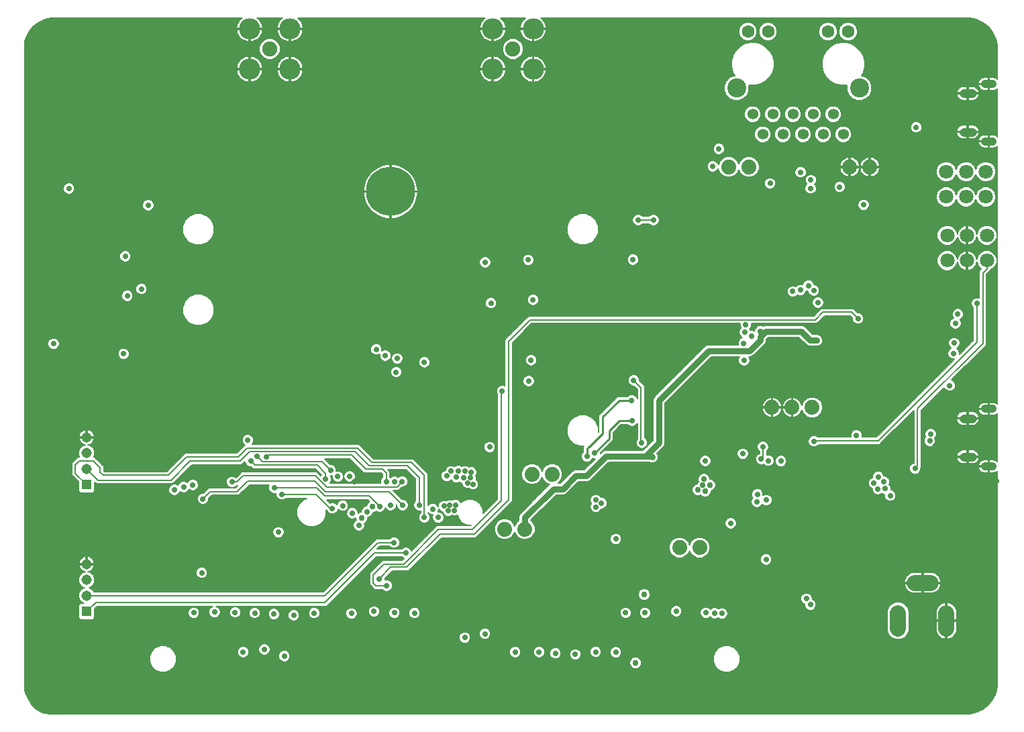
<source format=gbl>
G75*
%MOIN*%
%OFA0B0*%
%FSLAX25Y25*%
%IPPOS*%
%LPD*%
%AMOC8*
5,1,8,0,0,1.08239X$1,22.5*
%
%ADD10C,0.06299*%
%ADD11C,0.09449*%
%ADD12C,0.05346*%
%ADD13C,0.07087*%
%ADD14C,0.03181*%
%ADD15C,0.04362*%
%ADD16C,0.03969*%
%ADD17C,0.07500*%
%ADD18C,0.10500*%
%ADD19C,0.07400*%
%ADD20C,0.07874*%
%ADD21R,0.05150X0.05150*%
%ADD22C,0.05150*%
%ADD23C,0.24409*%
%ADD24C,0.02978*%
%ADD25C,0.02800*%
%ADD26C,0.00800*%
%ADD27C,0.23622*%
%ADD28C,0.00600*%
%ADD29C,0.03000*%
%ADD30C,0.01000*%
D10*
X0364898Y0345676D03*
X0374898Y0345676D03*
X0404702Y0345676D03*
X0414702Y0345676D03*
D11*
X0420312Y0317605D03*
X0359288Y0317605D03*
D12*
X0367300Y0304652D03*
X0377300Y0304652D03*
X0387300Y0304652D03*
X0397300Y0304652D03*
X0407300Y0304652D03*
X0402300Y0294652D03*
X0392300Y0294652D03*
X0382300Y0294652D03*
X0372300Y0294652D03*
X0412300Y0294652D03*
D13*
X0463411Y0276118D03*
X0473254Y0276118D03*
X0483096Y0276118D03*
X0483096Y0263520D03*
X0473254Y0263520D03*
X0463411Y0263520D03*
X0463926Y0244468D03*
X0473769Y0244468D03*
X0483611Y0244468D03*
X0483611Y0231869D03*
X0473769Y0231869D03*
X0463926Y0231869D03*
D14*
X0358953Y0116488D03*
X0358953Y0112945D03*
X0358953Y0109402D03*
X0355409Y0109402D03*
X0355409Y0112945D03*
X0351866Y0112945D03*
X0351866Y0116488D03*
X0355409Y0116488D03*
X0351866Y0109402D03*
D15*
X0471950Y0134399D02*
X0476312Y0134399D01*
X0476312Y0153494D02*
X0471950Y0153494D01*
X0471950Y0295816D02*
X0476312Y0295816D01*
X0476312Y0314911D02*
X0471950Y0314911D01*
D16*
X0482580Y0319635D02*
X0486548Y0319635D01*
X0486548Y0291092D02*
X0482580Y0291092D01*
X0482580Y0158218D02*
X0486548Y0158218D01*
X0486548Y0129675D02*
X0482580Y0129675D01*
D17*
X0248200Y0337053D03*
X0127400Y0337053D03*
D18*
X0117361Y0347092D03*
X0137439Y0347092D03*
X0137439Y0327015D03*
X0117361Y0327015D03*
X0238161Y0327015D03*
X0258239Y0327015D03*
X0258239Y0347092D03*
X0238161Y0347092D03*
D19*
X0355367Y0278417D03*
X0365367Y0278417D03*
X0415489Y0278417D03*
X0425489Y0278417D03*
X0396867Y0158917D03*
X0386867Y0158917D03*
X0376867Y0158917D03*
X0340911Y0089314D03*
X0330911Y0089314D03*
X0267611Y0125814D03*
X0257611Y0125814D03*
X0254111Y0098514D03*
X0244111Y0098514D03*
D20*
X0439495Y0056832D02*
X0439495Y0048958D01*
X0463511Y0048958D02*
X0463511Y0056832D01*
X0455637Y0071793D02*
X0447763Y0071793D01*
D21*
X0036433Y0057526D03*
X0036433Y0120518D03*
D22*
X0036433Y0128392D03*
X0036433Y0136266D03*
X0036433Y0144140D03*
X0036433Y0081148D03*
X0036433Y0073274D03*
X0036433Y0065400D03*
D23*
X0187421Y0266187D03*
D24*
X0030700Y0198508D03*
X0173200Y0104108D03*
X0178400Y0109608D03*
X0313400Y0066008D03*
X0309100Y0032008D03*
X0340111Y0117914D03*
X0342511Y0120214D03*
X0343011Y0123314D03*
X0345911Y0120414D03*
X0343611Y0117214D03*
D25*
X0343411Y0108814D03*
X0356411Y0101414D03*
X0369411Y0112014D03*
X0369611Y0115814D03*
X0374111Y0112914D03*
X0376111Y0116714D03*
X0380611Y0113014D03*
X0382011Y0117614D03*
X0388011Y0112714D03*
X0388911Y0117414D03*
X0381300Y0132308D03*
X0375100Y0132508D03*
X0371511Y0133314D03*
X0372359Y0139366D03*
X0380911Y0137614D03*
X0385811Y0138614D03*
X0388211Y0133914D03*
X0391811Y0138914D03*
X0397702Y0142105D03*
X0409411Y0158814D03*
X0417511Y0159614D03*
X0418111Y0153414D03*
X0418811Y0145114D03*
X0424211Y0147714D03*
X0429711Y0146914D03*
X0438011Y0145314D03*
X0444211Y0144714D03*
X0455311Y0142214D03*
X0458111Y0140114D03*
X0455711Y0145714D03*
X0458211Y0149514D03*
X0458011Y0153814D03*
X0457311Y0159614D03*
X0445911Y0164114D03*
X0434411Y0164914D03*
X0427511Y0165014D03*
X0427511Y0157114D03*
X0436911Y0154814D03*
X0436711Y0178814D03*
X0426811Y0179314D03*
X0417911Y0179414D03*
X0409511Y0179814D03*
X0404011Y0179814D03*
X0399611Y0180214D03*
X0401711Y0188014D03*
X0399011Y0192214D03*
X0395811Y0192414D03*
X0396211Y0188214D03*
X0407211Y0184514D03*
X0409411Y0188514D03*
X0416611Y0188814D03*
X0416511Y0197614D03*
X0414311Y0202814D03*
X0419611Y0203114D03*
X0423611Y0206114D03*
X0424011Y0210414D03*
X0422811Y0218814D03*
X0422811Y0223014D03*
X0422811Y0227214D03*
X0434611Y0224114D03*
X0434711Y0218114D03*
X0434811Y0212714D03*
X0438811Y0210514D03*
X0435211Y0206914D03*
X0435311Y0200814D03*
X0440911Y0201514D03*
X0453111Y0199214D03*
X0453011Y0193414D03*
X0452411Y0189714D03*
X0445711Y0190614D03*
X0438111Y0191014D03*
X0433911Y0191014D03*
X0426711Y0188714D03*
X0426311Y0193014D03*
X0409011Y0197314D03*
X0407911Y0203214D03*
X0406811Y0211014D03*
X0411511Y0210514D03*
X0399711Y0211014D03*
X0397600Y0217008D03*
X0395000Y0219508D03*
X0391000Y0217208D03*
X0387200Y0216608D03*
X0383211Y0216414D03*
X0374211Y0219514D03*
X0374211Y0227214D03*
X0384711Y0223714D03*
X0390311Y0229014D03*
X0395011Y0233314D03*
X0384611Y0233814D03*
X0394711Y0224414D03*
X0409611Y0239214D03*
X0417911Y0241514D03*
X0427711Y0244914D03*
X0427911Y0252414D03*
X0434411Y0250714D03*
X0434111Y0258214D03*
X0444311Y0261114D03*
X0444411Y0276414D03*
X0439211Y0275714D03*
X0439611Y0282114D03*
X0446011Y0283614D03*
X0441411Y0288514D03*
X0446011Y0292914D03*
X0448511Y0298114D03*
X0452511Y0293514D03*
X0451311Y0304514D03*
X0456311Y0304414D03*
X0451311Y0309214D03*
X0446411Y0309214D03*
X0445911Y0314114D03*
X0440811Y0318614D03*
X0436711Y0322914D03*
X0428411Y0326014D03*
X0440536Y0334782D03*
X0443911Y0329614D03*
X0448598Y0329163D03*
X0448311Y0324914D03*
X0455100Y0331708D03*
X0460100Y0326208D03*
X0458823Y0318251D03*
X0453511Y0320714D03*
X0462461Y0312964D03*
X0466100Y0319608D03*
X0480411Y0308614D03*
X0463411Y0296214D03*
X0462911Y0289014D03*
X0470011Y0284214D03*
X0440411Y0300214D03*
X0428311Y0298814D03*
X0428511Y0307114D03*
X0428111Y0289914D03*
X0405911Y0281014D03*
X0406211Y0274514D03*
X0410511Y0268514D03*
X0417111Y0270914D03*
X0418700Y0264708D03*
X0424811Y0267314D03*
X0425011Y0271214D03*
X0422411Y0259614D03*
X0417111Y0258814D03*
X0410111Y0260314D03*
X0412411Y0253214D03*
X0407711Y0251114D03*
X0395211Y0257814D03*
X0394211Y0261814D03*
X0396111Y0267814D03*
X0396211Y0271914D03*
X0391111Y0275814D03*
X0391311Y0281714D03*
X0375900Y0270208D03*
X0365000Y0267208D03*
X0364000Y0260308D03*
X0370611Y0257214D03*
X0367011Y0251814D03*
X0359411Y0251314D03*
X0354100Y0259408D03*
X0355600Y0267208D03*
X0347511Y0278714D03*
X0350511Y0287414D03*
X0343511Y0287814D03*
X0344411Y0294914D03*
X0340611Y0300514D03*
X0334711Y0294514D03*
X0330511Y0287514D03*
X0327111Y0282314D03*
X0319111Y0283414D03*
X0319011Y0290314D03*
X0322011Y0295714D03*
X0328311Y0299914D03*
X0332211Y0304214D03*
X0336211Y0308746D03*
X0343411Y0308946D03*
X0343774Y0315361D03*
X0351011Y0313014D03*
X0350711Y0319914D03*
X0344011Y0321414D03*
X0336011Y0321914D03*
X0335837Y0315509D03*
X0320200Y0319108D03*
X0320300Y0331108D03*
X0332000Y0337308D03*
X0338411Y0329214D03*
X0344111Y0334914D03*
X0352611Y0329314D03*
X0356411Y0333414D03*
X0352911Y0342314D03*
X0357811Y0345714D03*
X0344385Y0341299D03*
X0340200Y0345908D03*
X0320200Y0345308D03*
X0304800Y0344708D03*
X0304700Y0331108D03*
X0303200Y0319808D03*
X0286300Y0319808D03*
X0286500Y0331308D03*
X0285900Y0344608D03*
X0271500Y0344708D03*
X0271400Y0332308D03*
X0270200Y0320708D03*
X0279400Y0300708D03*
X0284100Y0284408D03*
X0301311Y0272014D03*
X0305011Y0276114D03*
X0308311Y0270814D03*
X0313111Y0277914D03*
X0318211Y0276414D03*
X0318911Y0269414D03*
X0327111Y0269614D03*
X0327411Y0276314D03*
X0334900Y0277508D03*
X0334700Y0265208D03*
X0326811Y0262814D03*
X0319011Y0263714D03*
X0314611Y0258214D03*
X0318012Y0252023D03*
X0310393Y0252023D03*
X0300311Y0258914D03*
X0305311Y0262514D03*
X0293611Y0264314D03*
X0290900Y0258808D03*
X0306111Y0282914D03*
X0310711Y0288114D03*
X0312911Y0295614D03*
X0301800Y0303408D03*
X0260800Y0285208D03*
X0261000Y0268008D03*
X0253111Y0253914D03*
X0247511Y0252414D03*
X0242900Y0250408D03*
X0239100Y0242108D03*
X0247400Y0240508D03*
X0247500Y0236008D03*
X0239400Y0236308D03*
X0234400Y0231008D03*
X0239500Y0227708D03*
X0239800Y0222608D03*
X0239400Y0216708D03*
X0247500Y0215408D03*
X0247800Y0221008D03*
X0247600Y0226208D03*
X0255000Y0225908D03*
X0255800Y0232208D03*
X0258200Y0212408D03*
X0245300Y0204108D03*
X0235700Y0204908D03*
X0237300Y0210808D03*
X0230124Y0219534D03*
X0222100Y0213608D03*
X0217500Y0222708D03*
X0211600Y0232608D03*
X0228300Y0235908D03*
X0213600Y0244908D03*
X0190600Y0236108D03*
X0189000Y0225608D03*
X0197800Y0219908D03*
X0197600Y0209608D03*
X0187800Y0213508D03*
X0188800Y0202708D03*
X0180200Y0196108D03*
X0180300Y0187808D03*
X0184800Y0184708D03*
X0190700Y0183208D03*
X0190200Y0176508D03*
X0202700Y0171708D03*
X0196800Y0165508D03*
X0190900Y0159908D03*
X0185900Y0154908D03*
X0181800Y0150908D03*
X0177300Y0145508D03*
X0175700Y0139408D03*
X0184600Y0138008D03*
X0187000Y0142308D03*
X0189100Y0145608D03*
X0192100Y0148808D03*
X0196200Y0152708D03*
X0200600Y0149308D03*
X0195900Y0144508D03*
X0206100Y0153608D03*
X0211000Y0158408D03*
X0212500Y0164108D03*
X0209455Y0168138D03*
X0205124Y0163020D03*
X0200400Y0157508D03*
X0214573Y0173650D03*
X0209300Y0178608D03*
X0204200Y0181408D03*
X0216800Y0186108D03*
X0221800Y0191208D03*
X0226384Y0185461D03*
X0232290Y0191366D03*
X0242300Y0186708D03*
X0250200Y0186808D03*
X0257200Y0187308D03*
X0257200Y0182408D03*
X0252500Y0177608D03*
X0256000Y0172008D03*
X0252200Y0164508D03*
X0242800Y0167008D03*
X0235000Y0164208D03*
X0227700Y0168608D03*
X0232400Y0173208D03*
X0237700Y0177508D03*
X0220479Y0179161D03*
X0224100Y0162608D03*
X0235000Y0152208D03*
X0230600Y0148908D03*
X0226300Y0144808D03*
X0237700Y0145208D03*
X0236600Y0139208D03*
X0249400Y0146008D03*
X0255300Y0147708D03*
X0257900Y0143508D03*
X0255800Y0154008D03*
X0250100Y0152808D03*
X0278511Y0135514D03*
X0284911Y0134614D03*
X0288811Y0136314D03*
X0295911Y0127714D03*
X0296300Y0119708D03*
X0289411Y0112914D03*
X0292111Y0111414D03*
X0289411Y0109514D03*
X0283611Y0107914D03*
X0275211Y0109914D03*
X0275111Y0114514D03*
X0280811Y0097114D03*
X0284211Y0097814D03*
X0282011Y0092714D03*
X0276411Y0095114D03*
X0272411Y0095114D03*
X0268811Y0095114D03*
X0263111Y0092514D03*
X0260911Y0086914D03*
X0256200Y0085408D03*
X0264600Y0081908D03*
X0268311Y0079714D03*
X0269711Y0083914D03*
X0274511Y0082914D03*
X0281511Y0083914D03*
X0281811Y0080314D03*
X0287700Y0080808D03*
X0287811Y0085614D03*
X0282511Y0088214D03*
X0271511Y0089014D03*
X0293100Y0081308D03*
X0299400Y0079908D03*
X0308200Y0079708D03*
X0315200Y0079008D03*
X0321900Y0074208D03*
X0328911Y0066314D03*
X0329300Y0057708D03*
X0344100Y0056908D03*
X0348400Y0056708D03*
X0352000Y0056608D03*
X0347011Y0066414D03*
X0347111Y0074414D03*
X0339911Y0074714D03*
X0346511Y0082614D03*
X0357411Y0088014D03*
X0362811Y0088014D03*
X0368211Y0088014D03*
X0373911Y0083414D03*
X0380811Y0087714D03*
X0382311Y0082614D03*
X0387111Y0080914D03*
X0387611Y0085514D03*
X0387911Y0093314D03*
X0379611Y0098214D03*
X0384311Y0100714D03*
X0374211Y0098214D03*
X0397011Y0094514D03*
X0400711Y0091314D03*
X0396511Y0085714D03*
X0396411Y0081014D03*
X0401111Y0083214D03*
X0401611Y0079114D03*
X0396111Y0074114D03*
X0398611Y0067514D03*
X0404111Y0067114D03*
X0405611Y0058214D03*
X0411611Y0059214D03*
X0414111Y0055014D03*
X0419411Y0050914D03*
X0426011Y0047314D03*
X0427411Y0037814D03*
X0433911Y0033014D03*
X0440911Y0031214D03*
X0440411Y0039014D03*
X0450511Y0043514D03*
X0456611Y0034314D03*
X0465311Y0029714D03*
X0474511Y0033614D03*
X0455443Y0019714D03*
X0447211Y0023814D03*
X0457400Y0010708D03*
X0427700Y0011908D03*
X0414000Y0010308D03*
X0408600Y0015108D03*
X0414011Y0018014D03*
X0414411Y0026214D03*
X0408811Y0030714D03*
X0405211Y0036614D03*
X0400111Y0041114D03*
X0396611Y0046314D03*
X0391011Y0049514D03*
X0389211Y0054314D03*
X0389911Y0059014D03*
X0395911Y0060914D03*
X0394011Y0063914D03*
X0398111Y0057314D03*
X0385411Y0063514D03*
X0380511Y0066214D03*
X0380011Y0061214D03*
X0383111Y0055814D03*
X0375311Y0049014D03*
X0379711Y0043714D03*
X0385411Y0038914D03*
X0390411Y0033714D03*
X0394111Y0030714D03*
X0382811Y0027114D03*
X0383111Y0022114D03*
X0382811Y0017614D03*
X0388300Y0015108D03*
X0384100Y0011208D03*
X0369111Y0013614D03*
X0365111Y0016014D03*
X0354300Y0021608D03*
X0344200Y0021808D03*
X0334200Y0021508D03*
X0324300Y0021508D03*
X0314300Y0021308D03*
X0304200Y0021508D03*
X0294200Y0021608D03*
X0299300Y0037308D03*
X0289300Y0037508D03*
X0279200Y0036208D03*
X0269300Y0036808D03*
X0261200Y0037408D03*
X0249300Y0037408D03*
X0234300Y0046508D03*
X0224300Y0044608D03*
X0199300Y0056808D03*
X0189300Y0056908D03*
X0179200Y0057608D03*
X0175843Y0064573D03*
X0181800Y0073808D03*
X0185500Y0070408D03*
X0195094Y0086660D03*
X0189189Y0091778D03*
X0171700Y0100408D03*
X0168400Y0106408D03*
X0163600Y0110108D03*
X0158500Y0108808D03*
X0155200Y0123408D03*
X0157600Y0127808D03*
X0161200Y0124608D03*
X0167100Y0124708D03*
X0169300Y0121908D03*
X0182000Y0109708D03*
X0187500Y0110408D03*
X0193400Y0110408D03*
X0201700Y0110408D03*
X0208400Y0108508D03*
X0213900Y0109908D03*
X0216800Y0110208D03*
X0216100Y0107608D03*
X0219200Y0107808D03*
X0219700Y0110508D03*
X0211100Y0104208D03*
X0204200Y0104208D03*
X0223700Y0092308D03*
X0232600Y0093208D03*
X0232700Y0090008D03*
X0232700Y0086708D03*
X0236300Y0086508D03*
X0236200Y0089808D03*
X0236100Y0093108D03*
X0236100Y0083008D03*
X0232600Y0083008D03*
X0241100Y0083308D03*
X0244611Y0082614D03*
X0245211Y0077414D03*
X0244411Y0073014D03*
X0239611Y0076614D03*
X0250911Y0073114D03*
X0252011Y0066314D03*
X0260311Y0066214D03*
X0274211Y0066214D03*
X0284111Y0066214D03*
X0291011Y0066214D03*
X0298011Y0066314D03*
X0308311Y0066514D03*
X0304200Y0056908D03*
X0313800Y0056908D03*
X0317600Y0090608D03*
X0320411Y0094614D03*
X0314711Y0094614D03*
X0308700Y0093008D03*
X0299311Y0093614D03*
X0295311Y0101514D03*
X0304111Y0111714D03*
X0309500Y0109608D03*
X0311500Y0115208D03*
X0317511Y0118214D03*
X0326811Y0120614D03*
X0324411Y0131614D03*
X0329811Y0133314D03*
X0335511Y0134414D03*
X0343711Y0132314D03*
X0350811Y0135114D03*
X0356011Y0135014D03*
X0362411Y0135914D03*
X0365711Y0153314D03*
X0362311Y0158314D03*
X0361511Y0162714D03*
X0368511Y0163014D03*
X0353911Y0160614D03*
X0350211Y0170314D03*
X0342911Y0175814D03*
X0338911Y0171714D03*
X0342111Y0165214D03*
X0342711Y0157814D03*
X0334711Y0158014D03*
X0326911Y0158414D03*
X0332611Y0166414D03*
X0320300Y0169008D03*
X0327000Y0177908D03*
X0330500Y0186808D03*
X0320300Y0186708D03*
X0311400Y0186808D03*
X0312900Y0177708D03*
X0308200Y0172408D03*
X0307200Y0162408D03*
X0315711Y0160014D03*
X0307300Y0152408D03*
X0301900Y0147008D03*
X0312211Y0141414D03*
X0317411Y0134314D03*
X0305811Y0129214D03*
X0305711Y0122914D03*
X0303811Y0118014D03*
X0357211Y0074414D03*
X0357511Y0066314D03*
X0365111Y0066214D03*
X0373011Y0066114D03*
X0374011Y0073714D03*
X0380811Y0073914D03*
X0386711Y0073714D03*
X0365911Y0073914D03*
X0367011Y0055214D03*
X0365111Y0050514D03*
X0365911Y0041814D03*
X0366611Y0026614D03*
X0403311Y0013714D03*
X0421411Y0067414D03*
X0425211Y0070414D03*
X0431611Y0073214D03*
X0437011Y0078114D03*
X0442511Y0083414D03*
X0430711Y0083714D03*
X0424811Y0089314D03*
X0418911Y0091714D03*
X0413311Y0088114D03*
X0419011Y0083314D03*
X0414111Y0078614D03*
X0417911Y0071914D03*
X0413111Y0095814D03*
X0413311Y0103114D03*
X0400811Y0098114D03*
X0413911Y0112914D03*
X0416811Y0116614D03*
X0423511Y0116314D03*
X0429511Y0118414D03*
X0427511Y0121314D03*
X0429611Y0124414D03*
X0432511Y0122014D03*
X0433111Y0118614D03*
X0435611Y0115114D03*
X0440811Y0112914D03*
X0441211Y0117114D03*
X0441011Y0123414D03*
X0447911Y0128614D03*
X0457811Y0130114D03*
X0460311Y0122914D03*
X0456500Y0119908D03*
X0460111Y0116514D03*
X0467611Y0122314D03*
X0477811Y0122214D03*
X0488511Y0122214D03*
X0485000Y0136008D03*
X0484700Y0141208D03*
X0484300Y0148908D03*
X0474011Y0158114D03*
X0465211Y0169814D03*
X0471800Y0175108D03*
X0478500Y0175508D03*
X0486100Y0175308D03*
X0487311Y0169714D03*
X0467111Y0185814D03*
X0467411Y0190914D03*
X0468011Y0200714D03*
X0469211Y0205314D03*
X0478700Y0210608D03*
X0473811Y0216814D03*
X0461311Y0216814D03*
X0455911Y0212014D03*
X0444111Y0226614D03*
X0453311Y0229214D03*
X0450311Y0245614D03*
X0434011Y0241714D03*
X0428711Y0238314D03*
X0435000Y0232408D03*
X0381411Y0191614D03*
X0377611Y0192014D03*
X0373911Y0187614D03*
X0366600Y0194408D03*
X0363400Y0196208D03*
X0363800Y0200008D03*
X0371111Y0196814D03*
X0362800Y0190808D03*
X0363000Y0182408D03*
X0343100Y0206708D03*
X0336600Y0212208D03*
X0330500Y0218108D03*
X0336011Y0222114D03*
X0336900Y0228408D03*
X0336211Y0235314D03*
X0337400Y0241208D03*
X0333311Y0244014D03*
X0325700Y0244708D03*
X0319911Y0237914D03*
X0314200Y0235708D03*
X0307800Y0232408D03*
X0309800Y0226508D03*
X0316900Y0226108D03*
X0317500Y0217008D03*
X0309500Y0216908D03*
X0310000Y0205508D03*
X0316900Y0205308D03*
X0323800Y0205208D03*
X0350811Y0215814D03*
X0351411Y0220014D03*
X0349911Y0225414D03*
X0354511Y0239614D03*
X0363011Y0238114D03*
X0367711Y0243914D03*
X0349611Y0251514D03*
X0347711Y0241414D03*
X0334300Y0255208D03*
X0326311Y0255014D03*
X0327911Y0235314D03*
X0406011Y0164914D03*
X0447900Y0108808D03*
X0441700Y0105508D03*
X0446111Y0100314D03*
X0440611Y0099914D03*
X0456811Y0108714D03*
X0460111Y0108614D03*
X0463311Y0108614D03*
X0466411Y0108714D03*
X0469511Y0108614D03*
X0472811Y0108514D03*
X0478911Y0104914D03*
X0485211Y0104814D03*
X0481011Y0095314D03*
X0463811Y0090614D03*
X0457011Y0090714D03*
X0458611Y0079414D03*
X0468511Y0073514D03*
X0473411Y0079714D03*
X0481411Y0073414D03*
X0487811Y0079414D03*
X0234200Y0109208D03*
X0228300Y0120808D03*
X0225600Y0121508D03*
X0227200Y0123908D03*
X0227400Y0126808D03*
X0224400Y0127208D03*
X0223800Y0123908D03*
X0220100Y0124208D03*
X0221000Y0127308D03*
X0217500Y0127208D03*
X0215300Y0124908D03*
X0193200Y0122108D03*
X0189300Y0122008D03*
X0185300Y0122108D03*
X0189400Y0126508D03*
X0190200Y0135608D03*
X0175700Y0107108D03*
X0151400Y0093508D03*
X0141900Y0093108D03*
X0141800Y0089908D03*
X0141700Y0086308D03*
X0137900Y0086208D03*
X0137900Y0089508D03*
X0138200Y0093008D03*
X0131700Y0096908D03*
X0138111Y0100414D03*
X0130211Y0105914D03*
X0124611Y0111614D03*
X0133400Y0115808D03*
X0129600Y0119008D03*
X0124011Y0118714D03*
X0110411Y0111714D03*
X0113911Y0103514D03*
X0122511Y0100214D03*
X0116011Y0093714D03*
X0109511Y0086814D03*
X0095111Y0085614D03*
X0093600Y0076808D03*
X0075811Y0082514D03*
X0072311Y0072714D03*
X0063411Y0070014D03*
X0055811Y0073714D03*
X0061311Y0082214D03*
X0051011Y0088714D03*
X0046000Y0084108D03*
X0062011Y0092614D03*
X0062411Y0103314D03*
X0067600Y0110508D03*
X0061100Y0115308D03*
X0051011Y0113014D03*
X0051011Y0104914D03*
X0050911Y0097114D03*
X0075311Y0094714D03*
X0075611Y0104314D03*
X0080000Y0118008D03*
X0084600Y0119408D03*
X0089200Y0120408D03*
X0093000Y0126708D03*
X0101500Y0126608D03*
X0109200Y0126608D03*
X0108600Y0121908D03*
X0118000Y0132208D03*
X0121200Y0134608D03*
X0125800Y0134408D03*
X0116500Y0142708D03*
X0108400Y0145608D03*
X0111800Y0151108D03*
X0105100Y0154408D03*
X0097500Y0154608D03*
X0097400Y0164208D03*
X0104100Y0163908D03*
X0111600Y0164208D03*
X0111100Y0175508D03*
X0111400Y0185508D03*
X0111000Y0194808D03*
X0097400Y0193308D03*
X0097400Y0184808D03*
X0097500Y0174108D03*
X0070500Y0163708D03*
X0065600Y0167808D03*
X0060400Y0172608D03*
X0056011Y0176514D03*
X0051500Y0179508D03*
X0054833Y0185542D03*
X0036200Y0187008D03*
X0035700Y0194308D03*
X0024900Y0186108D03*
X0020000Y0190608D03*
X0015700Y0185808D03*
X0014900Y0192808D03*
X0016700Y0198708D03*
X0029899Y0212357D03*
X0011999Y0214157D03*
X0056600Y0214408D03*
X0062811Y0210614D03*
X0063600Y0217808D03*
X0055600Y0234008D03*
X0067000Y0259408D03*
X0080900Y0261708D03*
X0098500Y0261508D03*
X0113600Y0261908D03*
X0125600Y0252208D03*
X0135700Y0243908D03*
X0151600Y0237008D03*
X0141500Y0226508D03*
X0151600Y0216908D03*
X0141200Y0204508D03*
X0151500Y0194508D03*
X0140200Y0189408D03*
X0147400Y0180608D03*
X0158100Y0176808D03*
X0164500Y0171408D03*
X0158400Y0165508D03*
X0152111Y0170414D03*
X0142000Y0172408D03*
X0138800Y0163908D03*
X0137100Y0146208D03*
X0136300Y0142008D03*
X0158600Y0155708D03*
X0171300Y0178308D03*
X0175500Y0182508D03*
X0172200Y0190508D03*
X0166300Y0185408D03*
X0168700Y0202608D03*
X0169600Y0219208D03*
X0166800Y0245408D03*
X0151600Y0262808D03*
X0128000Y0272908D03*
X0113700Y0285408D03*
X0111900Y0302008D03*
X0108500Y0319708D03*
X0097100Y0319708D03*
X0085900Y0319708D03*
X0075200Y0319708D03*
X0060300Y0319008D03*
X0061100Y0332908D03*
X0074000Y0332908D03*
X0085500Y0332308D03*
X0097200Y0332308D03*
X0107800Y0332308D03*
X0106900Y0345708D03*
X0096600Y0345208D03*
X0086700Y0344908D03*
X0074800Y0345208D03*
X0060800Y0345408D03*
X0047800Y0345208D03*
X0037400Y0345508D03*
X0037100Y0333708D03*
X0047800Y0332908D03*
X0030000Y0324108D03*
X0022400Y0319308D03*
X0026800Y0313408D03*
X0038400Y0305808D03*
X0044300Y0295608D03*
X0036800Y0283308D03*
X0051000Y0281908D03*
X0052900Y0271908D03*
X0027600Y0267708D03*
X0015000Y0276008D03*
X0012900Y0295408D03*
X0012700Y0303908D03*
X0024100Y0302608D03*
X0012500Y0313008D03*
X0013300Y0320108D03*
X0042900Y0319008D03*
X0063300Y0302008D03*
X0088300Y0302008D03*
X0083000Y0280508D03*
X0134000Y0318108D03*
X0145700Y0318108D03*
X0154200Y0322708D03*
X0152600Y0333308D03*
X0152500Y0344808D03*
X0167600Y0344808D03*
X0183200Y0344908D03*
X0184500Y0334608D03*
X0197300Y0335508D03*
X0196600Y0344808D03*
X0209000Y0344808D03*
X0209500Y0335308D03*
X0221400Y0335108D03*
X0222100Y0344808D03*
X0221900Y0324408D03*
X0217200Y0320208D03*
X0208700Y0320708D03*
X0198200Y0320708D03*
X0184600Y0321208D03*
X0171200Y0321208D03*
X0175000Y0302708D03*
X0190200Y0285408D03*
X0203900Y0301108D03*
X0228300Y0284908D03*
X0229100Y0267308D03*
X0214400Y0266608D03*
X0167000Y0284408D03*
X0151100Y0284908D03*
X0140300Y0301708D03*
X0209400Y0212308D03*
X0107900Y0139008D03*
X0102000Y0139808D03*
X0096000Y0142908D03*
X0076400Y0141908D03*
X0075700Y0133808D03*
X0069100Y0128708D03*
X0075000Y0119608D03*
X0094200Y0113508D03*
X0094211Y0104014D03*
X0094011Y0097014D03*
X0121911Y0085814D03*
X0126900Y0086108D03*
X0131700Y0085308D03*
X0130800Y0090308D03*
X0138800Y0110308D03*
X0149500Y0056808D03*
X0139300Y0055708D03*
X0129500Y0056308D03*
X0119900Y0056808D03*
X0110200Y0057108D03*
X0100000Y0057308D03*
X0089600Y0056908D03*
X0114200Y0037408D03*
X0124700Y0038708D03*
X0134600Y0035408D03*
X0168000Y0056608D03*
X0184100Y0021108D03*
X0184300Y0013508D03*
X0194400Y0019908D03*
X0065100Y0008108D03*
X0059900Y0015908D03*
X0048500Y0012908D03*
X0045400Y0022308D03*
X0037200Y0014008D03*
X0059100Y0029808D03*
X0049800Y0035908D03*
X0036800Y0032508D03*
X0028200Y0040308D03*
X0048500Y0056908D03*
X0057900Y0056508D03*
X0059200Y0045108D03*
X0047500Y0139808D03*
X0061300Y0148008D03*
X0066000Y0152608D03*
X0043400Y0159308D03*
X0034200Y0166508D03*
X0025000Y0169308D03*
X0022600Y0164808D03*
X0013300Y0165808D03*
X0350811Y0306314D03*
X0375400Y0313408D03*
X0386200Y0325508D03*
X0381211Y0329614D03*
X0384711Y0335214D03*
X0389211Y0344114D03*
X0395511Y0344114D03*
X0394811Y0335714D03*
X0397200Y0325508D03*
X0428211Y0346314D03*
X0433711Y0340014D03*
X0446400Y0339008D03*
X0450000Y0347308D03*
X0455411Y0341514D03*
D26*
X0483611Y0231869D02*
X0483611Y0227819D01*
X0481600Y0225808D01*
X0481600Y0190608D01*
X0449200Y0158208D01*
X0449200Y0129903D01*
X0447911Y0128614D01*
X0429600Y0142308D02*
X0397905Y0142308D01*
X0397702Y0142105D01*
X0372511Y0139214D02*
X0372511Y0134314D01*
X0371511Y0133314D01*
X0372511Y0139214D02*
X0372359Y0139366D01*
X0429600Y0142308D02*
X0478700Y0191408D01*
X0478700Y0210608D01*
X0419611Y0203114D02*
X0416511Y0206214D01*
X0402111Y0206214D01*
X0398411Y0202514D01*
X0353600Y0202514D01*
X0353550Y0202464D01*
X0256656Y0202464D01*
X0246000Y0191808D01*
X0246000Y0113008D01*
X0229000Y0096008D01*
X0211954Y0096008D01*
X0195488Y0079542D01*
X0187534Y0079542D01*
X0181800Y0073808D01*
X0178800Y0071808D02*
X0178800Y0075808D01*
X0184134Y0081142D01*
X0193934Y0081142D01*
X0211200Y0098408D01*
X0228137Y0098408D01*
X0242400Y0112671D01*
X0242400Y0166608D01*
X0242800Y0167008D01*
X0204200Y0125208D02*
X0197800Y0131608D01*
X0178200Y0131608D01*
X0171000Y0138808D01*
X0116200Y0138808D01*
X0111800Y0134408D01*
X0086200Y0134408D01*
X0077000Y0125208D01*
X0044600Y0125208D01*
X0043000Y0126808D01*
X0043000Y0129008D01*
X0039600Y0132408D01*
X0032800Y0132408D01*
X0030800Y0130408D01*
X0030800Y0126151D01*
X0036433Y0120518D01*
X0042017Y0122808D02*
X0036433Y0128392D01*
X0042017Y0122808D02*
X0078400Y0122808D01*
X0087800Y0132208D01*
X0112600Y0132208D01*
X0117400Y0137008D01*
X0169600Y0137008D01*
X0176600Y0130008D01*
X0195800Y0130008D01*
X0201700Y0124108D01*
X0201700Y0110408D01*
X0204200Y0104208D02*
X0204200Y0125208D01*
X0193200Y0122108D02*
X0190600Y0119508D01*
X0155600Y0119508D01*
X0150100Y0125008D01*
X0114200Y0125008D01*
X0111100Y0121908D01*
X0108600Y0121908D01*
X0111200Y0117108D02*
X0116500Y0122408D01*
X0149700Y0122408D01*
X0155000Y0117108D01*
X0186700Y0117108D01*
X0193400Y0110408D01*
X0182000Y0109708D02*
X0176700Y0115008D01*
X0154600Y0115008D01*
X0150600Y0119008D01*
X0129600Y0119008D01*
X0133400Y0115808D02*
X0133461Y0115747D01*
X0150361Y0115747D01*
X0157300Y0108808D01*
X0158500Y0108808D01*
X0155200Y0123408D02*
X0155200Y0126008D01*
X0151000Y0130208D01*
X0120000Y0130208D01*
X0118000Y0132208D01*
X0121200Y0134608D02*
X0123800Y0132008D01*
X0153400Y0132008D01*
X0157600Y0127808D01*
X0168000Y0135208D02*
X0126600Y0135208D01*
X0125800Y0134408D01*
X0111200Y0117108D02*
X0097800Y0117108D01*
X0094200Y0113508D01*
X0036433Y0065400D02*
X0154792Y0065400D01*
X0181170Y0091778D01*
X0189189Y0091778D01*
X0195094Y0086660D02*
X0179452Y0086660D01*
X0154800Y0062008D01*
X0040915Y0062008D01*
X0036433Y0057526D01*
X0168000Y0135208D02*
X0175000Y0128208D01*
X0183400Y0128208D01*
X0185300Y0126308D01*
X0185300Y0122108D01*
X0178800Y0071808D02*
X0180200Y0070408D01*
X0185500Y0070408D01*
X0311800Y0141825D02*
X0311800Y0168808D01*
X0308200Y0172408D01*
X0311800Y0141825D02*
X0312211Y0141414D01*
X0310393Y0252023D02*
X0318012Y0252023D01*
D27*
X0473441Y0339022D03*
X0473441Y0018156D03*
X0018717Y0018156D03*
X0018717Y0339022D03*
D28*
X0007658Y0013908D02*
X0009806Y0011214D01*
X0012500Y0009066D01*
X0015604Y0007571D01*
X0018962Y0006805D01*
X0020685Y0006708D01*
X0473441Y0006708D01*
X0475164Y0006805D01*
X0478522Y0007571D01*
X0481626Y0009066D01*
X0481626Y0009066D01*
X0484320Y0011214D01*
X0486468Y0013908D01*
X0487963Y0017011D01*
X0488729Y0020370D01*
X0488826Y0022093D01*
X0488826Y0127308D01*
X0488642Y0127124D01*
X0488104Y0126764D01*
X0487506Y0126517D01*
X0486872Y0126391D01*
X0484756Y0126391D01*
X0484756Y0129483D01*
X0484372Y0129483D01*
X0484372Y0126391D01*
X0482256Y0126391D01*
X0481622Y0126517D01*
X0481024Y0126764D01*
X0480486Y0127124D01*
X0480028Y0127581D01*
X0479669Y0128119D01*
X0479421Y0128717D01*
X0479295Y0129351D01*
X0479295Y0129483D01*
X0484372Y0129483D01*
X0484372Y0129867D01*
X0484372Y0132959D01*
X0482256Y0132959D01*
X0481622Y0132833D01*
X0481024Y0132585D01*
X0480486Y0132226D01*
X0480028Y0131768D01*
X0479669Y0131230D01*
X0479421Y0130633D01*
X0479295Y0129998D01*
X0479295Y0129867D01*
X0484372Y0129867D01*
X0484756Y0129867D01*
X0484756Y0132959D01*
X0486872Y0132959D01*
X0487506Y0132833D01*
X0488104Y0132585D01*
X0488642Y0132226D01*
X0488826Y0132041D01*
X0488826Y0155851D01*
X0488642Y0155667D01*
X0488104Y0155308D01*
X0487506Y0155060D01*
X0486872Y0154934D01*
X0484756Y0154934D01*
X0484756Y0158026D01*
X0484372Y0158026D01*
X0484372Y0154934D01*
X0482256Y0154934D01*
X0481622Y0155060D01*
X0481024Y0155308D01*
X0480486Y0155667D01*
X0480028Y0156124D01*
X0479669Y0156662D01*
X0479421Y0157260D01*
X0479295Y0157895D01*
X0479295Y0158026D01*
X0484372Y0158026D01*
X0484372Y0158410D01*
X0484372Y0161502D01*
X0482256Y0161502D01*
X0481622Y0161376D01*
X0481024Y0161129D01*
X0480486Y0160769D01*
X0480028Y0160312D01*
X0479669Y0159774D01*
X0479421Y0159176D01*
X0479295Y0158542D01*
X0479295Y0158410D01*
X0484372Y0158410D01*
X0484756Y0158410D01*
X0484756Y0161502D01*
X0486872Y0161502D01*
X0487506Y0161376D01*
X0488104Y0161129D01*
X0488642Y0160769D01*
X0488826Y0160585D01*
X0488826Y0288725D01*
X0488642Y0288541D01*
X0488104Y0288182D01*
X0487506Y0287934D01*
X0486872Y0287808D01*
X0484756Y0287808D01*
X0484756Y0290900D01*
X0484372Y0290900D01*
X0484372Y0287808D01*
X0482256Y0287808D01*
X0481622Y0287934D01*
X0481024Y0288182D01*
X0480486Y0288541D01*
X0480028Y0288998D01*
X0479669Y0289536D01*
X0479421Y0290134D01*
X0479295Y0290769D01*
X0479295Y0290900D01*
X0484372Y0290900D01*
X0484372Y0291284D01*
X0484372Y0294376D01*
X0482256Y0294376D01*
X0481622Y0294250D01*
X0481024Y0294003D01*
X0480486Y0293643D01*
X0480028Y0293186D01*
X0479669Y0292648D01*
X0479421Y0292050D01*
X0479295Y0291416D01*
X0479295Y0291284D01*
X0484372Y0291284D01*
X0484756Y0291284D01*
X0484756Y0294376D01*
X0486872Y0294376D01*
X0487506Y0294250D01*
X0488104Y0294003D01*
X0488642Y0293643D01*
X0488826Y0293459D01*
X0488826Y0317269D01*
X0488642Y0317084D01*
X0488104Y0316725D01*
X0487506Y0316477D01*
X0486872Y0316351D01*
X0484756Y0316351D01*
X0484756Y0319443D01*
X0484372Y0319443D01*
X0484372Y0316351D01*
X0482256Y0316351D01*
X0481622Y0316477D01*
X0481024Y0316725D01*
X0480486Y0317084D01*
X0480028Y0317542D01*
X0479669Y0318080D01*
X0479421Y0318677D01*
X0479295Y0319312D01*
X0479295Y0319443D01*
X0484372Y0319443D01*
X0484372Y0319828D01*
X0484372Y0322920D01*
X0482256Y0322920D01*
X0481622Y0322793D01*
X0481024Y0322546D01*
X0480486Y0322186D01*
X0480028Y0321729D01*
X0479669Y0321191D01*
X0479421Y0320593D01*
X0479295Y0319959D01*
X0479295Y0319828D01*
X0484372Y0319828D01*
X0484756Y0319828D01*
X0484756Y0322920D01*
X0486872Y0322920D01*
X0487506Y0322793D01*
X0488104Y0322546D01*
X0488642Y0322186D01*
X0488826Y0322002D01*
X0488826Y0337053D01*
X0488729Y0338776D01*
X0487963Y0342135D01*
X0486468Y0345239D01*
X0484320Y0347932D01*
X0481626Y0350080D01*
X0478522Y0351575D01*
X0475164Y0352342D01*
X0473441Y0352439D01*
X0262031Y0352439D01*
X0262567Y0352028D01*
X0263174Y0351420D01*
X0263697Y0350739D01*
X0264126Y0349996D01*
X0264455Y0349202D01*
X0264677Y0348373D01*
X0264789Y0347522D01*
X0264789Y0347392D01*
X0258539Y0347392D01*
X0258539Y0346792D01*
X0258539Y0340542D01*
X0258668Y0340542D01*
X0259520Y0340655D01*
X0260349Y0340877D01*
X0261142Y0341205D01*
X0261886Y0341635D01*
X0262567Y0342157D01*
X0263174Y0342764D01*
X0263697Y0343446D01*
X0264126Y0344189D01*
X0264455Y0344983D01*
X0264677Y0345812D01*
X0264789Y0346663D01*
X0264789Y0346792D01*
X0258539Y0346792D01*
X0257939Y0346792D01*
X0257939Y0340542D01*
X0257810Y0340542D01*
X0256958Y0340655D01*
X0256129Y0340877D01*
X0255336Y0341205D01*
X0254592Y0341635D01*
X0253911Y0342157D01*
X0253304Y0342764D01*
X0252781Y0343446D01*
X0252352Y0344189D01*
X0252023Y0344983D01*
X0251801Y0345812D01*
X0251689Y0346663D01*
X0251689Y0346792D01*
X0257939Y0346792D01*
X0257939Y0347392D01*
X0251689Y0347392D01*
X0251689Y0347522D01*
X0251801Y0348373D01*
X0252023Y0349202D01*
X0252352Y0349996D01*
X0252781Y0350739D01*
X0253304Y0351420D01*
X0253911Y0352028D01*
X0254447Y0352439D01*
X0241953Y0352439D01*
X0242489Y0352028D01*
X0243096Y0351420D01*
X0243619Y0350739D01*
X0244048Y0349996D01*
X0244377Y0349202D01*
X0244599Y0348373D01*
X0244711Y0347522D01*
X0244711Y0347392D01*
X0238461Y0347392D01*
X0238461Y0346792D01*
X0238461Y0340542D01*
X0238590Y0340542D01*
X0239442Y0340655D01*
X0240271Y0340877D01*
X0241064Y0341205D01*
X0241808Y0341635D01*
X0242489Y0342157D01*
X0243096Y0342764D01*
X0243619Y0343446D01*
X0244048Y0344189D01*
X0244377Y0344983D01*
X0244599Y0345812D01*
X0244711Y0346663D01*
X0244711Y0346792D01*
X0238461Y0346792D01*
X0237861Y0346792D01*
X0237861Y0340542D01*
X0237732Y0340542D01*
X0236880Y0340655D01*
X0236051Y0340877D01*
X0235258Y0341205D01*
X0234514Y0341635D01*
X0233833Y0342157D01*
X0233226Y0342764D01*
X0232703Y0343446D01*
X0232274Y0344189D01*
X0231945Y0344983D01*
X0231723Y0345812D01*
X0231611Y0346663D01*
X0231611Y0346792D01*
X0237861Y0346792D01*
X0237861Y0347392D01*
X0231611Y0347392D01*
X0231611Y0347522D01*
X0231723Y0348373D01*
X0231945Y0349202D01*
X0232274Y0349996D01*
X0232703Y0350739D01*
X0233226Y0351420D01*
X0233833Y0352028D01*
X0234369Y0352439D01*
X0141231Y0352439D01*
X0141767Y0352028D01*
X0142374Y0351420D01*
X0142897Y0350739D01*
X0143326Y0349996D01*
X0143655Y0349202D01*
X0143877Y0348373D01*
X0143989Y0347522D01*
X0143989Y0347392D01*
X0137739Y0347392D01*
X0137739Y0346792D01*
X0137739Y0340542D01*
X0137868Y0340542D01*
X0138720Y0340655D01*
X0139549Y0340877D01*
X0140342Y0341205D01*
X0141086Y0341635D01*
X0141767Y0342157D01*
X0142374Y0342764D01*
X0142897Y0343446D01*
X0143326Y0344189D01*
X0143655Y0344983D01*
X0143877Y0345812D01*
X0143989Y0346663D01*
X0143989Y0346792D01*
X0137739Y0346792D01*
X0137139Y0346792D01*
X0137139Y0340542D01*
X0137010Y0340542D01*
X0136158Y0340655D01*
X0135329Y0340877D01*
X0134536Y0341205D01*
X0133792Y0341635D01*
X0133111Y0342157D01*
X0132504Y0342764D01*
X0131981Y0343446D01*
X0131552Y0344189D01*
X0131223Y0344983D01*
X0131001Y0345812D01*
X0130889Y0346663D01*
X0130889Y0346792D01*
X0137139Y0346792D01*
X0137139Y0347392D01*
X0130889Y0347392D01*
X0130889Y0347522D01*
X0131001Y0348373D01*
X0131223Y0349202D01*
X0131552Y0349996D01*
X0131981Y0350739D01*
X0132504Y0351420D01*
X0133111Y0352028D01*
X0133647Y0352439D01*
X0121153Y0352439D01*
X0121689Y0352028D01*
X0122296Y0351420D01*
X0122819Y0350739D01*
X0123248Y0349996D01*
X0123577Y0349202D01*
X0123799Y0348373D01*
X0123911Y0347522D01*
X0123911Y0347392D01*
X0117661Y0347392D01*
X0117661Y0346792D01*
X0117661Y0340542D01*
X0117790Y0340542D01*
X0118642Y0340655D01*
X0119471Y0340877D01*
X0120264Y0341205D01*
X0121008Y0341635D01*
X0121689Y0342157D01*
X0122296Y0342764D01*
X0122819Y0343446D01*
X0123248Y0344189D01*
X0123577Y0344983D01*
X0123799Y0345812D01*
X0123911Y0346663D01*
X0123911Y0346792D01*
X0117661Y0346792D01*
X0117061Y0346792D01*
X0117061Y0340542D01*
X0116932Y0340542D01*
X0116080Y0340655D01*
X0115251Y0340877D01*
X0114458Y0341205D01*
X0113714Y0341635D01*
X0113033Y0342157D01*
X0112426Y0342764D01*
X0111903Y0343446D01*
X0111474Y0344189D01*
X0111145Y0344983D01*
X0110923Y0345812D01*
X0110811Y0346663D01*
X0110811Y0346792D01*
X0117061Y0346792D01*
X0117061Y0347392D01*
X0110811Y0347392D01*
X0110811Y0347522D01*
X0110923Y0348373D01*
X0111145Y0349202D01*
X0111474Y0349996D01*
X0111903Y0350739D01*
X0112426Y0351420D01*
X0113033Y0352028D01*
X0113569Y0352439D01*
X0020685Y0352439D01*
X0018962Y0352342D01*
X0015604Y0351575D01*
X0012500Y0350080D01*
X0009806Y0347932D01*
X0007658Y0345239D01*
X0006163Y0342135D01*
X0005800Y0340543D01*
X0005800Y0018603D01*
X0006163Y0017012D01*
X0007658Y0013908D01*
X0007760Y0013780D02*
X0486366Y0013780D01*
X0486694Y0014378D02*
X0007432Y0014378D01*
X0007143Y0014977D02*
X0486983Y0014977D01*
X0487271Y0015575D02*
X0006855Y0015575D01*
X0006567Y0016174D02*
X0487559Y0016174D01*
X0487847Y0016772D02*
X0006279Y0016772D01*
X0006081Y0017371D02*
X0488045Y0017371D01*
X0488181Y0017969D02*
X0005945Y0017969D01*
X0005808Y0018568D02*
X0488318Y0018568D01*
X0488454Y0019166D02*
X0005800Y0019166D01*
X0005800Y0019765D02*
X0488591Y0019765D01*
X0488728Y0020363D02*
X0005800Y0020363D01*
X0005800Y0020962D02*
X0488762Y0020962D01*
X0488796Y0021560D02*
X0005800Y0021560D01*
X0005800Y0022159D02*
X0488826Y0022159D01*
X0488826Y0022757D02*
X0005800Y0022757D01*
X0005800Y0023356D02*
X0488826Y0023356D01*
X0488826Y0023954D02*
X0005800Y0023954D01*
X0005800Y0024553D02*
X0488826Y0024553D01*
X0488826Y0025151D02*
X0005800Y0025151D01*
X0005800Y0025750D02*
X0488826Y0025750D01*
X0488826Y0026348D02*
X0005800Y0026348D01*
X0005800Y0026947D02*
X0488826Y0026947D01*
X0488826Y0027545D02*
X0356326Y0027545D01*
X0355593Y0027242D02*
X0358042Y0028256D01*
X0359916Y0030130D01*
X0360930Y0032579D01*
X0360930Y0035229D01*
X0359916Y0037678D01*
X0358042Y0039552D01*
X0355593Y0040566D01*
X0352943Y0040566D01*
X0350494Y0039552D01*
X0348620Y0037678D01*
X0347606Y0035229D01*
X0347606Y0032579D01*
X0348620Y0030130D01*
X0350494Y0028256D01*
X0352943Y0027242D01*
X0355593Y0027242D01*
X0357771Y0028144D02*
X0488826Y0028144D01*
X0488826Y0028742D02*
X0358528Y0028742D01*
X0359126Y0029341D02*
X0488826Y0029341D01*
X0488826Y0029939D02*
X0359725Y0029939D01*
X0360085Y0030538D02*
X0488826Y0030538D01*
X0488826Y0031136D02*
X0360332Y0031136D01*
X0360580Y0031735D02*
X0488826Y0031735D01*
X0488826Y0032333D02*
X0360828Y0032333D01*
X0360930Y0032932D02*
X0488826Y0032932D01*
X0488826Y0033530D02*
X0360930Y0033530D01*
X0360930Y0034129D02*
X0488826Y0034129D01*
X0488826Y0034727D02*
X0360930Y0034727D01*
X0360890Y0035326D02*
X0488826Y0035326D01*
X0488826Y0035924D02*
X0360642Y0035924D01*
X0360394Y0036523D02*
X0488826Y0036523D01*
X0488826Y0037121D02*
X0360146Y0037121D01*
X0359873Y0037720D02*
X0488826Y0037720D01*
X0488826Y0038319D02*
X0359275Y0038319D01*
X0358676Y0038917D02*
X0488826Y0038917D01*
X0488826Y0039516D02*
X0358078Y0039516D01*
X0356684Y0040114D02*
X0488826Y0040114D01*
X0488826Y0040713D02*
X0126796Y0040713D01*
X0127158Y0040351D02*
X0126343Y0041166D01*
X0125277Y0041608D01*
X0124123Y0041608D01*
X0123057Y0041166D01*
X0122241Y0040351D01*
X0121800Y0039285D01*
X0121800Y0038131D01*
X0122241Y0037065D01*
X0123057Y0036249D01*
X0124123Y0035808D01*
X0125277Y0035808D01*
X0126343Y0036249D01*
X0127158Y0037065D01*
X0127600Y0038131D01*
X0127600Y0039285D01*
X0127158Y0040351D01*
X0127256Y0040114D02*
X0248255Y0040114D01*
X0248723Y0040308D02*
X0247657Y0039866D01*
X0246841Y0039051D01*
X0246400Y0037985D01*
X0246400Y0036831D01*
X0246841Y0035765D01*
X0247657Y0034949D01*
X0248723Y0034508D01*
X0249877Y0034508D01*
X0250943Y0034949D01*
X0251758Y0035765D01*
X0252200Y0036831D01*
X0252200Y0037985D01*
X0251758Y0039051D01*
X0250943Y0039866D01*
X0249877Y0040308D01*
X0248723Y0040308D01*
X0247306Y0039516D02*
X0127504Y0039516D01*
X0127600Y0038917D02*
X0246786Y0038917D01*
X0246538Y0038319D02*
X0127600Y0038319D01*
X0127430Y0037720D02*
X0132811Y0037720D01*
X0132957Y0037866D02*
X0132141Y0037051D01*
X0131700Y0035985D01*
X0131700Y0034831D01*
X0132141Y0033765D01*
X0132957Y0032949D01*
X0134023Y0032508D01*
X0135177Y0032508D01*
X0136243Y0032949D01*
X0137058Y0033765D01*
X0137500Y0034831D01*
X0137500Y0035985D01*
X0137058Y0037051D01*
X0136243Y0037866D01*
X0135177Y0038308D01*
X0134023Y0038308D01*
X0132957Y0037866D01*
X0132212Y0037121D02*
X0127182Y0037121D01*
X0126616Y0036523D02*
X0131923Y0036523D01*
X0131700Y0035924D02*
X0125558Y0035924D01*
X0123842Y0035924D02*
X0116724Y0035924D01*
X0116658Y0035765D02*
X0117100Y0036831D01*
X0117100Y0037985D01*
X0116658Y0039051D01*
X0115843Y0039866D01*
X0114777Y0040308D01*
X0113623Y0040308D01*
X0112557Y0039866D01*
X0111741Y0039051D01*
X0111300Y0037985D01*
X0111300Y0036831D01*
X0111741Y0035765D01*
X0112557Y0034949D01*
X0113623Y0034508D01*
X0114777Y0034508D01*
X0115843Y0034949D01*
X0116658Y0035765D01*
X0116219Y0035326D02*
X0131700Y0035326D01*
X0131743Y0034727D02*
X0115307Y0034727D01*
X0113093Y0034727D02*
X0080930Y0034727D01*
X0080930Y0035229D02*
X0079916Y0037678D01*
X0078042Y0039552D01*
X0075593Y0040566D01*
X0072943Y0040566D01*
X0070494Y0039552D01*
X0068620Y0037678D01*
X0067606Y0035229D01*
X0067606Y0032579D01*
X0068620Y0030130D01*
X0070494Y0028256D01*
X0072943Y0027242D01*
X0075593Y0027242D01*
X0078042Y0028256D01*
X0079916Y0030130D01*
X0080930Y0032579D01*
X0080930Y0035229D01*
X0080890Y0035326D02*
X0112181Y0035326D01*
X0111675Y0035924D02*
X0080642Y0035924D01*
X0080394Y0036523D02*
X0111428Y0036523D01*
X0111300Y0037121D02*
X0080146Y0037121D01*
X0079873Y0037720D02*
X0111300Y0037720D01*
X0111438Y0038319D02*
X0079275Y0038319D01*
X0078676Y0038917D02*
X0111686Y0038917D01*
X0112206Y0039516D02*
X0078078Y0039516D01*
X0076684Y0040114D02*
X0113155Y0040114D01*
X0115245Y0040114D02*
X0122144Y0040114D01*
X0121896Y0039516D02*
X0116194Y0039516D01*
X0116714Y0038917D02*
X0121800Y0038917D01*
X0121800Y0038319D02*
X0116962Y0038319D01*
X0117100Y0037720D02*
X0121970Y0037720D01*
X0122218Y0037121D02*
X0117100Y0037121D01*
X0116972Y0036523D02*
X0122784Y0036523D01*
X0122604Y0040713D02*
X0005800Y0040713D01*
X0005800Y0041311D02*
X0123407Y0041311D01*
X0125993Y0041311D02*
X0488826Y0041311D01*
X0488826Y0041910D02*
X0225364Y0041910D01*
X0224877Y0041708D02*
X0225943Y0042149D01*
X0226758Y0042965D01*
X0227200Y0044031D01*
X0227200Y0045185D01*
X0226758Y0046251D01*
X0225943Y0047066D01*
X0224877Y0047508D01*
X0223723Y0047508D01*
X0222657Y0047066D01*
X0221841Y0046251D01*
X0221400Y0045185D01*
X0221400Y0044031D01*
X0221841Y0042965D01*
X0222657Y0042149D01*
X0223723Y0041708D01*
X0224877Y0041708D01*
X0226301Y0042508D02*
X0488826Y0042508D01*
X0488826Y0043107D02*
X0226817Y0043107D01*
X0227065Y0043705D02*
X0233488Y0043705D01*
X0233723Y0043608D02*
X0234877Y0043608D01*
X0235943Y0044049D01*
X0236758Y0044865D01*
X0237200Y0045931D01*
X0237200Y0047085D01*
X0236758Y0048151D01*
X0235943Y0048966D01*
X0234877Y0049408D01*
X0233723Y0049408D01*
X0232657Y0048966D01*
X0231841Y0048151D01*
X0231400Y0047085D01*
X0231400Y0045931D01*
X0231841Y0044865D01*
X0232657Y0044049D01*
X0233723Y0043608D01*
X0235112Y0043705D02*
X0437970Y0043705D01*
X0438414Y0043521D02*
X0436415Y0044349D01*
X0434886Y0045878D01*
X0434058Y0047877D01*
X0434058Y0057914D01*
X0434886Y0059912D01*
X0436415Y0061441D01*
X0438414Y0062269D01*
X0440577Y0062269D01*
X0442575Y0061441D01*
X0444105Y0059912D01*
X0444932Y0057914D01*
X0444932Y0047877D01*
X0444105Y0045878D01*
X0442575Y0044349D01*
X0440577Y0043521D01*
X0438414Y0043521D01*
X0436525Y0044304D02*
X0236197Y0044304D01*
X0236774Y0044902D02*
X0435862Y0044902D01*
X0435264Y0045501D02*
X0237022Y0045501D01*
X0237200Y0046099D02*
X0434795Y0046099D01*
X0434547Y0046698D02*
X0237200Y0046698D01*
X0237112Y0047296D02*
X0434299Y0047296D01*
X0434058Y0047895D02*
X0236864Y0047895D01*
X0236416Y0048493D02*
X0434058Y0048493D01*
X0434058Y0049092D02*
X0235640Y0049092D01*
X0232960Y0049092D02*
X0005800Y0049092D01*
X0005800Y0049690D02*
X0434058Y0049690D01*
X0434058Y0050289D02*
X0005800Y0050289D01*
X0005800Y0050887D02*
X0434058Y0050887D01*
X0434058Y0051486D02*
X0005800Y0051486D01*
X0005800Y0052084D02*
X0434058Y0052084D01*
X0434058Y0052683D02*
X0005800Y0052683D01*
X0005800Y0053281D02*
X0137625Y0053281D01*
X0137657Y0053249D02*
X0138723Y0052808D01*
X0139877Y0052808D01*
X0140943Y0053249D01*
X0141758Y0054065D01*
X0142200Y0055131D01*
X0142200Y0056285D01*
X0141758Y0057351D01*
X0140943Y0058166D01*
X0139877Y0058608D01*
X0138723Y0058608D01*
X0137657Y0058166D01*
X0136841Y0057351D01*
X0136400Y0056285D01*
X0136400Y0055131D01*
X0136841Y0054065D01*
X0137657Y0053249D01*
X0137027Y0053880D02*
X0131173Y0053880D01*
X0131143Y0053849D02*
X0131958Y0054665D01*
X0132400Y0055731D01*
X0132400Y0056885D01*
X0131958Y0057951D01*
X0131143Y0058766D01*
X0130077Y0059208D01*
X0128923Y0059208D01*
X0127857Y0058766D01*
X0127041Y0057951D01*
X0126600Y0056885D01*
X0126600Y0055731D01*
X0127041Y0054665D01*
X0127857Y0053849D01*
X0128923Y0053408D01*
X0130077Y0053408D01*
X0131143Y0053849D01*
X0131772Y0054478D02*
X0136670Y0054478D01*
X0136422Y0055077D02*
X0132129Y0055077D01*
X0132377Y0055675D02*
X0136400Y0055675D01*
X0136400Y0056274D02*
X0132400Y0056274D01*
X0132400Y0056872D02*
X0136643Y0056872D01*
X0136962Y0057471D02*
X0132157Y0057471D01*
X0131840Y0058069D02*
X0137560Y0058069D01*
X0141040Y0058069D02*
X0146884Y0058069D01*
X0147041Y0058451D02*
X0146600Y0057385D01*
X0146600Y0056231D01*
X0147041Y0055165D01*
X0147857Y0054349D01*
X0148923Y0053908D01*
X0150077Y0053908D01*
X0151143Y0054349D01*
X0151958Y0055165D01*
X0152400Y0056231D01*
X0152400Y0057385D01*
X0151958Y0058451D01*
X0151143Y0059266D01*
X0150077Y0059708D01*
X0148923Y0059708D01*
X0147857Y0059266D01*
X0147041Y0058451D01*
X0147259Y0058668D02*
X0131241Y0058668D01*
X0127759Y0058668D02*
X0122141Y0058668D01*
X0122358Y0058451D02*
X0121543Y0059266D01*
X0120477Y0059708D01*
X0119323Y0059708D01*
X0118257Y0059266D01*
X0117441Y0058451D01*
X0117000Y0057385D01*
X0117000Y0056231D01*
X0117441Y0055165D01*
X0118257Y0054349D01*
X0119323Y0053908D01*
X0120477Y0053908D01*
X0121543Y0054349D01*
X0122358Y0055165D01*
X0122800Y0056231D01*
X0122800Y0057385D01*
X0122358Y0058451D01*
X0122516Y0058069D02*
X0127160Y0058069D01*
X0126843Y0057471D02*
X0122764Y0057471D01*
X0122800Y0056872D02*
X0126600Y0056872D01*
X0126600Y0056274D02*
X0122800Y0056274D01*
X0122570Y0055675D02*
X0126623Y0055675D01*
X0126871Y0055077D02*
X0122270Y0055077D01*
X0121672Y0054478D02*
X0127228Y0054478D01*
X0127827Y0053880D02*
X0040058Y0053880D01*
X0039629Y0053451D02*
X0040508Y0054330D01*
X0040508Y0058914D01*
X0041702Y0060108D01*
X0099182Y0060108D01*
X0098357Y0059766D01*
X0097541Y0058951D01*
X0097100Y0057885D01*
X0097100Y0056731D01*
X0097541Y0055665D01*
X0098357Y0054849D01*
X0099423Y0054408D01*
X0100577Y0054408D01*
X0101643Y0054849D01*
X0102458Y0055665D01*
X0102900Y0056731D01*
X0102900Y0057885D01*
X0102458Y0058951D01*
X0101643Y0059766D01*
X0100818Y0060108D01*
X0155587Y0060108D01*
X0180239Y0084760D01*
X0192893Y0084760D01*
X0193452Y0084201D01*
X0194056Y0083951D01*
X0193147Y0083042D01*
X0183347Y0083042D01*
X0182234Y0081929D01*
X0182234Y0081929D01*
X0178013Y0077708D01*
X0176900Y0076595D01*
X0176900Y0071021D01*
X0178013Y0069908D01*
X0179413Y0068508D01*
X0183299Y0068508D01*
X0183857Y0067949D01*
X0184923Y0067508D01*
X0186077Y0067508D01*
X0187143Y0067949D01*
X0187958Y0068765D01*
X0188400Y0069831D01*
X0188400Y0070985D01*
X0187958Y0072051D01*
X0187143Y0072866D01*
X0186077Y0073308D01*
X0184923Y0073308D01*
X0184692Y0073212D01*
X0184700Y0073231D01*
X0184700Y0074021D01*
X0188321Y0077642D01*
X0196275Y0077642D01*
X0197388Y0078755D01*
X0212741Y0094108D01*
X0229787Y0094108D01*
X0246787Y0111108D01*
X0247900Y0112221D01*
X0247900Y0191021D01*
X0257443Y0200564D01*
X0354337Y0200564D01*
X0354387Y0200614D01*
X0360912Y0200614D01*
X0360900Y0200585D01*
X0360900Y0199431D01*
X0361341Y0198365D01*
X0361399Y0198308D01*
X0360941Y0197851D01*
X0360500Y0196785D01*
X0360500Y0195631D01*
X0360941Y0194565D01*
X0361757Y0193749D01*
X0362040Y0193632D01*
X0361157Y0193266D01*
X0360341Y0192451D01*
X0359900Y0191385D01*
X0359900Y0190231D01*
X0359948Y0190114D01*
X0344903Y0190114D01*
X0343801Y0189657D01*
X0319101Y0164957D01*
X0318257Y0164113D01*
X0317800Y0163011D01*
X0317800Y0142650D01*
X0312864Y0137714D01*
X0293910Y0137714D01*
X0292807Y0137257D01*
X0291963Y0136413D01*
X0291711Y0136161D01*
X0291711Y0136386D01*
X0296728Y0141403D01*
X0297900Y0142575D01*
X0297900Y0146479D01*
X0301828Y0150408D01*
X0305199Y0150408D01*
X0305657Y0149949D01*
X0306723Y0149508D01*
X0307877Y0149508D01*
X0308943Y0149949D01*
X0309758Y0150765D01*
X0309900Y0151107D01*
X0309900Y0143204D01*
X0309753Y0143057D01*
X0309311Y0141991D01*
X0309311Y0140837D01*
X0309753Y0139771D01*
X0310568Y0138956D01*
X0311634Y0138514D01*
X0312788Y0138514D01*
X0313854Y0138956D01*
X0314670Y0139771D01*
X0315111Y0140837D01*
X0315111Y0141991D01*
X0314670Y0143057D01*
X0313854Y0143873D01*
X0313700Y0143936D01*
X0313700Y0169595D01*
X0312587Y0170708D01*
X0311100Y0172195D01*
X0311100Y0172985D01*
X0310658Y0174051D01*
X0309843Y0174866D01*
X0308777Y0175308D01*
X0307623Y0175308D01*
X0306557Y0174866D01*
X0305741Y0174051D01*
X0305300Y0172985D01*
X0305300Y0171831D01*
X0305741Y0170765D01*
X0306557Y0169949D01*
X0307623Y0169508D01*
X0308413Y0169508D01*
X0309900Y0168021D01*
X0309900Y0163467D01*
X0309658Y0164051D01*
X0308843Y0164866D01*
X0307777Y0165308D01*
X0306623Y0165308D01*
X0305557Y0164866D01*
X0305099Y0164408D01*
X0300172Y0164408D01*
X0299000Y0163236D01*
X0290800Y0155036D01*
X0290800Y0146838D01*
X0290667Y0146705D01*
X0290667Y0148968D01*
X0289473Y0151851D01*
X0287266Y0154057D01*
X0284384Y0155251D01*
X0281263Y0155251D01*
X0278381Y0154057D01*
X0276174Y0151851D01*
X0274980Y0148968D01*
X0274980Y0145848D01*
X0276174Y0142965D01*
X0278381Y0140759D01*
X0281263Y0139565D01*
X0283228Y0139565D01*
X0282911Y0139247D01*
X0282911Y0136715D01*
X0282453Y0136257D01*
X0282011Y0135191D01*
X0282011Y0134037D01*
X0282453Y0132971D01*
X0283268Y0132156D01*
X0284334Y0131714D01*
X0285488Y0131714D01*
X0286554Y0132156D01*
X0287370Y0132971D01*
X0287653Y0133655D01*
X0288234Y0133414D01*
X0288964Y0133414D01*
X0283457Y0127908D01*
X0278908Y0127908D01*
X0277805Y0127451D01*
X0276961Y0126607D01*
X0271868Y0121514D01*
X0270665Y0121514D01*
X0272019Y0122869D01*
X0272811Y0124780D01*
X0272811Y0126848D01*
X0272019Y0128760D01*
X0270557Y0130222D01*
X0268645Y0131014D01*
X0266577Y0131014D01*
X0264665Y0130222D01*
X0263203Y0128760D01*
X0262611Y0127331D01*
X0262019Y0128760D01*
X0260557Y0130222D01*
X0258645Y0131014D01*
X0256577Y0131014D01*
X0254665Y0130222D01*
X0253203Y0128760D01*
X0252411Y0126848D01*
X0252411Y0124780D01*
X0253203Y0122869D01*
X0254665Y0121406D01*
X0256577Y0120614D01*
X0258645Y0120614D01*
X0260557Y0121406D01*
X0262019Y0122869D01*
X0262611Y0124297D01*
X0263203Y0122869D01*
X0264665Y0121406D01*
X0266288Y0120734D01*
X0265768Y0120213D01*
X0251568Y0106013D01*
X0251111Y0104911D01*
X0251111Y0102868D01*
X0249703Y0101460D01*
X0249111Y0100031D01*
X0248519Y0101460D01*
X0247057Y0102922D01*
X0245145Y0103714D01*
X0243077Y0103714D01*
X0241165Y0102922D01*
X0239703Y0101460D01*
X0238911Y0099548D01*
X0238911Y0097480D01*
X0239703Y0095569D01*
X0241165Y0094106D01*
X0243077Y0093314D01*
X0245145Y0093314D01*
X0247057Y0094106D01*
X0248519Y0095569D01*
X0249111Y0096997D01*
X0249703Y0095569D01*
X0251165Y0094106D01*
X0253077Y0093314D01*
X0255145Y0093314D01*
X0257057Y0094106D01*
X0258519Y0095569D01*
X0259311Y0097480D01*
X0259311Y0099548D01*
X0258519Y0101460D01*
X0257111Y0102868D01*
X0257111Y0103071D01*
X0269554Y0115514D01*
X0273708Y0115514D01*
X0274810Y0115971D01*
X0280747Y0121908D01*
X0285297Y0121908D01*
X0286399Y0122365D01*
X0295749Y0131714D01*
X0315849Y0131714D01*
X0316814Y0131314D01*
X0318008Y0131314D01*
X0319110Y0131771D01*
X0319954Y0132615D01*
X0320411Y0133717D01*
X0320411Y0134911D01*
X0319954Y0136013D01*
X0319801Y0136166D01*
X0323343Y0139708D01*
X0323800Y0140811D01*
X0323800Y0161171D01*
X0346743Y0184114D01*
X0360605Y0184114D01*
X0360541Y0184051D01*
X0360100Y0182985D01*
X0360100Y0181831D01*
X0360541Y0180765D01*
X0361357Y0179949D01*
X0362423Y0179508D01*
X0363577Y0179508D01*
X0364643Y0179949D01*
X0365458Y0180765D01*
X0365900Y0181831D01*
X0365900Y0182985D01*
X0365458Y0184051D01*
X0365395Y0184114D01*
X0366408Y0184114D01*
X0367510Y0184571D01*
X0368354Y0185415D01*
X0373654Y0190715D01*
X0374111Y0191817D01*
X0374111Y0192865D01*
X0374255Y0193009D01*
X0375060Y0193814D01*
X0390168Y0193814D01*
X0393268Y0190715D01*
X0393268Y0190715D01*
X0394112Y0189871D01*
X0395214Y0189414D01*
X0397931Y0189414D01*
X0398414Y0189214D01*
X0399608Y0189214D01*
X0400710Y0189671D01*
X0401554Y0190515D01*
X0402011Y0191617D01*
X0402011Y0192811D01*
X0401554Y0193913D01*
X0400510Y0194957D01*
X0399408Y0195414D01*
X0397054Y0195414D01*
X0393954Y0198513D01*
X0393954Y0198513D01*
X0393110Y0199357D01*
X0392008Y0199814D01*
X0373221Y0199814D01*
X0372464Y0199501D01*
X0371708Y0199814D01*
X0370514Y0199814D01*
X0369412Y0199357D01*
X0368568Y0198513D01*
X0368111Y0197411D01*
X0368111Y0196921D01*
X0367177Y0197308D01*
X0366083Y0197308D01*
X0365858Y0197851D01*
X0365801Y0197908D01*
X0366258Y0198365D01*
X0366700Y0199431D01*
X0366700Y0200585D01*
X0366688Y0200614D01*
X0399198Y0200614D01*
X0400311Y0201727D01*
X0400311Y0201727D01*
X0402898Y0204314D01*
X0415724Y0204314D01*
X0416711Y0203327D01*
X0416711Y0202537D01*
X0417153Y0201471D01*
X0417968Y0200656D01*
X0419034Y0200214D01*
X0420188Y0200214D01*
X0421254Y0200656D01*
X0422070Y0201471D01*
X0422511Y0202537D01*
X0422511Y0203691D01*
X0422070Y0204757D01*
X0421254Y0205573D01*
X0420188Y0206014D01*
X0419398Y0206014D01*
X0418411Y0207001D01*
X0417298Y0208114D01*
X0401324Y0208114D01*
X0400211Y0207001D01*
X0397624Y0204414D01*
X0352813Y0204414D01*
X0352763Y0204364D01*
X0255869Y0204364D01*
X0254756Y0203251D01*
X0245213Y0193708D01*
X0244100Y0192595D01*
X0244100Y0169608D01*
X0243377Y0169908D01*
X0242223Y0169908D01*
X0241157Y0169466D01*
X0240341Y0168651D01*
X0239900Y0167585D01*
X0239900Y0166431D01*
X0240341Y0165365D01*
X0240500Y0165207D01*
X0240500Y0113458D01*
X0233331Y0106289D01*
X0233331Y0108182D01*
X0232347Y0110558D01*
X0230528Y0112377D01*
X0228152Y0113361D01*
X0225580Y0113361D01*
X0223204Y0112377D01*
X0222398Y0111572D01*
X0222158Y0112151D01*
X0221343Y0112966D01*
X0220277Y0113408D01*
X0219123Y0113408D01*
X0218057Y0112966D01*
X0217958Y0112867D01*
X0217377Y0113108D01*
X0216223Y0113108D01*
X0215157Y0112666D01*
X0215058Y0112567D01*
X0214477Y0112808D01*
X0213323Y0112808D01*
X0212257Y0112366D01*
X0211441Y0111551D01*
X0211000Y0110485D01*
X0211000Y0109809D01*
X0210858Y0110151D01*
X0210043Y0110966D01*
X0208977Y0111408D01*
X0207823Y0111408D01*
X0206757Y0110966D01*
X0206100Y0110309D01*
X0206100Y0125995D01*
X0204987Y0127108D01*
X0198587Y0133508D01*
X0178987Y0133508D01*
X0171787Y0140708D01*
X0118601Y0140708D01*
X0118958Y0141065D01*
X0119400Y0142131D01*
X0119400Y0143285D01*
X0118958Y0144351D01*
X0118143Y0145166D01*
X0117077Y0145608D01*
X0115923Y0145608D01*
X0114857Y0145166D01*
X0114041Y0144351D01*
X0113600Y0143285D01*
X0113600Y0142131D01*
X0114041Y0141065D01*
X0114857Y0140249D01*
X0114926Y0140221D01*
X0111013Y0136308D01*
X0085413Y0136308D01*
X0084300Y0135195D01*
X0084300Y0135195D01*
X0076213Y0127108D01*
X0045387Y0127108D01*
X0044900Y0127595D01*
X0044900Y0129795D01*
X0043787Y0130908D01*
X0040387Y0134308D01*
X0040032Y0134308D01*
X0040508Y0135456D01*
X0040508Y0137077D01*
X0039888Y0138574D01*
X0038741Y0139721D01*
X0037244Y0140341D01*
X0037195Y0140341D01*
X0037563Y0140414D01*
X0038268Y0140706D01*
X0038903Y0141130D01*
X0039443Y0141670D01*
X0039867Y0142305D01*
X0040159Y0143010D01*
X0040308Y0143758D01*
X0040308Y0143840D01*
X0036733Y0143840D01*
X0036733Y0144440D01*
X0040308Y0144440D01*
X0040308Y0144522D01*
X0040159Y0145270D01*
X0039867Y0145976D01*
X0039443Y0146610D01*
X0038903Y0147150D01*
X0038268Y0147574D01*
X0037563Y0147866D01*
X0036815Y0148015D01*
X0036733Y0148015D01*
X0036733Y0144440D01*
X0036133Y0144440D01*
X0036133Y0143840D01*
X0032558Y0143840D01*
X0032558Y0143758D01*
X0032707Y0143010D01*
X0032999Y0142305D01*
X0033423Y0141670D01*
X0033963Y0141130D01*
X0034598Y0140706D01*
X0035303Y0140414D01*
X0035672Y0140341D01*
X0035623Y0140341D01*
X0034125Y0139721D01*
X0032979Y0138574D01*
X0032358Y0137077D01*
X0032358Y0135456D01*
X0032834Y0134308D01*
X0032013Y0134308D01*
X0030900Y0133195D01*
X0030013Y0132308D01*
X0028900Y0131195D01*
X0028900Y0125364D01*
X0030013Y0124251D01*
X0032358Y0121906D01*
X0032358Y0117322D01*
X0005800Y0117322D01*
X0005800Y0117921D02*
X0032358Y0117921D01*
X0032358Y0118519D02*
X0005800Y0118519D01*
X0005800Y0119118D02*
X0032358Y0119118D01*
X0032358Y0119716D02*
X0005800Y0119716D01*
X0005800Y0120315D02*
X0032358Y0120315D01*
X0032358Y0120913D02*
X0005800Y0120913D01*
X0005800Y0121512D02*
X0032358Y0121512D01*
X0032154Y0122110D02*
X0005800Y0122110D01*
X0005800Y0122709D02*
X0031556Y0122709D01*
X0030957Y0123307D02*
X0005800Y0123307D01*
X0005800Y0123906D02*
X0030359Y0123906D01*
X0029760Y0124504D02*
X0005800Y0124504D01*
X0005800Y0125103D02*
X0029161Y0125103D01*
X0028900Y0125701D02*
X0005800Y0125701D01*
X0005800Y0126300D02*
X0028900Y0126300D01*
X0028900Y0126898D02*
X0005800Y0126898D01*
X0005800Y0127497D02*
X0028900Y0127497D01*
X0028900Y0128095D02*
X0005800Y0128095D01*
X0005800Y0128694D02*
X0028900Y0128694D01*
X0028900Y0129292D02*
X0005800Y0129292D01*
X0005800Y0129891D02*
X0028900Y0129891D01*
X0028900Y0130489D02*
X0005800Y0130489D01*
X0005800Y0131088D02*
X0028900Y0131088D01*
X0029391Y0131686D02*
X0005800Y0131686D01*
X0005800Y0132285D02*
X0029990Y0132285D01*
X0030588Y0132883D02*
X0005800Y0132883D01*
X0005800Y0133482D02*
X0031187Y0133482D01*
X0031785Y0134080D02*
X0005800Y0134080D01*
X0005800Y0134679D02*
X0032680Y0134679D01*
X0032432Y0135277D02*
X0005800Y0135277D01*
X0005800Y0135876D02*
X0032358Y0135876D01*
X0032358Y0136474D02*
X0005800Y0136474D01*
X0005800Y0137073D02*
X0032358Y0137073D01*
X0032605Y0137671D02*
X0005800Y0137671D01*
X0005800Y0138270D02*
X0032853Y0138270D01*
X0033273Y0138868D02*
X0005800Y0138868D01*
X0005800Y0139467D02*
X0033871Y0139467D01*
X0034958Y0140065D02*
X0005800Y0140065D01*
X0005800Y0140664D02*
X0034700Y0140664D01*
X0033831Y0141262D02*
X0005800Y0141262D01*
X0005800Y0141861D02*
X0033296Y0141861D01*
X0032935Y0142459D02*
X0005800Y0142459D01*
X0005800Y0143058D02*
X0032698Y0143058D01*
X0032579Y0143656D02*
X0005800Y0143656D01*
X0005800Y0144255D02*
X0036133Y0144255D01*
X0036133Y0144440D02*
X0032558Y0144440D01*
X0032558Y0144522D01*
X0032707Y0145270D01*
X0032999Y0145976D01*
X0033423Y0146610D01*
X0033963Y0147150D01*
X0034598Y0147574D01*
X0035303Y0147866D01*
X0036051Y0148015D01*
X0036133Y0148015D01*
X0036133Y0144440D01*
X0036133Y0144854D02*
X0036733Y0144854D01*
X0036733Y0145452D02*
X0036133Y0145452D01*
X0036133Y0146051D02*
X0036733Y0146051D01*
X0036733Y0146649D02*
X0036133Y0146649D01*
X0036133Y0147248D02*
X0036733Y0147248D01*
X0036733Y0147846D02*
X0036133Y0147846D01*
X0035255Y0147846D02*
X0005800Y0147846D01*
X0005800Y0147248D02*
X0034109Y0147248D01*
X0033462Y0146649D02*
X0005800Y0146649D01*
X0005800Y0146051D02*
X0033049Y0146051D01*
X0032782Y0145452D02*
X0005800Y0145452D01*
X0005800Y0144854D02*
X0032624Y0144854D01*
X0036733Y0144255D02*
X0114002Y0144255D01*
X0113754Y0143656D02*
X0040288Y0143656D01*
X0040169Y0143058D02*
X0113600Y0143058D01*
X0113600Y0142459D02*
X0039931Y0142459D01*
X0039570Y0141861D02*
X0113712Y0141861D01*
X0113960Y0141262D02*
X0039035Y0141262D01*
X0038166Y0140664D02*
X0114443Y0140664D01*
X0114771Y0140065D02*
X0037909Y0140065D01*
X0038995Y0139467D02*
X0114172Y0139467D01*
X0113574Y0138868D02*
X0039593Y0138868D01*
X0040014Y0138270D02*
X0112975Y0138270D01*
X0112377Y0137671D02*
X0040262Y0137671D01*
X0040508Y0137073D02*
X0111778Y0137073D01*
X0111180Y0136474D02*
X0040508Y0136474D01*
X0040508Y0135876D02*
X0084981Y0135876D01*
X0084383Y0135277D02*
X0040434Y0135277D01*
X0040186Y0134679D02*
X0083784Y0134679D01*
X0083186Y0134080D02*
X0040614Y0134080D01*
X0041213Y0133482D02*
X0082587Y0133482D01*
X0081988Y0132883D02*
X0041812Y0132883D01*
X0042410Y0132285D02*
X0081390Y0132285D01*
X0080791Y0131686D02*
X0043009Y0131686D01*
X0043607Y0131088D02*
X0080193Y0131088D01*
X0079594Y0130489D02*
X0044206Y0130489D01*
X0044804Y0129891D02*
X0078996Y0129891D01*
X0078397Y0129292D02*
X0044900Y0129292D01*
X0044900Y0128694D02*
X0077799Y0128694D01*
X0077200Y0128095D02*
X0044900Y0128095D01*
X0044998Y0127497D02*
X0076602Y0127497D01*
X0080988Y0122709D02*
X0087400Y0122709D01*
X0087557Y0122866D02*
X0086741Y0122051D01*
X0086541Y0121568D01*
X0086243Y0121866D01*
X0085177Y0122308D01*
X0084023Y0122308D01*
X0082957Y0121866D01*
X0082141Y0121051D01*
X0081824Y0120285D01*
X0081643Y0120466D01*
X0080577Y0120908D01*
X0079423Y0120908D01*
X0078357Y0120466D01*
X0077541Y0119651D01*
X0077100Y0118585D01*
X0077100Y0117431D01*
X0077541Y0116365D01*
X0078357Y0115549D01*
X0079423Y0115108D01*
X0080577Y0115108D01*
X0081643Y0115549D01*
X0082458Y0116365D01*
X0082776Y0117131D01*
X0082957Y0116949D01*
X0084023Y0116508D01*
X0085177Y0116508D01*
X0086243Y0116949D01*
X0087058Y0117765D01*
X0087259Y0118248D01*
X0087557Y0117949D01*
X0088623Y0117508D01*
X0089777Y0117508D01*
X0090843Y0117949D01*
X0091658Y0118765D01*
X0092100Y0119831D01*
X0092100Y0120985D01*
X0091658Y0122051D01*
X0090843Y0122866D01*
X0089777Y0123308D01*
X0088623Y0123308D01*
X0087557Y0122866D01*
X0086801Y0122110D02*
X0085654Y0122110D01*
X0083546Y0122110D02*
X0080389Y0122110D01*
X0080300Y0122021D02*
X0088587Y0130308D01*
X0113387Y0130308D01*
X0115100Y0132021D01*
X0115100Y0131631D01*
X0115541Y0130565D01*
X0116357Y0129749D01*
X0117423Y0129308D01*
X0118213Y0129308D01*
X0119213Y0128308D01*
X0150213Y0128308D01*
X0153106Y0125415D01*
X0152743Y0125052D01*
X0150887Y0126908D01*
X0113413Y0126908D01*
X0112300Y0125795D01*
X0110557Y0124052D01*
X0110243Y0124366D01*
X0109177Y0124808D01*
X0108023Y0124808D01*
X0106957Y0124366D01*
X0106141Y0123551D01*
X0105700Y0122485D01*
X0105700Y0121331D01*
X0106141Y0120265D01*
X0106957Y0119449D01*
X0108023Y0119008D01*
X0109177Y0119008D01*
X0110243Y0119449D01*
X0110801Y0120008D01*
X0111413Y0120008D01*
X0110413Y0119008D01*
X0097013Y0119008D01*
X0094413Y0116408D01*
X0093623Y0116408D01*
X0092557Y0115966D01*
X0091741Y0115151D01*
X0091300Y0114085D01*
X0091300Y0112931D01*
X0091741Y0111865D01*
X0092557Y0111049D01*
X0093623Y0110608D01*
X0094777Y0110608D01*
X0095843Y0111049D01*
X0096658Y0111865D01*
X0097100Y0112931D01*
X0097100Y0113721D01*
X0098587Y0115208D01*
X0111987Y0115208D01*
X0117287Y0120508D01*
X0127082Y0120508D01*
X0126700Y0119585D01*
X0126700Y0118431D01*
X0127141Y0117365D01*
X0127957Y0116549D01*
X0129023Y0116108D01*
X0130177Y0116108D01*
X0130500Y0116242D01*
X0130500Y0115231D01*
X0130941Y0114165D01*
X0131757Y0113349D01*
X0132823Y0112908D01*
X0133977Y0112908D01*
X0135043Y0113349D01*
X0135541Y0113847D01*
X0145698Y0113847D01*
X0143962Y0113128D01*
X0141894Y0111060D01*
X0140775Y0108358D01*
X0140775Y0105434D01*
X0141894Y0102732D01*
X0143962Y0100664D01*
X0146664Y0099545D01*
X0149588Y0099545D01*
X0152290Y0100664D01*
X0154358Y0102732D01*
X0155477Y0105434D01*
X0155477Y0107944D01*
X0155890Y0107531D01*
X0156041Y0107165D01*
X0156857Y0106349D01*
X0157923Y0105908D01*
X0159077Y0105908D01*
X0160143Y0106349D01*
X0160958Y0107165D01*
X0161393Y0108214D01*
X0161957Y0107649D01*
X0163023Y0107208D01*
X0164177Y0107208D01*
X0165243Y0107649D01*
X0166058Y0108465D01*
X0166500Y0109531D01*
X0166500Y0110685D01*
X0166058Y0111751D01*
X0165243Y0112566D01*
X0164177Y0113008D01*
X0163023Y0113008D01*
X0161957Y0112566D01*
X0161141Y0111751D01*
X0160707Y0110702D01*
X0160143Y0111266D01*
X0159077Y0111708D01*
X0157923Y0111708D01*
X0157332Y0111463D01*
X0155687Y0113108D01*
X0175913Y0113108D01*
X0176829Y0112192D01*
X0176707Y0112142D01*
X0175866Y0111301D01*
X0175411Y0110202D01*
X0175411Y0110008D01*
X0175123Y0110008D01*
X0174057Y0109566D01*
X0173241Y0108751D01*
X0172800Y0107685D01*
X0172800Y0107097D01*
X0172605Y0107097D01*
X0171507Y0106642D01*
X0171300Y0106435D01*
X0171300Y0106985D01*
X0170858Y0108051D01*
X0170043Y0108866D01*
X0168977Y0109308D01*
X0167823Y0109308D01*
X0166757Y0108866D01*
X0165941Y0108051D01*
X0165500Y0106985D01*
X0165500Y0105831D01*
X0165941Y0104765D01*
X0166757Y0103949D01*
X0167823Y0103508D01*
X0168977Y0103508D01*
X0170043Y0103949D01*
X0170211Y0104118D01*
X0170211Y0103513D01*
X0170417Y0103015D01*
X0170057Y0102866D01*
X0169241Y0102051D01*
X0168800Y0100985D01*
X0168800Y0099831D01*
X0169241Y0098765D01*
X0170057Y0097949D01*
X0171123Y0097508D01*
X0172277Y0097508D01*
X0173343Y0097949D01*
X0174158Y0098765D01*
X0174600Y0099831D01*
X0174600Y0100985D01*
X0174435Y0101384D01*
X0174893Y0101574D01*
X0175734Y0102415D01*
X0176189Y0103513D01*
X0176189Y0104208D01*
X0176277Y0104208D01*
X0177343Y0104649D01*
X0178158Y0105465D01*
X0178600Y0106531D01*
X0178600Y0106619D01*
X0178995Y0106619D01*
X0180093Y0107074D01*
X0180313Y0107294D01*
X0180357Y0107249D01*
X0181423Y0106808D01*
X0182577Y0106808D01*
X0183643Y0107249D01*
X0184458Y0108065D01*
X0184895Y0109119D01*
X0185041Y0108765D01*
X0185857Y0107949D01*
X0186923Y0107508D01*
X0188077Y0107508D01*
X0189143Y0107949D01*
X0189958Y0108765D01*
X0190400Y0109831D01*
X0190400Y0110721D01*
X0190500Y0110621D01*
X0190500Y0109831D01*
X0190941Y0108765D01*
X0191757Y0107949D01*
X0192823Y0107508D01*
X0193977Y0107508D01*
X0195043Y0107949D01*
X0195858Y0108765D01*
X0196300Y0109831D01*
X0196300Y0110985D01*
X0195858Y0112051D01*
X0195043Y0112866D01*
X0193977Y0113308D01*
X0193187Y0113308D01*
X0188887Y0117608D01*
X0191387Y0117608D01*
X0192500Y0118721D01*
X0192987Y0119208D01*
X0193777Y0119208D01*
X0194843Y0119649D01*
X0195658Y0120465D01*
X0196100Y0121531D01*
X0196100Y0122685D01*
X0195658Y0123751D01*
X0194843Y0124566D01*
X0193777Y0125008D01*
X0192623Y0125008D01*
X0191557Y0124566D01*
X0191200Y0124209D01*
X0190943Y0124466D01*
X0189877Y0124908D01*
X0188723Y0124908D01*
X0187657Y0124466D01*
X0187350Y0124159D01*
X0187200Y0124309D01*
X0187200Y0127095D01*
X0186187Y0128108D01*
X0195013Y0128108D01*
X0199800Y0123321D01*
X0199800Y0112609D01*
X0199241Y0112051D01*
X0198800Y0110985D01*
X0198800Y0109831D01*
X0199241Y0108765D01*
X0200057Y0107949D01*
X0201123Y0107508D01*
X0202277Y0107508D01*
X0202300Y0107517D01*
X0202300Y0106409D01*
X0201741Y0105851D01*
X0201300Y0104785D01*
X0201300Y0103631D01*
X0201741Y0102565D01*
X0202557Y0101749D01*
X0203623Y0101308D01*
X0204777Y0101308D01*
X0205843Y0101749D01*
X0206658Y0102565D01*
X0207100Y0103631D01*
X0207100Y0104785D01*
X0206658Y0105851D01*
X0206100Y0106409D01*
X0206100Y0106707D01*
X0206757Y0106049D01*
X0207823Y0105608D01*
X0208541Y0105608D01*
X0208200Y0104785D01*
X0208200Y0103631D01*
X0208641Y0102565D01*
X0209457Y0101749D01*
X0210523Y0101308D01*
X0211677Y0101308D01*
X0212743Y0101749D01*
X0213558Y0102565D01*
X0214000Y0103631D01*
X0214000Y0104785D01*
X0213558Y0105851D01*
X0212743Y0106666D01*
X0211677Y0107108D01*
X0210959Y0107108D01*
X0211300Y0107931D01*
X0211300Y0108607D01*
X0211441Y0108265D01*
X0212257Y0107449D01*
X0213200Y0107059D01*
X0213200Y0107031D01*
X0213641Y0105965D01*
X0214457Y0105149D01*
X0215523Y0104708D01*
X0216677Y0104708D01*
X0217743Y0105149D01*
X0217830Y0105236D01*
X0218623Y0104908D01*
X0219777Y0104908D01*
X0220558Y0105231D01*
X0221385Y0103234D01*
X0223204Y0101415D01*
X0225580Y0100431D01*
X0227473Y0100431D01*
X0227350Y0100308D01*
X0210413Y0100308D01*
X0209300Y0099195D01*
X0197803Y0087698D01*
X0197553Y0088303D01*
X0196737Y0089118D01*
X0195671Y0089560D01*
X0194518Y0089560D01*
X0193452Y0089118D01*
X0192893Y0088560D01*
X0180639Y0088560D01*
X0181957Y0089878D01*
X0186988Y0089878D01*
X0187546Y0089319D01*
X0188612Y0088878D01*
X0189766Y0088878D01*
X0190832Y0089319D01*
X0191647Y0090135D01*
X0192089Y0091201D01*
X0192089Y0092355D01*
X0191647Y0093421D01*
X0190832Y0094236D01*
X0189766Y0094678D01*
X0188612Y0094678D01*
X0187546Y0094236D01*
X0186988Y0093678D01*
X0180383Y0093678D01*
X0154005Y0067300D01*
X0040057Y0067300D01*
X0039888Y0067708D01*
X0038741Y0068854D01*
X0037576Y0069337D01*
X0038741Y0069820D01*
X0039888Y0070966D01*
X0040508Y0072463D01*
X0040508Y0074084D01*
X0039888Y0075582D01*
X0038741Y0076728D01*
X0037244Y0077349D01*
X0037195Y0077349D01*
X0037563Y0077422D01*
X0038268Y0077714D01*
X0038903Y0078138D01*
X0039443Y0078678D01*
X0039867Y0079313D01*
X0040159Y0080018D01*
X0040308Y0080766D01*
X0040308Y0080848D01*
X0036733Y0080848D01*
X0036733Y0081448D01*
X0036133Y0081448D01*
X0036133Y0080848D01*
X0032558Y0080848D01*
X0032558Y0080766D01*
X0032707Y0080018D01*
X0032999Y0079313D01*
X0033423Y0078678D01*
X0033963Y0078138D01*
X0034598Y0077714D01*
X0035303Y0077422D01*
X0035671Y0077349D01*
X0035623Y0077349D01*
X0034125Y0076728D01*
X0032979Y0075582D01*
X0032358Y0074084D01*
X0032358Y0072463D01*
X0032979Y0070966D01*
X0034125Y0069820D01*
X0035290Y0069337D01*
X0034125Y0068854D01*
X0032979Y0067708D01*
X0032358Y0066210D01*
X0032358Y0064589D01*
X0032979Y0063092D01*
X0034125Y0061945D01*
X0034957Y0061601D01*
X0033237Y0061601D01*
X0032358Y0060722D01*
X0032358Y0054330D01*
X0033237Y0053451D01*
X0039629Y0053451D01*
X0040508Y0054478D02*
X0087928Y0054478D01*
X0087957Y0054449D02*
X0089023Y0054008D01*
X0090177Y0054008D01*
X0091243Y0054449D01*
X0092058Y0055265D01*
X0092500Y0056331D01*
X0092500Y0057485D01*
X0092058Y0058551D01*
X0091243Y0059366D01*
X0090177Y0059808D01*
X0089023Y0059808D01*
X0087957Y0059366D01*
X0087141Y0058551D01*
X0086700Y0057485D01*
X0086700Y0056331D01*
X0087141Y0055265D01*
X0087957Y0054449D01*
X0087330Y0055077D02*
X0040508Y0055077D01*
X0040508Y0055675D02*
X0086972Y0055675D01*
X0086724Y0056274D02*
X0040508Y0056274D01*
X0040508Y0056872D02*
X0086700Y0056872D01*
X0086700Y0057471D02*
X0040508Y0057471D01*
X0040508Y0058069D02*
X0086942Y0058069D01*
X0087259Y0058668D02*
X0040508Y0058668D01*
X0040861Y0059266D02*
X0087857Y0059266D01*
X0091343Y0059266D02*
X0097857Y0059266D01*
X0097424Y0058668D02*
X0091941Y0058668D01*
X0092258Y0058069D02*
X0097177Y0058069D01*
X0097100Y0057471D02*
X0092500Y0057471D01*
X0092500Y0056872D02*
X0097100Y0056872D01*
X0097289Y0056274D02*
X0092476Y0056274D01*
X0092228Y0055675D02*
X0097537Y0055675D01*
X0098130Y0055077D02*
X0091870Y0055077D01*
X0091272Y0054478D02*
X0099253Y0054478D01*
X0100747Y0054478D02*
X0108970Y0054478D01*
X0108557Y0054649D02*
X0109623Y0054208D01*
X0110777Y0054208D01*
X0111843Y0054649D01*
X0112658Y0055465D01*
X0113100Y0056531D01*
X0113100Y0057685D01*
X0112658Y0058751D01*
X0111843Y0059566D01*
X0110777Y0060008D01*
X0109623Y0060008D01*
X0108557Y0059566D01*
X0107741Y0058751D01*
X0107300Y0057685D01*
X0107300Y0056531D01*
X0107741Y0055465D01*
X0108557Y0054649D01*
X0108130Y0055077D02*
X0101870Y0055077D01*
X0102463Y0055675D02*
X0107654Y0055675D01*
X0107406Y0056274D02*
X0102711Y0056274D01*
X0102900Y0056872D02*
X0107300Y0056872D01*
X0107300Y0057471D02*
X0102900Y0057471D01*
X0102823Y0058069D02*
X0107459Y0058069D01*
X0107707Y0058668D02*
X0102576Y0058668D01*
X0102143Y0059266D02*
X0108257Y0059266D01*
X0109278Y0059865D02*
X0101405Y0059865D01*
X0098595Y0059865D02*
X0041459Y0059865D01*
X0034813Y0061660D02*
X0005800Y0061660D01*
X0005800Y0061062D02*
X0032698Y0061062D01*
X0032358Y0060463D02*
X0005800Y0060463D01*
X0005800Y0059865D02*
X0032358Y0059865D01*
X0032358Y0059266D02*
X0005800Y0059266D01*
X0005800Y0058668D02*
X0032358Y0058668D01*
X0032358Y0058069D02*
X0005800Y0058069D01*
X0005800Y0057471D02*
X0032358Y0057471D01*
X0032358Y0056872D02*
X0005800Y0056872D01*
X0005800Y0056274D02*
X0032358Y0056274D01*
X0032358Y0055675D02*
X0005800Y0055675D01*
X0005800Y0055077D02*
X0032358Y0055077D01*
X0032358Y0054478D02*
X0005800Y0054478D01*
X0005800Y0053880D02*
X0032808Y0053880D01*
X0033811Y0062259D02*
X0005800Y0062259D01*
X0005800Y0062857D02*
X0033213Y0062857D01*
X0032828Y0063456D02*
X0005800Y0063456D01*
X0005800Y0064054D02*
X0032580Y0064054D01*
X0032358Y0064653D02*
X0005800Y0064653D01*
X0005800Y0065252D02*
X0032358Y0065252D01*
X0032358Y0065850D02*
X0005800Y0065850D01*
X0005800Y0066449D02*
X0032457Y0066449D01*
X0032705Y0067047D02*
X0005800Y0067047D01*
X0005800Y0067646D02*
X0032953Y0067646D01*
X0033515Y0068244D02*
X0005800Y0068244D01*
X0005800Y0068843D02*
X0034113Y0068843D01*
X0035038Y0069441D02*
X0005800Y0069441D01*
X0005800Y0070040D02*
X0033905Y0070040D01*
X0033306Y0070638D02*
X0005800Y0070638D01*
X0005800Y0071237D02*
X0032866Y0071237D01*
X0032619Y0071835D02*
X0005800Y0071835D01*
X0005800Y0072434D02*
X0032371Y0072434D01*
X0032358Y0073032D02*
X0005800Y0073032D01*
X0005800Y0073631D02*
X0032358Y0073631D01*
X0032418Y0074229D02*
X0005800Y0074229D01*
X0005800Y0074828D02*
X0032666Y0074828D01*
X0032914Y0075426D02*
X0005800Y0075426D01*
X0005800Y0076025D02*
X0033421Y0076025D01*
X0034020Y0076623D02*
X0005800Y0076623D01*
X0005800Y0077222D02*
X0035316Y0077222D01*
X0034439Y0077820D02*
X0005800Y0077820D01*
X0005800Y0078419D02*
X0033682Y0078419D01*
X0033197Y0079017D02*
X0005800Y0079017D01*
X0005800Y0079616D02*
X0032874Y0079616D01*
X0032668Y0080214D02*
X0005800Y0080214D01*
X0005800Y0080813D02*
X0032558Y0080813D01*
X0032558Y0081448D02*
X0036133Y0081448D01*
X0036133Y0085023D01*
X0036051Y0085023D01*
X0035303Y0084874D01*
X0034598Y0084582D01*
X0033963Y0084158D01*
X0033423Y0083618D01*
X0032999Y0082983D01*
X0032707Y0082278D01*
X0032558Y0081530D01*
X0032558Y0081448D01*
X0032654Y0082010D02*
X0005800Y0082010D01*
X0005800Y0082608D02*
X0032844Y0082608D01*
X0033149Y0083207D02*
X0005800Y0083207D01*
X0005800Y0083805D02*
X0033611Y0083805D01*
X0034331Y0084404D02*
X0005800Y0084404D01*
X0005800Y0085002D02*
X0035949Y0085002D01*
X0036133Y0085002D02*
X0036733Y0085002D01*
X0036733Y0085023D02*
X0036733Y0081448D01*
X0040308Y0081448D01*
X0040308Y0081530D01*
X0040159Y0082278D01*
X0039867Y0082983D01*
X0039443Y0083618D01*
X0038903Y0084158D01*
X0038268Y0084582D01*
X0037563Y0084874D01*
X0036815Y0085023D01*
X0036733Y0085023D01*
X0036917Y0085002D02*
X0171708Y0085002D01*
X0172306Y0085601D02*
X0005800Y0085601D01*
X0005800Y0086199D02*
X0172905Y0086199D01*
X0173503Y0086798D02*
X0005800Y0086798D01*
X0005800Y0087396D02*
X0174102Y0087396D01*
X0174700Y0087995D02*
X0005800Y0087995D01*
X0005800Y0088593D02*
X0175299Y0088593D01*
X0175897Y0089192D02*
X0005800Y0089192D01*
X0005800Y0089790D02*
X0176496Y0089790D01*
X0177094Y0090389D02*
X0005800Y0090389D01*
X0005800Y0090987D02*
X0177693Y0090987D01*
X0178291Y0091586D02*
X0005800Y0091586D01*
X0005800Y0092185D02*
X0178890Y0092185D01*
X0179488Y0092783D02*
X0005800Y0092783D01*
X0005800Y0093382D02*
X0180087Y0093382D01*
X0181870Y0089790D02*
X0187075Y0089790D01*
X0187854Y0089192D02*
X0181271Y0089192D01*
X0180673Y0088593D02*
X0192927Y0088593D01*
X0193630Y0089192D02*
X0190524Y0089192D01*
X0191303Y0089790D02*
X0199896Y0089790D01*
X0199297Y0089192D02*
X0196559Y0089192D01*
X0197262Y0088593D02*
X0198699Y0088593D01*
X0198100Y0087995D02*
X0197680Y0087995D01*
X0200494Y0090389D02*
X0191753Y0090389D01*
X0192001Y0090987D02*
X0201093Y0090987D01*
X0201691Y0091586D02*
X0192089Y0091586D01*
X0192089Y0092185D02*
X0202290Y0092185D01*
X0202888Y0092783D02*
X0191912Y0092783D01*
X0191664Y0093382D02*
X0203487Y0093382D01*
X0204085Y0093980D02*
X0191088Y0093980D01*
X0190006Y0094579D02*
X0204684Y0094579D01*
X0205282Y0095177D02*
X0134070Y0095177D01*
X0134158Y0095265D02*
X0134600Y0096331D01*
X0134600Y0097485D01*
X0134158Y0098551D01*
X0133343Y0099366D01*
X0132277Y0099808D01*
X0131123Y0099808D01*
X0130057Y0099366D01*
X0129241Y0098551D01*
X0128800Y0097485D01*
X0128800Y0096331D01*
X0129241Y0095265D01*
X0130057Y0094449D01*
X0131123Y0094008D01*
X0132277Y0094008D01*
X0133343Y0094449D01*
X0134158Y0095265D01*
X0134370Y0095776D02*
X0205881Y0095776D01*
X0206479Y0096374D02*
X0134600Y0096374D01*
X0134600Y0096973D02*
X0207078Y0096973D01*
X0207676Y0097571D02*
X0172430Y0097571D01*
X0173563Y0098170D02*
X0208275Y0098170D01*
X0208873Y0098768D02*
X0174160Y0098768D01*
X0174408Y0099367D02*
X0209472Y0099367D01*
X0210070Y0099965D02*
X0174600Y0099965D01*
X0174600Y0100564D02*
X0225259Y0100564D01*
X0223814Y0101162D02*
X0174526Y0101162D01*
X0175080Y0101761D02*
X0202546Y0101761D01*
X0201947Y0102359D02*
X0175678Y0102359D01*
X0175959Y0102958D02*
X0201579Y0102958D01*
X0201331Y0103556D02*
X0176189Y0103556D01*
X0176189Y0104155D02*
X0201300Y0104155D01*
X0201300Y0104753D02*
X0177447Y0104753D01*
X0178045Y0105352D02*
X0201535Y0105352D01*
X0201841Y0105950D02*
X0178359Y0105950D01*
X0178600Y0106549D02*
X0202300Y0106549D01*
X0202300Y0107147D02*
X0183396Y0107147D01*
X0184139Y0107746D02*
X0186349Y0107746D01*
X0185462Y0108344D02*
X0184574Y0108344D01*
X0184822Y0108943D02*
X0184968Y0108943D01*
X0188651Y0107746D02*
X0192249Y0107746D01*
X0191362Y0108344D02*
X0189538Y0108344D01*
X0190032Y0108943D02*
X0190868Y0108943D01*
X0190620Y0109541D02*
X0190280Y0109541D01*
X0190400Y0110140D02*
X0190500Y0110140D01*
X0192764Y0113731D02*
X0199800Y0113731D01*
X0199800Y0114329D02*
X0192165Y0114329D01*
X0191567Y0114928D02*
X0199800Y0114928D01*
X0199800Y0115526D02*
X0190968Y0115526D01*
X0190370Y0116125D02*
X0199800Y0116125D01*
X0199800Y0116723D02*
X0189771Y0116723D01*
X0189173Y0117322D02*
X0199800Y0117322D01*
X0199800Y0117921D02*
X0191700Y0117921D01*
X0192298Y0118519D02*
X0199800Y0118519D01*
X0199800Y0119118D02*
X0192897Y0119118D01*
X0194909Y0119716D02*
X0199800Y0119716D01*
X0199800Y0120315D02*
X0195508Y0120315D01*
X0195844Y0120913D02*
X0199800Y0120913D01*
X0199800Y0121512D02*
X0196092Y0121512D01*
X0196100Y0122110D02*
X0199800Y0122110D01*
X0199800Y0122709D02*
X0196090Y0122709D01*
X0195842Y0123307D02*
X0199800Y0123307D01*
X0199215Y0123906D02*
X0195503Y0123906D01*
X0194905Y0124504D02*
X0198617Y0124504D01*
X0198018Y0125103D02*
X0187200Y0125103D01*
X0187200Y0125701D02*
X0197420Y0125701D01*
X0196821Y0126300D02*
X0187200Y0126300D01*
X0187200Y0126898D02*
X0196223Y0126898D01*
X0195624Y0127497D02*
X0186798Y0127497D01*
X0186200Y0128095D02*
X0195026Y0128095D01*
X0191495Y0124504D02*
X0190851Y0124504D01*
X0187749Y0124504D02*
X0187200Y0124504D01*
X0183400Y0124504D02*
X0170000Y0124504D01*
X0170000Y0124131D02*
X0170000Y0125285D01*
X0169558Y0126351D01*
X0168743Y0127166D01*
X0167677Y0127608D01*
X0166523Y0127608D01*
X0165457Y0127166D01*
X0164641Y0126351D01*
X0164200Y0125285D01*
X0164200Y0124131D01*
X0164641Y0123065D01*
X0165457Y0122249D01*
X0166523Y0121808D01*
X0167677Y0121808D01*
X0168743Y0122249D01*
X0169558Y0123065D01*
X0170000Y0124131D01*
X0169907Y0123906D02*
X0182997Y0123906D01*
X0182841Y0123751D02*
X0182400Y0122685D01*
X0182400Y0121531D01*
X0182451Y0121408D01*
X0157301Y0121408D01*
X0157658Y0121765D01*
X0158100Y0122831D01*
X0158100Y0123985D01*
X0157718Y0124908D01*
X0158177Y0124908D01*
X0158300Y0124959D01*
X0158300Y0124031D01*
X0158741Y0122965D01*
X0159557Y0122149D01*
X0160623Y0121708D01*
X0161777Y0121708D01*
X0162843Y0122149D01*
X0163658Y0122965D01*
X0164100Y0124031D01*
X0164100Y0125185D01*
X0163658Y0126251D01*
X0162843Y0127066D01*
X0161777Y0127508D01*
X0160623Y0127508D01*
X0160500Y0127457D01*
X0160500Y0128385D01*
X0160058Y0129451D01*
X0159243Y0130266D01*
X0158177Y0130708D01*
X0157387Y0130708D01*
X0155300Y0132795D01*
X0154787Y0133308D01*
X0167213Y0133308D01*
X0173100Y0127421D01*
X0174213Y0126308D01*
X0182613Y0126308D01*
X0183400Y0125521D01*
X0183400Y0124309D01*
X0182841Y0123751D01*
X0182658Y0123307D02*
X0169659Y0123307D01*
X0169202Y0122709D02*
X0182410Y0122709D01*
X0182400Y0122110D02*
X0168407Y0122110D01*
X0165793Y0122110D02*
X0162748Y0122110D01*
X0163402Y0122709D02*
X0164998Y0122709D01*
X0164541Y0123307D02*
X0163800Y0123307D01*
X0164048Y0123906D02*
X0164293Y0123906D01*
X0164200Y0124504D02*
X0164100Y0124504D01*
X0164100Y0125103D02*
X0164200Y0125103D01*
X0164373Y0125701D02*
X0163886Y0125701D01*
X0163609Y0126300D02*
X0164620Y0126300D01*
X0165189Y0126898D02*
X0163011Y0126898D01*
X0161804Y0127497D02*
X0166255Y0127497D01*
X0167945Y0127497D02*
X0173024Y0127497D01*
X0172426Y0128095D02*
X0160500Y0128095D01*
X0160500Y0127497D02*
X0160596Y0127497D01*
X0160372Y0128694D02*
X0171827Y0128694D01*
X0171229Y0129292D02*
X0160124Y0129292D01*
X0159618Y0129891D02*
X0170630Y0129891D01*
X0170032Y0130489D02*
X0158705Y0130489D01*
X0157007Y0131088D02*
X0169433Y0131088D01*
X0168835Y0131686D02*
X0156409Y0131686D01*
X0155810Y0132285D02*
X0168236Y0132285D01*
X0167638Y0132883D02*
X0155212Y0132883D01*
X0150426Y0128095D02*
X0086374Y0128095D01*
X0085776Y0127497D02*
X0151024Y0127497D01*
X0150897Y0126898D02*
X0151623Y0126898D01*
X0151495Y0126300D02*
X0152221Y0126300D01*
X0152094Y0125701D02*
X0152820Y0125701D01*
X0152794Y0125103D02*
X0152692Y0125103D01*
X0157885Y0124504D02*
X0158300Y0124504D01*
X0158352Y0123906D02*
X0158100Y0123906D01*
X0158100Y0123307D02*
X0158600Y0123307D01*
X0158998Y0122709D02*
X0158049Y0122709D01*
X0157801Y0122110D02*
X0159652Y0122110D01*
X0157405Y0121512D02*
X0182408Y0121512D01*
X0183400Y0125103D02*
X0170000Y0125103D01*
X0169827Y0125701D02*
X0183220Y0125701D01*
X0182621Y0126300D02*
X0169580Y0126300D01*
X0169011Y0126898D02*
X0173623Y0126898D01*
X0178414Y0134080D02*
X0240500Y0134080D01*
X0240500Y0133482D02*
X0198613Y0133482D01*
X0199212Y0132883D02*
X0240500Y0132883D01*
X0240500Y0132285D02*
X0199810Y0132285D01*
X0200409Y0131686D02*
X0240500Y0131686D01*
X0240500Y0131088D02*
X0201007Y0131088D01*
X0201606Y0130489D02*
X0240500Y0130489D01*
X0240500Y0129891D02*
X0225501Y0129891D01*
X0224977Y0130108D02*
X0223823Y0130108D01*
X0222757Y0129666D01*
X0222750Y0129659D01*
X0222643Y0129766D01*
X0221577Y0130208D01*
X0220423Y0130208D01*
X0219357Y0129766D01*
X0219200Y0129609D01*
X0219143Y0129666D01*
X0218077Y0130108D01*
X0216923Y0130108D01*
X0215857Y0129666D01*
X0215041Y0128851D01*
X0214600Y0127785D01*
X0214600Y0127757D01*
X0213657Y0127366D01*
X0212841Y0126551D01*
X0212400Y0125485D01*
X0212400Y0124331D01*
X0212841Y0123265D01*
X0213657Y0122449D01*
X0214723Y0122008D01*
X0215877Y0122008D01*
X0216943Y0122449D01*
X0217471Y0122977D01*
X0217641Y0122565D01*
X0218457Y0121749D01*
X0219523Y0121308D01*
X0220677Y0121308D01*
X0221743Y0121749D01*
X0221800Y0121807D01*
X0222157Y0121449D01*
X0222700Y0121225D01*
X0222700Y0120931D01*
X0223141Y0119865D01*
X0223957Y0119049D01*
X0225023Y0118608D01*
X0226177Y0118608D01*
X0226334Y0118673D01*
X0226657Y0118349D01*
X0227723Y0117908D01*
X0228877Y0117908D01*
X0229943Y0118349D01*
X0230758Y0119165D01*
X0231200Y0120231D01*
X0231200Y0121385D01*
X0230758Y0122451D01*
X0230035Y0123174D01*
X0230100Y0123331D01*
X0230100Y0124485D01*
X0229830Y0125137D01*
X0229858Y0125165D01*
X0230300Y0126231D01*
X0230300Y0127385D01*
X0229858Y0128451D01*
X0229043Y0129266D01*
X0227977Y0129708D01*
X0226823Y0129708D01*
X0226242Y0129467D01*
X0226043Y0129666D01*
X0224977Y0130108D01*
X0223299Y0129891D02*
X0222342Y0129891D01*
X0219658Y0129891D02*
X0218601Y0129891D01*
X0216399Y0129891D02*
X0202204Y0129891D01*
X0202803Y0129292D02*
X0215483Y0129292D01*
X0214977Y0128694D02*
X0203401Y0128694D01*
X0204000Y0128095D02*
X0214729Y0128095D01*
X0213972Y0127497D02*
X0204598Y0127497D01*
X0205197Y0126898D02*
X0213189Y0126898D01*
X0212738Y0126300D02*
X0205795Y0126300D01*
X0206100Y0125701D02*
X0212490Y0125701D01*
X0212400Y0125103D02*
X0206100Y0125103D01*
X0206100Y0124504D02*
X0212400Y0124504D01*
X0212576Y0123906D02*
X0206100Y0123906D01*
X0206100Y0123307D02*
X0212824Y0123307D01*
X0213398Y0122709D02*
X0206100Y0122709D01*
X0206100Y0122110D02*
X0214476Y0122110D01*
X0216124Y0122110D02*
X0218097Y0122110D01*
X0217582Y0122709D02*
X0217202Y0122709D01*
X0219031Y0121512D02*
X0206100Y0121512D01*
X0206100Y0120913D02*
X0222707Y0120913D01*
X0222955Y0120315D02*
X0206100Y0120315D01*
X0206100Y0119716D02*
X0223291Y0119716D01*
X0223889Y0119118D02*
X0206100Y0119118D01*
X0206100Y0118519D02*
X0226488Y0118519D01*
X0227693Y0117921D02*
X0206100Y0117921D01*
X0206100Y0117322D02*
X0240500Y0117322D01*
X0240500Y0117921D02*
X0228907Y0117921D01*
X0230112Y0118519D02*
X0240500Y0118519D01*
X0240500Y0119118D02*
X0230711Y0119118D01*
X0230987Y0119716D02*
X0240500Y0119716D01*
X0240500Y0120315D02*
X0231200Y0120315D01*
X0231200Y0120913D02*
X0240500Y0120913D01*
X0240500Y0121512D02*
X0231147Y0121512D01*
X0230900Y0122110D02*
X0240500Y0122110D01*
X0240500Y0122709D02*
X0230500Y0122709D01*
X0230090Y0123307D02*
X0240500Y0123307D01*
X0240500Y0123906D02*
X0230100Y0123906D01*
X0230092Y0124504D02*
X0240500Y0124504D01*
X0240500Y0125103D02*
X0229844Y0125103D01*
X0230081Y0125701D02*
X0240500Y0125701D01*
X0240500Y0126300D02*
X0230300Y0126300D01*
X0230300Y0126898D02*
X0240500Y0126898D01*
X0240500Y0127497D02*
X0230254Y0127497D01*
X0230006Y0128095D02*
X0240500Y0128095D01*
X0240500Y0128694D02*
X0229615Y0128694D01*
X0228980Y0129292D02*
X0240500Y0129292D01*
X0240500Y0134679D02*
X0177816Y0134679D01*
X0177217Y0135277D02*
X0240500Y0135277D01*
X0240500Y0135876D02*
X0176619Y0135876D01*
X0176020Y0136474D02*
X0235621Y0136474D01*
X0236023Y0136308D02*
X0234957Y0136749D01*
X0234141Y0137565D01*
X0233700Y0138631D01*
X0233700Y0139785D01*
X0234141Y0140851D01*
X0234957Y0141666D01*
X0236023Y0142108D01*
X0237177Y0142108D01*
X0238243Y0141666D01*
X0239058Y0140851D01*
X0239500Y0139785D01*
X0239500Y0138631D01*
X0239058Y0137565D01*
X0238243Y0136749D01*
X0237177Y0136308D01*
X0236023Y0136308D01*
X0237579Y0136474D02*
X0240500Y0136474D01*
X0240500Y0137073D02*
X0238566Y0137073D01*
X0239103Y0137671D02*
X0240500Y0137671D01*
X0240500Y0138270D02*
X0239350Y0138270D01*
X0239500Y0138868D02*
X0240500Y0138868D01*
X0240500Y0139467D02*
X0239500Y0139467D01*
X0239384Y0140065D02*
X0240500Y0140065D01*
X0240500Y0140664D02*
X0239136Y0140664D01*
X0238647Y0141262D02*
X0240500Y0141262D01*
X0240500Y0141861D02*
X0237773Y0141861D01*
X0235427Y0141861D02*
X0119288Y0141861D01*
X0119400Y0142459D02*
X0240500Y0142459D01*
X0240500Y0143058D02*
X0119400Y0143058D01*
X0119246Y0143656D02*
X0240500Y0143656D01*
X0240500Y0144255D02*
X0118998Y0144255D01*
X0118456Y0144854D02*
X0240500Y0144854D01*
X0240500Y0145452D02*
X0117453Y0145452D01*
X0115547Y0145452D02*
X0040084Y0145452D01*
X0040242Y0144854D02*
X0114544Y0144854D01*
X0119040Y0141262D02*
X0234553Y0141262D01*
X0234064Y0140664D02*
X0171831Y0140664D01*
X0172429Y0140065D02*
X0233816Y0140065D01*
X0233700Y0139467D02*
X0173028Y0139467D01*
X0173626Y0138868D02*
X0233700Y0138868D01*
X0233850Y0138270D02*
X0174225Y0138270D01*
X0174823Y0137671D02*
X0234097Y0137671D01*
X0234634Y0137073D02*
X0175422Y0137073D01*
X0176487Y0112534D02*
X0165275Y0112534D01*
X0165874Y0111935D02*
X0176501Y0111935D01*
X0175902Y0111337D02*
X0166230Y0111337D01*
X0166478Y0110738D02*
X0175633Y0110738D01*
X0175411Y0110140D02*
X0166500Y0110140D01*
X0166500Y0109541D02*
X0174032Y0109541D01*
X0173434Y0108943D02*
X0169858Y0108943D01*
X0170565Y0108344D02*
X0173073Y0108344D01*
X0172825Y0107746D02*
X0170985Y0107746D01*
X0171233Y0107147D02*
X0172800Y0107147D01*
X0171414Y0106549D02*
X0171300Y0106549D01*
X0170211Y0103556D02*
X0169094Y0103556D01*
X0169550Y0102359D02*
X0153985Y0102359D01*
X0154452Y0102958D02*
X0170278Y0102958D01*
X0169121Y0101761D02*
X0153387Y0101761D01*
X0152788Y0101162D02*
X0168874Y0101162D01*
X0168800Y0100564D02*
X0152048Y0100564D01*
X0150603Y0099965D02*
X0168800Y0099965D01*
X0168992Y0099367D02*
X0133342Y0099367D01*
X0133941Y0098768D02*
X0169240Y0098768D01*
X0169837Y0098170D02*
X0134316Y0098170D01*
X0134564Y0097571D02*
X0170970Y0097571D01*
X0167706Y0103556D02*
X0154699Y0103556D01*
X0154947Y0104155D02*
X0166552Y0104155D01*
X0165953Y0104753D02*
X0155195Y0104753D01*
X0155443Y0105352D02*
X0165698Y0105352D01*
X0165500Y0105950D02*
X0159179Y0105950D01*
X0160342Y0106549D02*
X0165500Y0106549D01*
X0165567Y0107147D02*
X0160941Y0107147D01*
X0161199Y0107746D02*
X0161861Y0107746D01*
X0160722Y0110738D02*
X0160671Y0110738D01*
X0160970Y0111337D02*
X0159972Y0111337D01*
X0161326Y0111935D02*
X0156859Y0111935D01*
X0156261Y0112534D02*
X0161925Y0112534D01*
X0166256Y0108943D02*
X0166942Y0108943D01*
X0166235Y0108344D02*
X0165938Y0108344D01*
X0165815Y0107746D02*
X0165339Y0107746D01*
X0157821Y0105950D02*
X0155477Y0105950D01*
X0155477Y0106549D02*
X0156658Y0106549D01*
X0156059Y0107147D02*
X0155477Y0107147D01*
X0155477Y0107746D02*
X0155675Y0107746D01*
X0145417Y0113731D02*
X0135424Y0113731D01*
X0134519Y0113132D02*
X0143972Y0113132D01*
X0143368Y0112534D02*
X0096936Y0112534D01*
X0097100Y0113132D02*
X0132281Y0113132D01*
X0131376Y0113731D02*
X0097110Y0113731D01*
X0097709Y0114329D02*
X0130873Y0114329D01*
X0130626Y0114928D02*
X0098307Y0114928D01*
X0096688Y0111935D02*
X0142769Y0111935D01*
X0142171Y0111337D02*
X0096130Y0111337D01*
X0095092Y0110738D02*
X0141761Y0110738D01*
X0141513Y0110140D02*
X0005800Y0110140D01*
X0005800Y0110738D02*
X0093308Y0110738D01*
X0092270Y0111337D02*
X0005800Y0111337D01*
X0005800Y0111935D02*
X0091712Y0111935D01*
X0091464Y0112534D02*
X0005800Y0112534D01*
X0005800Y0113132D02*
X0091300Y0113132D01*
X0091300Y0113731D02*
X0005800Y0113731D01*
X0005800Y0114329D02*
X0091401Y0114329D01*
X0091649Y0114928D02*
X0005800Y0114928D01*
X0005800Y0115526D02*
X0078412Y0115526D01*
X0077782Y0116125D02*
X0005800Y0116125D01*
X0005800Y0116723D02*
X0032957Y0116723D01*
X0033237Y0116443D02*
X0039629Y0116443D01*
X0040508Y0117322D01*
X0077145Y0117322D01*
X0077100Y0117921D02*
X0040508Y0117921D01*
X0040508Y0118519D02*
X0077100Y0118519D01*
X0077321Y0119118D02*
X0040508Y0119118D01*
X0040508Y0119716D02*
X0077607Y0119716D01*
X0078206Y0120315D02*
X0040508Y0120315D01*
X0040508Y0120913D02*
X0041225Y0120913D01*
X0041230Y0120908D02*
X0079187Y0120908D01*
X0080300Y0122021D01*
X0080300Y0122021D01*
X0079791Y0121512D02*
X0082603Y0121512D01*
X0082085Y0120913D02*
X0079192Y0120913D01*
X0081794Y0120315D02*
X0081837Y0120315D01*
X0081586Y0123307D02*
X0088621Y0123307D01*
X0089779Y0123307D02*
X0106041Y0123307D01*
X0105793Y0122709D02*
X0091000Y0122709D01*
X0091599Y0122110D02*
X0105700Y0122110D01*
X0105700Y0121512D02*
X0091882Y0121512D01*
X0092100Y0120913D02*
X0105873Y0120913D01*
X0106121Y0120315D02*
X0092100Y0120315D01*
X0092052Y0119716D02*
X0106691Y0119716D01*
X0107758Y0119118D02*
X0091804Y0119118D01*
X0091412Y0118519D02*
X0096524Y0118519D01*
X0095926Y0117921D02*
X0090773Y0117921D01*
X0092117Y0115526D02*
X0081588Y0115526D01*
X0082218Y0116125D02*
X0092940Y0116125D01*
X0094729Y0116723D02*
X0085697Y0116723D01*
X0086615Y0117322D02*
X0095327Y0117322D01*
X0087627Y0117921D02*
X0087123Y0117921D01*
X0083502Y0116723D02*
X0082607Y0116723D01*
X0077393Y0116723D02*
X0039909Y0116723D01*
X0040508Y0117322D02*
X0040508Y0121630D01*
X0041230Y0120908D01*
X0040627Y0121512D02*
X0040508Y0121512D01*
X0033237Y0116443D02*
X0032358Y0117322D01*
X0005800Y0109541D02*
X0141265Y0109541D01*
X0141017Y0108943D02*
X0005800Y0108943D01*
X0005800Y0108344D02*
X0140775Y0108344D01*
X0140775Y0107746D02*
X0005800Y0107746D01*
X0005800Y0107147D02*
X0140775Y0107147D01*
X0140775Y0106549D02*
X0005800Y0106549D01*
X0005800Y0105950D02*
X0140775Y0105950D01*
X0140809Y0105352D02*
X0005800Y0105352D01*
X0005800Y0104753D02*
X0141057Y0104753D01*
X0141305Y0104155D02*
X0005800Y0104155D01*
X0005800Y0103556D02*
X0141552Y0103556D01*
X0141800Y0102958D02*
X0005800Y0102958D01*
X0005800Y0102359D02*
X0142267Y0102359D01*
X0142865Y0101761D02*
X0005800Y0101761D01*
X0005800Y0101162D02*
X0143464Y0101162D01*
X0144204Y0100564D02*
X0005800Y0100564D01*
X0005800Y0099965D02*
X0145649Y0099965D01*
X0133472Y0094579D02*
X0188372Y0094579D01*
X0187290Y0093980D02*
X0005800Y0093980D01*
X0005800Y0094579D02*
X0129928Y0094579D01*
X0129330Y0095177D02*
X0005800Y0095177D01*
X0005800Y0095776D02*
X0129030Y0095776D01*
X0128800Y0096374D02*
X0005800Y0096374D01*
X0005800Y0096973D02*
X0128800Y0096973D01*
X0128836Y0097571D02*
X0005800Y0097571D01*
X0005800Y0098170D02*
X0129084Y0098170D01*
X0129459Y0098768D02*
X0005800Y0098768D01*
X0005800Y0099367D02*
X0130058Y0099367D01*
X0130500Y0115526D02*
X0112306Y0115526D01*
X0112904Y0116125D02*
X0128982Y0116125D01*
X0130218Y0116125D02*
X0130500Y0116125D01*
X0127783Y0116723D02*
X0113503Y0116723D01*
X0114101Y0117322D02*
X0127185Y0117322D01*
X0126911Y0117921D02*
X0114700Y0117921D01*
X0115298Y0118519D02*
X0126700Y0118519D01*
X0126700Y0119118D02*
X0115897Y0119118D01*
X0116495Y0119716D02*
X0126754Y0119716D01*
X0127002Y0120315D02*
X0117094Y0120315D01*
X0111121Y0119716D02*
X0110509Y0119716D01*
X0110523Y0119118D02*
X0109442Y0119118D01*
X0106497Y0123906D02*
X0082185Y0123906D01*
X0082783Y0124504D02*
X0107290Y0124504D01*
X0109910Y0124504D02*
X0111009Y0124504D01*
X0111608Y0125103D02*
X0083382Y0125103D01*
X0083980Y0125701D02*
X0112206Y0125701D01*
X0112805Y0126300D02*
X0084579Y0126300D01*
X0085177Y0126898D02*
X0113403Y0126898D01*
X0113568Y0130489D02*
X0115617Y0130489D01*
X0115325Y0131088D02*
X0114167Y0131088D01*
X0114765Y0131686D02*
X0115100Y0131686D01*
X0116216Y0129891D02*
X0088170Y0129891D01*
X0087571Y0129292D02*
X0118229Y0129292D01*
X0118827Y0128694D02*
X0086973Y0128694D01*
X0039817Y0146051D02*
X0240500Y0146051D01*
X0240500Y0146649D02*
X0039404Y0146649D01*
X0038757Y0147248D02*
X0240500Y0147248D01*
X0240500Y0147846D02*
X0037611Y0147846D01*
X0005800Y0148445D02*
X0240500Y0148445D01*
X0240500Y0149043D02*
X0005800Y0149043D01*
X0005800Y0149642D02*
X0240500Y0149642D01*
X0240500Y0150240D02*
X0005800Y0150240D01*
X0005800Y0150839D02*
X0240500Y0150839D01*
X0240500Y0151437D02*
X0005800Y0151437D01*
X0005800Y0152036D02*
X0240500Y0152036D01*
X0240500Y0152634D02*
X0005800Y0152634D01*
X0005800Y0153233D02*
X0240500Y0153233D01*
X0240500Y0153831D02*
X0005800Y0153831D01*
X0005800Y0154430D02*
X0240500Y0154430D01*
X0240500Y0155028D02*
X0005800Y0155028D01*
X0005800Y0155627D02*
X0240500Y0155627D01*
X0240500Y0156225D02*
X0005800Y0156225D01*
X0005800Y0156824D02*
X0240500Y0156824D01*
X0240500Y0157422D02*
X0005800Y0157422D01*
X0005800Y0158021D02*
X0240500Y0158021D01*
X0240500Y0158619D02*
X0005800Y0158619D01*
X0005800Y0159218D02*
X0240500Y0159218D01*
X0240500Y0159816D02*
X0005800Y0159816D01*
X0005800Y0160415D02*
X0240500Y0160415D01*
X0240500Y0161013D02*
X0005800Y0161013D01*
X0005800Y0161612D02*
X0240500Y0161612D01*
X0240500Y0162210D02*
X0005800Y0162210D01*
X0005800Y0162809D02*
X0240500Y0162809D01*
X0240500Y0163407D02*
X0005800Y0163407D01*
X0005800Y0164006D02*
X0240500Y0164006D01*
X0240500Y0164604D02*
X0005800Y0164604D01*
X0005800Y0165203D02*
X0240500Y0165203D01*
X0240161Y0165801D02*
X0005800Y0165801D01*
X0005800Y0166400D02*
X0239913Y0166400D01*
X0239900Y0166998D02*
X0005800Y0166998D01*
X0005800Y0167597D02*
X0239905Y0167597D01*
X0240153Y0168195D02*
X0005800Y0168195D01*
X0005800Y0168794D02*
X0240485Y0168794D01*
X0241083Y0169392D02*
X0005800Y0169392D01*
X0005800Y0169991D02*
X0244100Y0169991D01*
X0244100Y0170590D02*
X0005800Y0170590D01*
X0005800Y0171188D02*
X0244100Y0171188D01*
X0244100Y0171787D02*
X0005800Y0171787D01*
X0005800Y0172385D02*
X0244100Y0172385D01*
X0244100Y0172984D02*
X0005800Y0172984D01*
X0005800Y0173582D02*
X0244100Y0173582D01*
X0244100Y0174181D02*
X0191974Y0174181D01*
X0191843Y0174049D02*
X0192658Y0174865D01*
X0193100Y0175931D01*
X0193100Y0177085D01*
X0192658Y0178151D01*
X0191843Y0178966D01*
X0190777Y0179408D01*
X0189623Y0179408D01*
X0188557Y0178966D01*
X0187741Y0178151D01*
X0187300Y0177085D01*
X0187300Y0175931D01*
X0187741Y0174865D01*
X0188557Y0174049D01*
X0189623Y0173608D01*
X0190777Y0173608D01*
X0191843Y0174049D01*
X0192572Y0174779D02*
X0244100Y0174779D01*
X0244100Y0175378D02*
X0192871Y0175378D01*
X0193100Y0175976D02*
X0244100Y0175976D01*
X0244100Y0176575D02*
X0193100Y0176575D01*
X0193063Y0177173D02*
X0244100Y0177173D01*
X0244100Y0177772D02*
X0192815Y0177772D01*
X0192439Y0178370D02*
X0244100Y0178370D01*
X0244100Y0178969D02*
X0205862Y0178969D01*
X0205843Y0178949D02*
X0206658Y0179765D01*
X0207100Y0180831D01*
X0207100Y0181985D01*
X0206658Y0183051D01*
X0205843Y0183866D01*
X0204777Y0184308D01*
X0203623Y0184308D01*
X0202557Y0183866D01*
X0201741Y0183051D01*
X0201300Y0181985D01*
X0201300Y0180831D01*
X0201741Y0179765D01*
X0202557Y0178949D01*
X0203623Y0178508D01*
X0204777Y0178508D01*
X0205843Y0178949D01*
X0206461Y0179567D02*
X0244100Y0179567D01*
X0244100Y0180166D02*
X0206824Y0180166D01*
X0207072Y0180764D02*
X0244100Y0180764D01*
X0244100Y0181363D02*
X0207100Y0181363D01*
X0207100Y0181961D02*
X0244100Y0181961D01*
X0244100Y0182560D02*
X0206862Y0182560D01*
X0206551Y0183158D02*
X0244100Y0183158D01*
X0244100Y0183757D02*
X0205952Y0183757D01*
X0202448Y0183757D02*
X0193600Y0183757D01*
X0193600Y0183785D02*
X0193158Y0184851D01*
X0192343Y0185666D01*
X0191277Y0186108D01*
X0190123Y0186108D01*
X0189057Y0185666D01*
X0188241Y0184851D01*
X0187800Y0183785D01*
X0187800Y0182631D01*
X0188241Y0181565D01*
X0189057Y0180749D01*
X0190123Y0180308D01*
X0191277Y0180308D01*
X0192343Y0180749D01*
X0193158Y0181565D01*
X0193600Y0182631D01*
X0193600Y0183785D01*
X0193364Y0184355D02*
X0244100Y0184355D01*
X0244100Y0184954D02*
X0193055Y0184954D01*
X0192457Y0185552D02*
X0244100Y0185552D01*
X0244100Y0186151D02*
X0187341Y0186151D01*
X0187258Y0186351D02*
X0186443Y0187166D01*
X0185377Y0187608D01*
X0184223Y0187608D01*
X0183177Y0187174D01*
X0183200Y0187231D01*
X0183200Y0188385D01*
X0182758Y0189451D01*
X0181943Y0190266D01*
X0180877Y0190708D01*
X0179723Y0190708D01*
X0178657Y0190266D01*
X0177841Y0189451D01*
X0177400Y0188385D01*
X0177400Y0187231D01*
X0177841Y0186165D01*
X0178657Y0185349D01*
X0179723Y0184908D01*
X0180877Y0184908D01*
X0181923Y0185341D01*
X0181900Y0185285D01*
X0181900Y0184131D01*
X0182341Y0183065D01*
X0183157Y0182249D01*
X0184223Y0181808D01*
X0185377Y0181808D01*
X0186443Y0182249D01*
X0187258Y0183065D01*
X0187700Y0184131D01*
X0187700Y0185285D01*
X0187258Y0186351D01*
X0186860Y0186749D02*
X0244100Y0186749D01*
X0244100Y0187348D02*
X0186005Y0187348D01*
X0187589Y0185552D02*
X0188943Y0185552D01*
X0188345Y0184954D02*
X0187700Y0184954D01*
X0187700Y0184355D02*
X0188036Y0184355D01*
X0187800Y0183757D02*
X0187545Y0183757D01*
X0187297Y0183158D02*
X0187800Y0183158D01*
X0187830Y0182560D02*
X0186753Y0182560D01*
X0185747Y0181961D02*
X0188077Y0181961D01*
X0188444Y0181363D02*
X0005800Y0181363D01*
X0005800Y0181961D02*
X0183853Y0181961D01*
X0182847Y0182560D02*
X0005800Y0182560D01*
X0005800Y0183158D02*
X0053115Y0183158D01*
X0053190Y0183083D02*
X0054256Y0182642D01*
X0055410Y0182642D01*
X0056476Y0183083D01*
X0057292Y0183899D01*
X0057733Y0184965D01*
X0057733Y0186119D01*
X0057292Y0187184D01*
X0056476Y0188000D01*
X0055410Y0188442D01*
X0054256Y0188442D01*
X0053190Y0188000D01*
X0052375Y0187184D01*
X0051933Y0186119D01*
X0051933Y0184965D01*
X0052375Y0183899D01*
X0053190Y0183083D01*
X0052517Y0183757D02*
X0005800Y0183757D01*
X0005800Y0184355D02*
X0052186Y0184355D01*
X0051938Y0184954D02*
X0005800Y0184954D01*
X0005800Y0185552D02*
X0051933Y0185552D01*
X0051946Y0186151D02*
X0005800Y0186151D01*
X0005800Y0186749D02*
X0052194Y0186749D01*
X0052538Y0187348D02*
X0005800Y0187348D01*
X0005800Y0187946D02*
X0018847Y0187946D01*
X0018357Y0188149D02*
X0019423Y0187708D01*
X0020577Y0187708D01*
X0021643Y0188149D01*
X0022458Y0188965D01*
X0022900Y0190031D01*
X0022900Y0191185D01*
X0022458Y0192251D01*
X0021643Y0193066D01*
X0020577Y0193508D01*
X0019423Y0193508D01*
X0018357Y0193066D01*
X0017541Y0192251D01*
X0017100Y0191185D01*
X0017100Y0190031D01*
X0017541Y0188965D01*
X0018357Y0188149D01*
X0017962Y0188545D02*
X0005800Y0188545D01*
X0005800Y0189143D02*
X0017468Y0189143D01*
X0017220Y0189742D02*
X0005800Y0189742D01*
X0005800Y0190340D02*
X0017100Y0190340D01*
X0017100Y0190939D02*
X0005800Y0190939D01*
X0005800Y0191537D02*
X0017246Y0191537D01*
X0017494Y0192136D02*
X0005800Y0192136D01*
X0005800Y0192734D02*
X0018025Y0192734D01*
X0019001Y0193333D02*
X0005800Y0193333D01*
X0005800Y0193931D02*
X0245437Y0193931D01*
X0244838Y0193333D02*
X0020999Y0193333D01*
X0021975Y0192734D02*
X0244240Y0192734D01*
X0244100Y0192136D02*
X0022506Y0192136D01*
X0022754Y0191537D02*
X0244100Y0191537D01*
X0244100Y0190939D02*
X0022900Y0190939D01*
X0022900Y0190340D02*
X0178836Y0190340D01*
X0178133Y0189742D02*
X0022780Y0189742D01*
X0022532Y0189143D02*
X0177714Y0189143D01*
X0177466Y0188545D02*
X0022038Y0188545D01*
X0021153Y0187946D02*
X0053137Y0187946D01*
X0056530Y0187946D02*
X0177400Y0187946D01*
X0177400Y0187348D02*
X0057128Y0187348D01*
X0057472Y0186749D02*
X0177600Y0186749D01*
X0177856Y0186151D02*
X0057720Y0186151D01*
X0057733Y0185552D02*
X0178454Y0185552D01*
X0179612Y0184954D02*
X0057728Y0184954D01*
X0057481Y0184355D02*
X0181900Y0184355D01*
X0181900Y0184954D02*
X0180988Y0184954D01*
X0182055Y0183757D02*
X0057149Y0183757D01*
X0056551Y0183158D02*
X0182303Y0183158D01*
X0183200Y0187348D02*
X0183595Y0187348D01*
X0183200Y0187946D02*
X0244100Y0187946D01*
X0244100Y0188545D02*
X0183134Y0188545D01*
X0182886Y0189143D02*
X0244100Y0189143D01*
X0244100Y0189742D02*
X0182467Y0189742D01*
X0181764Y0190340D02*
X0244100Y0190340D01*
X0247900Y0190340D02*
X0359900Y0190340D01*
X0359900Y0190939D02*
X0247900Y0190939D01*
X0248417Y0191537D02*
X0359963Y0191537D01*
X0360211Y0192136D02*
X0249015Y0192136D01*
X0249614Y0192734D02*
X0360625Y0192734D01*
X0361318Y0193333D02*
X0250212Y0193333D01*
X0250811Y0193931D02*
X0361575Y0193931D01*
X0360977Y0194530D02*
X0251409Y0194530D01*
X0252008Y0195128D02*
X0360708Y0195128D01*
X0360500Y0195727D02*
X0252606Y0195727D01*
X0253205Y0196325D02*
X0360500Y0196325D01*
X0360558Y0196924D02*
X0253803Y0196924D01*
X0254402Y0197523D02*
X0360806Y0197523D01*
X0361212Y0198121D02*
X0255000Y0198121D01*
X0255599Y0198720D02*
X0361195Y0198720D01*
X0360947Y0199318D02*
X0256197Y0199318D01*
X0256796Y0199917D02*
X0360900Y0199917D01*
X0360900Y0200515D02*
X0257394Y0200515D01*
X0254414Y0202909D02*
X0098538Y0202909D01*
X0098594Y0202965D02*
X0099788Y0205848D01*
X0099788Y0208968D01*
X0098594Y0211851D01*
X0096388Y0214057D01*
X0093505Y0215251D01*
X0090385Y0215251D01*
X0087502Y0214057D01*
X0085296Y0211851D01*
X0084102Y0208968D01*
X0084102Y0205848D01*
X0085296Y0202965D01*
X0087502Y0200759D01*
X0090385Y0199565D01*
X0093505Y0199565D01*
X0096388Y0200759D01*
X0098594Y0202965D01*
X0098819Y0203508D02*
X0255013Y0203508D01*
X0255611Y0204106D02*
X0099067Y0204106D01*
X0099315Y0204705D02*
X0397915Y0204705D01*
X0398513Y0205303D02*
X0099563Y0205303D01*
X0099788Y0205902D02*
X0399112Y0205902D01*
X0399710Y0206500D02*
X0099788Y0206500D01*
X0099788Y0207099D02*
X0400309Y0207099D01*
X0400907Y0207697D02*
X0099788Y0207697D01*
X0099788Y0208296D02*
X0235787Y0208296D01*
X0235657Y0208349D02*
X0236723Y0207908D01*
X0237877Y0207908D01*
X0238943Y0208349D01*
X0239758Y0209165D01*
X0240200Y0210231D01*
X0240200Y0211385D01*
X0239758Y0212451D01*
X0238943Y0213266D01*
X0237877Y0213708D01*
X0236723Y0213708D01*
X0235657Y0213266D01*
X0234841Y0212451D01*
X0234400Y0211385D01*
X0234400Y0210231D01*
X0234841Y0209165D01*
X0235657Y0208349D01*
X0235112Y0208894D02*
X0099788Y0208894D01*
X0099571Y0209493D02*
X0234706Y0209493D01*
X0234458Y0210091D02*
X0099323Y0210091D01*
X0099075Y0210690D02*
X0234400Y0210690D01*
X0234400Y0211288D02*
X0098827Y0211288D01*
X0098558Y0211887D02*
X0234608Y0211887D01*
X0234876Y0212485D02*
X0097959Y0212485D01*
X0097361Y0213084D02*
X0235475Y0213084D01*
X0236662Y0213682D02*
X0096762Y0213682D01*
X0095847Y0214281D02*
X0255972Y0214281D01*
X0255741Y0214051D02*
X0255300Y0212985D01*
X0255300Y0211831D01*
X0255741Y0210765D01*
X0256557Y0209949D01*
X0257623Y0209508D01*
X0258777Y0209508D01*
X0259843Y0209949D01*
X0260658Y0210765D01*
X0261100Y0211831D01*
X0261100Y0212985D01*
X0260658Y0214051D01*
X0259843Y0214866D01*
X0258777Y0215308D01*
X0257623Y0215308D01*
X0256557Y0214866D01*
X0255741Y0214051D01*
X0255589Y0213682D02*
X0237938Y0213682D01*
X0239125Y0213084D02*
X0255341Y0213084D01*
X0255300Y0212485D02*
X0239724Y0212485D01*
X0239992Y0211887D02*
X0255300Y0211887D01*
X0255525Y0211288D02*
X0240200Y0211288D01*
X0240200Y0210690D02*
X0255817Y0210690D01*
X0256415Y0210091D02*
X0240142Y0210091D01*
X0239894Y0209493D02*
X0397202Y0209493D01*
X0397253Y0209371D02*
X0398068Y0208556D01*
X0399134Y0208114D01*
X0400288Y0208114D01*
X0401354Y0208556D01*
X0402170Y0209371D01*
X0402611Y0210437D01*
X0402611Y0211591D01*
X0402170Y0212657D01*
X0401354Y0213473D01*
X0400288Y0213914D01*
X0399134Y0213914D01*
X0398068Y0213473D01*
X0397253Y0212657D01*
X0396811Y0211591D01*
X0396811Y0210437D01*
X0397253Y0209371D01*
X0397730Y0208894D02*
X0239488Y0208894D01*
X0238813Y0208296D02*
X0398696Y0208296D01*
X0400726Y0208296D02*
X0476800Y0208296D01*
X0476800Y0208407D02*
X0476800Y0192195D01*
X0470011Y0185406D01*
X0470011Y0186391D01*
X0469570Y0187457D01*
X0468754Y0188273D01*
X0468683Y0188302D01*
X0469054Y0188456D01*
X0469870Y0189271D01*
X0470311Y0190337D01*
X0470311Y0191491D01*
X0469870Y0192557D01*
X0469054Y0193373D01*
X0467988Y0193814D01*
X0466834Y0193814D01*
X0465768Y0193373D01*
X0464953Y0192557D01*
X0464511Y0191491D01*
X0464511Y0190337D01*
X0464953Y0189271D01*
X0465768Y0188456D01*
X0465839Y0188426D01*
X0465468Y0188273D01*
X0464653Y0187457D01*
X0464211Y0186391D01*
X0464211Y0185237D01*
X0464653Y0184171D01*
X0465468Y0183356D01*
X0466534Y0182914D01*
X0467519Y0182914D01*
X0428813Y0144208D01*
X0421575Y0144208D01*
X0421711Y0144537D01*
X0421711Y0145691D01*
X0421270Y0146757D01*
X0420454Y0147573D01*
X0419388Y0148014D01*
X0418234Y0148014D01*
X0417168Y0147573D01*
X0416353Y0146757D01*
X0415911Y0145691D01*
X0415911Y0144537D01*
X0416047Y0144208D01*
X0399701Y0144208D01*
X0399345Y0144564D01*
X0398279Y0145005D01*
X0397126Y0145005D01*
X0396060Y0144564D01*
X0395244Y0143748D01*
X0394802Y0142682D01*
X0394802Y0141529D01*
X0395244Y0140463D01*
X0396060Y0139647D01*
X0397126Y0139205D01*
X0398279Y0139205D01*
X0399345Y0139647D01*
X0400106Y0140408D01*
X0430387Y0140408D01*
X0431500Y0141521D01*
X0447300Y0157321D01*
X0447300Y0131500D01*
X0446268Y0131073D01*
X0445453Y0130257D01*
X0445011Y0129191D01*
X0445011Y0128037D01*
X0445453Y0126971D01*
X0446268Y0126156D01*
X0447334Y0125714D01*
X0448488Y0125714D01*
X0449554Y0126156D01*
X0450370Y0126971D01*
X0450811Y0128037D01*
X0450811Y0128827D01*
X0451100Y0129116D01*
X0451100Y0157421D01*
X0462488Y0168809D01*
X0462753Y0168171D01*
X0463568Y0167356D01*
X0464634Y0166914D01*
X0465788Y0166914D01*
X0466854Y0167356D01*
X0467670Y0168171D01*
X0468111Y0169237D01*
X0468111Y0170391D01*
X0467670Y0171457D01*
X0466854Y0172273D01*
X0466216Y0172537D01*
X0483500Y0189821D01*
X0483500Y0225021D01*
X0485511Y0227032D01*
X0485511Y0227197D01*
X0486468Y0227594D01*
X0487887Y0229012D01*
X0488654Y0230866D01*
X0488654Y0232872D01*
X0487887Y0234726D01*
X0486468Y0236145D01*
X0484614Y0236913D01*
X0482608Y0236913D01*
X0480754Y0236145D01*
X0479336Y0234726D01*
X0478568Y0232872D01*
X0478568Y0232529D01*
X0478493Y0233003D01*
X0478257Y0233728D01*
X0477911Y0234408D01*
X0477463Y0235024D01*
X0476924Y0235563D01*
X0476307Y0236012D01*
X0475628Y0236358D01*
X0474903Y0236593D01*
X0474150Y0236713D01*
X0474068Y0236713D01*
X0474068Y0232169D01*
X0473469Y0232169D01*
X0473469Y0236713D01*
X0473387Y0236713D01*
X0472634Y0236593D01*
X0471909Y0236358D01*
X0471230Y0236012D01*
X0470613Y0235563D01*
X0470074Y0235024D01*
X0469626Y0234408D01*
X0469280Y0233728D01*
X0469044Y0233003D01*
X0468969Y0232529D01*
X0468969Y0232872D01*
X0468201Y0234726D01*
X0466783Y0236145D01*
X0464929Y0236913D01*
X0462923Y0236913D01*
X0461069Y0236145D01*
X0459650Y0234726D01*
X0458883Y0232872D01*
X0458883Y0230866D01*
X0459650Y0229012D01*
X0461069Y0227594D01*
X0462923Y0226826D01*
X0464929Y0226826D01*
X0466783Y0227594D01*
X0468201Y0229012D01*
X0468969Y0230866D01*
X0468969Y0231210D01*
X0469044Y0230735D01*
X0469280Y0230010D01*
X0469626Y0229331D01*
X0470074Y0228714D01*
X0470613Y0228175D01*
X0471230Y0227727D01*
X0471909Y0227381D01*
X0472634Y0227145D01*
X0473387Y0227026D01*
X0473469Y0227026D01*
X0473469Y0231569D01*
X0474068Y0231569D01*
X0474068Y0227026D01*
X0474150Y0227026D01*
X0474903Y0227145D01*
X0475628Y0227381D01*
X0476307Y0227727D01*
X0476924Y0228175D01*
X0477463Y0228714D01*
X0477911Y0229331D01*
X0478257Y0230010D01*
X0478493Y0230735D01*
X0478568Y0231210D01*
X0478568Y0230866D01*
X0479336Y0229012D01*
X0480727Y0227621D01*
X0479700Y0226595D01*
X0479700Y0213333D01*
X0479277Y0213508D01*
X0478123Y0213508D01*
X0477057Y0213066D01*
X0476241Y0212251D01*
X0475800Y0211185D01*
X0475800Y0210031D01*
X0476241Y0208965D01*
X0476800Y0208407D01*
X0476312Y0208894D02*
X0401692Y0208894D01*
X0402220Y0209493D02*
X0476023Y0209493D01*
X0475800Y0210091D02*
X0402468Y0210091D01*
X0402611Y0210690D02*
X0475800Y0210690D01*
X0475843Y0211288D02*
X0402611Y0211288D01*
X0402488Y0211887D02*
X0476091Y0211887D01*
X0476476Y0212485D02*
X0402241Y0212485D01*
X0401743Y0213084D02*
X0477100Y0213084D01*
X0479700Y0213682D02*
X0400847Y0213682D01*
X0399573Y0214879D02*
X0479700Y0214879D01*
X0479700Y0214281D02*
X0398595Y0214281D01*
X0398177Y0214108D02*
X0399243Y0214549D01*
X0400058Y0215365D01*
X0400500Y0216431D01*
X0400500Y0217585D01*
X0400058Y0218651D01*
X0399243Y0219466D01*
X0398177Y0219908D01*
X0397900Y0219908D01*
X0397900Y0220085D01*
X0397458Y0221151D01*
X0396643Y0221966D01*
X0395577Y0222408D01*
X0394423Y0222408D01*
X0393357Y0221966D01*
X0392541Y0221151D01*
X0392100Y0220085D01*
X0392100Y0219891D01*
X0391577Y0220108D01*
X0390423Y0220108D01*
X0389357Y0219666D01*
X0388782Y0219091D01*
X0387777Y0219508D01*
X0386623Y0219508D01*
X0385557Y0219066D01*
X0384741Y0218251D01*
X0384300Y0217185D01*
X0384300Y0216031D01*
X0384741Y0214965D01*
X0385557Y0214149D01*
X0386623Y0213708D01*
X0387777Y0213708D01*
X0388843Y0214149D01*
X0389418Y0214724D01*
X0390423Y0214308D01*
X0391577Y0214308D01*
X0392643Y0214749D01*
X0393458Y0215565D01*
X0393900Y0216631D01*
X0393900Y0216825D01*
X0394423Y0216608D01*
X0394700Y0216608D01*
X0394700Y0216431D01*
X0395141Y0215365D01*
X0395957Y0214549D01*
X0397023Y0214108D01*
X0398177Y0214108D01*
X0398575Y0213682D02*
X0260811Y0213682D01*
X0261059Y0213084D02*
X0397679Y0213084D01*
X0397181Y0212485D02*
X0261100Y0212485D01*
X0261100Y0211887D02*
X0396934Y0211887D01*
X0396811Y0211288D02*
X0260875Y0211288D01*
X0260583Y0210690D02*
X0396811Y0210690D01*
X0396954Y0210091D02*
X0259985Y0210091D01*
X0260428Y0214281D02*
X0385426Y0214281D01*
X0384827Y0214879D02*
X0259811Y0214879D01*
X0256589Y0214879D02*
X0094403Y0214879D01*
X0089487Y0214879D02*
X0059500Y0214879D01*
X0059500Y0214985D02*
X0059058Y0216051D01*
X0058243Y0216866D01*
X0057177Y0217308D01*
X0056023Y0217308D01*
X0054957Y0216866D01*
X0054141Y0216051D01*
X0053700Y0214985D01*
X0053700Y0213831D01*
X0054141Y0212765D01*
X0054957Y0211949D01*
X0056023Y0211508D01*
X0057177Y0211508D01*
X0058243Y0211949D01*
X0059058Y0212765D01*
X0059500Y0213831D01*
X0059500Y0214985D01*
X0059296Y0215478D02*
X0061829Y0215478D01*
X0061957Y0215349D02*
X0063023Y0214908D01*
X0064177Y0214908D01*
X0065243Y0215349D01*
X0066058Y0216165D01*
X0066500Y0217231D01*
X0066500Y0218385D01*
X0066058Y0219451D01*
X0065243Y0220266D01*
X0392175Y0220266D01*
X0392423Y0220864D02*
X0005800Y0220864D01*
X0005800Y0220266D02*
X0061957Y0220266D01*
X0061141Y0219451D01*
X0060700Y0218385D01*
X0060700Y0217231D01*
X0061141Y0216165D01*
X0061957Y0215349D01*
X0061230Y0216076D02*
X0059033Y0216076D01*
X0058434Y0216675D02*
X0060930Y0216675D01*
X0060700Y0217273D02*
X0057260Y0217273D01*
X0055940Y0217273D02*
X0005800Y0217273D01*
X0005800Y0216675D02*
X0054766Y0216675D01*
X0054167Y0216076D02*
X0005800Y0216076D01*
X0005800Y0215478D02*
X0053904Y0215478D01*
X0053700Y0214879D02*
X0005800Y0214879D01*
X0005800Y0214281D02*
X0053700Y0214281D01*
X0053762Y0213682D02*
X0005800Y0213682D01*
X0005800Y0213084D02*
X0054009Y0213084D01*
X0054421Y0212485D02*
X0005800Y0212485D01*
X0005800Y0211887D02*
X0055108Y0211887D01*
X0058092Y0211887D02*
X0085332Y0211887D01*
X0085063Y0211288D02*
X0005800Y0211288D01*
X0005800Y0210690D02*
X0084815Y0210690D01*
X0084567Y0210091D02*
X0005800Y0210091D01*
X0005800Y0209493D02*
X0084319Y0209493D01*
X0084102Y0208894D02*
X0005800Y0208894D01*
X0005800Y0208296D02*
X0084102Y0208296D01*
X0084102Y0207697D02*
X0005800Y0207697D01*
X0005800Y0207099D02*
X0084102Y0207099D01*
X0084102Y0206500D02*
X0005800Y0206500D01*
X0005800Y0205902D02*
X0084102Y0205902D01*
X0084327Y0205303D02*
X0005800Y0205303D01*
X0005800Y0204705D02*
X0084575Y0204705D01*
X0084823Y0204106D02*
X0005800Y0204106D01*
X0005800Y0203508D02*
X0085071Y0203508D01*
X0085351Y0202909D02*
X0005800Y0202909D01*
X0005800Y0202311D02*
X0085950Y0202311D01*
X0086548Y0201712D02*
X0005800Y0201712D01*
X0005800Y0201114D02*
X0087147Y0201114D01*
X0088090Y0200515D02*
X0005800Y0200515D01*
X0005800Y0199917D02*
X0089535Y0199917D01*
X0094355Y0199917D02*
X0251422Y0199917D01*
X0252020Y0200515D02*
X0095800Y0200515D01*
X0096743Y0201114D02*
X0252619Y0201114D01*
X0253217Y0201712D02*
X0097341Y0201712D01*
X0097940Y0202311D02*
X0253816Y0202311D01*
X0250823Y0199318D02*
X0005800Y0199318D01*
X0005800Y0198720D02*
X0250225Y0198720D01*
X0249626Y0198121D02*
X0005800Y0198121D01*
X0005800Y0197523D02*
X0249028Y0197523D01*
X0248429Y0196924D02*
X0005800Y0196924D01*
X0005800Y0196325D02*
X0247831Y0196325D01*
X0247232Y0195727D02*
X0005800Y0195727D01*
X0005800Y0195128D02*
X0246634Y0195128D01*
X0246035Y0194530D02*
X0005800Y0194530D01*
X0005800Y0180764D02*
X0189042Y0180764D01*
X0188563Y0178969D02*
X0005800Y0178969D01*
X0005800Y0179567D02*
X0201939Y0179567D01*
X0201576Y0180166D02*
X0005800Y0180166D01*
X0005800Y0178370D02*
X0187961Y0178370D01*
X0187585Y0177772D02*
X0005800Y0177772D01*
X0005800Y0177173D02*
X0187337Y0177173D01*
X0187300Y0176575D02*
X0005800Y0176575D01*
X0005800Y0175976D02*
X0187300Y0175976D01*
X0187529Y0175378D02*
X0005800Y0175378D01*
X0005800Y0174779D02*
X0187828Y0174779D01*
X0188426Y0174181D02*
X0005800Y0174181D01*
X0058779Y0212485D02*
X0085930Y0212485D01*
X0086529Y0213084D02*
X0059191Y0213084D01*
X0059438Y0213682D02*
X0087127Y0213682D01*
X0088042Y0214281D02*
X0059500Y0214281D01*
X0060700Y0217872D02*
X0005800Y0217872D01*
X0005800Y0218470D02*
X0060736Y0218470D01*
X0060983Y0219069D02*
X0005800Y0219069D01*
X0005800Y0219667D02*
X0061358Y0219667D01*
X0061957Y0220266D02*
X0063023Y0220708D01*
X0064177Y0220708D01*
X0065243Y0220266D01*
X0065842Y0219667D02*
X0389360Y0219667D01*
X0385564Y0219069D02*
X0066217Y0219069D01*
X0066464Y0218470D02*
X0384961Y0218470D01*
X0384585Y0217872D02*
X0066500Y0217872D01*
X0066500Y0217273D02*
X0384337Y0217273D01*
X0384300Y0216675D02*
X0066270Y0216675D01*
X0065970Y0216076D02*
X0384300Y0216076D01*
X0384529Y0215478D02*
X0065371Y0215478D01*
X0057243Y0231549D02*
X0058058Y0232365D01*
X0058500Y0233431D01*
X0058500Y0234585D01*
X0058058Y0235651D01*
X0057243Y0236466D01*
X0056177Y0236908D01*
X0055023Y0236908D01*
X0053957Y0236466D01*
X0053141Y0235651D01*
X0052700Y0234585D01*
X0052700Y0233431D01*
X0053141Y0232365D01*
X0053957Y0231549D01*
X0055023Y0231108D01*
X0056177Y0231108D01*
X0057243Y0231549D01*
X0057331Y0231638D02*
X0231522Y0231638D01*
X0231500Y0231585D02*
X0231500Y0230431D01*
X0231941Y0229365D01*
X0232757Y0228549D01*
X0233823Y0228108D01*
X0234977Y0228108D01*
X0236043Y0228549D01*
X0236858Y0229365D01*
X0237300Y0230431D01*
X0237300Y0231585D01*
X0236858Y0232651D01*
X0236043Y0233466D01*
X0234977Y0233908D01*
X0233823Y0233908D01*
X0232757Y0233466D01*
X0231941Y0232651D01*
X0231500Y0231585D01*
X0231500Y0231039D02*
X0005800Y0231039D01*
X0005800Y0230441D02*
X0231500Y0230441D01*
X0231744Y0229842D02*
X0005800Y0229842D01*
X0005800Y0229244D02*
X0232063Y0229244D01*
X0232661Y0228645D02*
X0005800Y0228645D01*
X0005800Y0228047D02*
X0460616Y0228047D01*
X0460018Y0228645D02*
X0236138Y0228645D01*
X0236737Y0229244D02*
X0459555Y0229244D01*
X0459307Y0229842D02*
X0309184Y0229842D01*
X0309443Y0229949D02*
X0310258Y0230765D01*
X0310700Y0231831D01*
X0310700Y0232985D01*
X0310258Y0234051D01*
X0309443Y0234866D01*
X0308377Y0235308D01*
X0307223Y0235308D01*
X0306157Y0234866D01*
X0305341Y0234051D01*
X0304900Y0232985D01*
X0304900Y0231831D01*
X0305341Y0230765D01*
X0306157Y0229949D01*
X0307223Y0229508D01*
X0308377Y0229508D01*
X0309443Y0229949D01*
X0309934Y0230441D02*
X0459059Y0230441D01*
X0458883Y0231039D02*
X0310372Y0231039D01*
X0310620Y0231638D02*
X0458883Y0231638D01*
X0458883Y0232236D02*
X0310700Y0232236D01*
X0310700Y0232835D02*
X0458883Y0232835D01*
X0459115Y0233433D02*
X0310514Y0233433D01*
X0310266Y0234032D02*
X0459363Y0234032D01*
X0459611Y0234630D02*
X0309679Y0234630D01*
X0308568Y0235229D02*
X0460153Y0235229D01*
X0460752Y0235827D02*
X0057882Y0235827D01*
X0058233Y0235229D02*
X0307032Y0235229D01*
X0305921Y0234630D02*
X0257479Y0234630D01*
X0257443Y0234666D02*
X0256377Y0235108D01*
X0255223Y0235108D01*
X0254157Y0234666D01*
X0253341Y0233851D01*
X0252900Y0232785D01*
X0252900Y0231631D01*
X0253341Y0230565D01*
X0254157Y0229749D01*
X0255223Y0229308D01*
X0256377Y0229308D01*
X0257443Y0229749D01*
X0258258Y0230565D01*
X0258700Y0231631D01*
X0258700Y0232785D01*
X0258258Y0233851D01*
X0257443Y0234666D01*
X0258077Y0234032D02*
X0305334Y0234032D01*
X0305086Y0233433D02*
X0258431Y0233433D01*
X0258679Y0232835D02*
X0304900Y0232835D01*
X0304900Y0232236D02*
X0258700Y0232236D01*
X0258700Y0231638D02*
X0304980Y0231638D01*
X0305228Y0231039D02*
X0258455Y0231039D01*
X0258134Y0230441D02*
X0305666Y0230441D01*
X0306416Y0229842D02*
X0257536Y0229842D01*
X0254064Y0229842D02*
X0237056Y0229842D01*
X0237300Y0230441D02*
X0253466Y0230441D01*
X0253145Y0231039D02*
X0237300Y0231039D01*
X0237278Y0231638D02*
X0252900Y0231638D01*
X0252900Y0232236D02*
X0237030Y0232236D01*
X0236674Y0232835D02*
X0252921Y0232835D01*
X0253169Y0233433D02*
X0236076Y0233433D01*
X0232724Y0233433D02*
X0058500Y0233433D01*
X0058500Y0234032D02*
X0253523Y0234032D01*
X0254121Y0234630D02*
X0058481Y0234630D01*
X0058253Y0232835D02*
X0232126Y0232835D01*
X0231770Y0232236D02*
X0057930Y0232236D01*
X0053869Y0231638D02*
X0005800Y0231638D01*
X0005800Y0232236D02*
X0053270Y0232236D01*
X0052947Y0232835D02*
X0005800Y0232835D01*
X0005800Y0233433D02*
X0052700Y0233433D01*
X0052700Y0234032D02*
X0005800Y0234032D01*
X0005800Y0234630D02*
X0052719Y0234630D01*
X0052967Y0235229D02*
X0005800Y0235229D01*
X0005800Y0235827D02*
X0053318Y0235827D01*
X0053917Y0236426D02*
X0005800Y0236426D01*
X0005800Y0237024D02*
X0488826Y0237024D01*
X0488826Y0236426D02*
X0485789Y0236426D01*
X0486785Y0235827D02*
X0488826Y0235827D01*
X0488826Y0235229D02*
X0487384Y0235229D01*
X0487926Y0234630D02*
X0488826Y0234630D01*
X0488826Y0234032D02*
X0488174Y0234032D01*
X0488422Y0233433D02*
X0488826Y0233433D01*
X0488826Y0232835D02*
X0488654Y0232835D01*
X0488654Y0232236D02*
X0488826Y0232236D01*
X0488826Y0231638D02*
X0488654Y0231638D01*
X0488654Y0231039D02*
X0488826Y0231039D01*
X0488826Y0230441D02*
X0488478Y0230441D01*
X0488230Y0229842D02*
X0488826Y0229842D01*
X0488826Y0229244D02*
X0487982Y0229244D01*
X0487519Y0228645D02*
X0488826Y0228645D01*
X0488826Y0228047D02*
X0486921Y0228047D01*
X0486116Y0227448D02*
X0488826Y0227448D01*
X0488826Y0226850D02*
X0485329Y0226850D01*
X0484730Y0226251D02*
X0488826Y0226251D01*
X0488826Y0225653D02*
X0484132Y0225653D01*
X0483533Y0225054D02*
X0488826Y0225054D01*
X0488826Y0224456D02*
X0483500Y0224456D01*
X0483500Y0223857D02*
X0488826Y0223857D01*
X0488826Y0223259D02*
X0483500Y0223259D01*
X0483500Y0222660D02*
X0488826Y0222660D01*
X0488826Y0222061D02*
X0483500Y0222061D01*
X0483500Y0221463D02*
X0488826Y0221463D01*
X0488826Y0220864D02*
X0483500Y0220864D01*
X0483500Y0220266D02*
X0488826Y0220266D01*
X0488826Y0219667D02*
X0483500Y0219667D01*
X0483500Y0219069D02*
X0488826Y0219069D01*
X0488826Y0218470D02*
X0483500Y0218470D01*
X0483500Y0217872D02*
X0488826Y0217872D01*
X0488826Y0217273D02*
X0483500Y0217273D01*
X0483500Y0216675D02*
X0488826Y0216675D01*
X0488826Y0216076D02*
X0483500Y0216076D01*
X0483500Y0215478D02*
X0488826Y0215478D01*
X0488826Y0214879D02*
X0483500Y0214879D01*
X0483500Y0214281D02*
X0488826Y0214281D01*
X0488826Y0213682D02*
X0483500Y0213682D01*
X0483500Y0213084D02*
X0488826Y0213084D01*
X0488826Y0212485D02*
X0483500Y0212485D01*
X0483500Y0211887D02*
X0488826Y0211887D01*
X0488826Y0211288D02*
X0483500Y0211288D01*
X0483500Y0210690D02*
X0488826Y0210690D01*
X0488826Y0210091D02*
X0483500Y0210091D01*
X0483500Y0209493D02*
X0488826Y0209493D01*
X0488826Y0208894D02*
X0483500Y0208894D01*
X0483500Y0208296D02*
X0488826Y0208296D01*
X0488826Y0207697D02*
X0483500Y0207697D01*
X0483500Y0207099D02*
X0488826Y0207099D01*
X0488826Y0206500D02*
X0483500Y0206500D01*
X0483500Y0205902D02*
X0488826Y0205902D01*
X0488826Y0205303D02*
X0483500Y0205303D01*
X0483500Y0204705D02*
X0488826Y0204705D01*
X0488826Y0204106D02*
X0483500Y0204106D01*
X0483500Y0203508D02*
X0488826Y0203508D01*
X0488826Y0202909D02*
X0483500Y0202909D01*
X0483500Y0202311D02*
X0488826Y0202311D01*
X0488826Y0201712D02*
X0483500Y0201712D01*
X0483500Y0201114D02*
X0488826Y0201114D01*
X0488826Y0200515D02*
X0483500Y0200515D01*
X0483500Y0199917D02*
X0488826Y0199917D01*
X0488826Y0199318D02*
X0483500Y0199318D01*
X0483500Y0198720D02*
X0488826Y0198720D01*
X0488826Y0198121D02*
X0483500Y0198121D01*
X0483500Y0197523D02*
X0488826Y0197523D01*
X0488826Y0196924D02*
X0483500Y0196924D01*
X0483500Y0196325D02*
X0488826Y0196325D01*
X0488826Y0195727D02*
X0483500Y0195727D01*
X0483500Y0195128D02*
X0488826Y0195128D01*
X0488826Y0194530D02*
X0483500Y0194530D01*
X0483500Y0193931D02*
X0488826Y0193931D01*
X0488826Y0193333D02*
X0483500Y0193333D01*
X0483500Y0192734D02*
X0488826Y0192734D01*
X0488826Y0192136D02*
X0483500Y0192136D01*
X0483500Y0191537D02*
X0488826Y0191537D01*
X0488826Y0190939D02*
X0483500Y0190939D01*
X0483500Y0190340D02*
X0488826Y0190340D01*
X0488826Y0189742D02*
X0483421Y0189742D01*
X0482823Y0189143D02*
X0488826Y0189143D01*
X0488826Y0188545D02*
X0482224Y0188545D01*
X0481625Y0187946D02*
X0488826Y0187946D01*
X0488826Y0187348D02*
X0481027Y0187348D01*
X0480428Y0186749D02*
X0488826Y0186749D01*
X0488826Y0186151D02*
X0479830Y0186151D01*
X0479231Y0185552D02*
X0488826Y0185552D01*
X0488826Y0184954D02*
X0478633Y0184954D01*
X0478034Y0184355D02*
X0488826Y0184355D01*
X0488826Y0183757D02*
X0477436Y0183757D01*
X0476837Y0183158D02*
X0488826Y0183158D01*
X0488826Y0182560D02*
X0476239Y0182560D01*
X0475640Y0181961D02*
X0488826Y0181961D01*
X0488826Y0181363D02*
X0475042Y0181363D01*
X0474443Y0180764D02*
X0488826Y0180764D01*
X0488826Y0180166D02*
X0473845Y0180166D01*
X0473246Y0179567D02*
X0488826Y0179567D01*
X0488826Y0178969D02*
X0472648Y0178969D01*
X0472049Y0178370D02*
X0488826Y0178370D01*
X0488826Y0177772D02*
X0471451Y0177772D01*
X0470852Y0177173D02*
X0488826Y0177173D01*
X0488826Y0176575D02*
X0470254Y0176575D01*
X0469655Y0175976D02*
X0488826Y0175976D01*
X0488826Y0175378D02*
X0469057Y0175378D01*
X0468458Y0174779D02*
X0488826Y0174779D01*
X0488826Y0174181D02*
X0467860Y0174181D01*
X0467261Y0173582D02*
X0488826Y0173582D01*
X0488826Y0172984D02*
X0466663Y0172984D01*
X0466582Y0172385D02*
X0488826Y0172385D01*
X0488826Y0171787D02*
X0467340Y0171787D01*
X0467781Y0171188D02*
X0488826Y0171188D01*
X0488826Y0170590D02*
X0468029Y0170590D01*
X0468111Y0169991D02*
X0488826Y0169991D01*
X0488826Y0169392D02*
X0468111Y0169392D01*
X0467927Y0168794D02*
X0488826Y0168794D01*
X0488826Y0168195D02*
X0467679Y0168195D01*
X0467095Y0167597D02*
X0488826Y0167597D01*
X0488826Y0166998D02*
X0465991Y0166998D01*
X0464431Y0166998D02*
X0460678Y0166998D01*
X0460079Y0166400D02*
X0488826Y0166400D01*
X0488826Y0165801D02*
X0459481Y0165801D01*
X0458882Y0165203D02*
X0488826Y0165203D01*
X0488826Y0164604D02*
X0458284Y0164604D01*
X0457685Y0164006D02*
X0488826Y0164006D01*
X0488826Y0163407D02*
X0457087Y0163407D01*
X0456488Y0162809D02*
X0488826Y0162809D01*
X0488826Y0162210D02*
X0455890Y0162210D01*
X0455291Y0161612D02*
X0488826Y0161612D01*
X0488826Y0161013D02*
X0488276Y0161013D01*
X0484756Y0161013D02*
X0484372Y0161013D01*
X0484372Y0160415D02*
X0484756Y0160415D01*
X0484756Y0159816D02*
X0484372Y0159816D01*
X0484372Y0159218D02*
X0484756Y0159218D01*
X0484756Y0158619D02*
X0484372Y0158619D01*
X0484372Y0158021D02*
X0484756Y0158021D01*
X0484756Y0157422D02*
X0484372Y0157422D01*
X0484372Y0156824D02*
X0484756Y0156824D01*
X0484756Y0156225D02*
X0484372Y0156225D01*
X0484372Y0155627D02*
X0484756Y0155627D01*
X0484756Y0155028D02*
X0484372Y0155028D01*
X0481781Y0155028D02*
X0479444Y0155028D01*
X0479397Y0155143D02*
X0479016Y0155713D01*
X0478531Y0156198D01*
X0477961Y0156579D01*
X0477327Y0156841D01*
X0476655Y0156975D01*
X0474421Y0156975D01*
X0474421Y0153784D01*
X0473840Y0153784D01*
X0473840Y0153203D01*
X0468468Y0153203D01*
X0468469Y0153151D01*
X0468602Y0152478D01*
X0468865Y0151845D01*
X0469246Y0151275D01*
X0469731Y0150790D01*
X0470301Y0150409D01*
X0470934Y0150146D01*
X0471607Y0150013D01*
X0473840Y0150013D01*
X0473840Y0153203D01*
X0474421Y0153203D01*
X0474421Y0150013D01*
X0476655Y0150013D01*
X0477327Y0150146D01*
X0477961Y0150409D01*
X0478531Y0150790D01*
X0479016Y0151275D01*
X0479397Y0151845D01*
X0479659Y0152478D01*
X0479793Y0153151D01*
X0479793Y0153203D01*
X0474421Y0153203D01*
X0474421Y0153784D01*
X0479793Y0153784D01*
X0479793Y0153837D01*
X0479659Y0154509D01*
X0479397Y0155143D01*
X0479073Y0155627D02*
X0480546Y0155627D01*
X0479961Y0156225D02*
X0478490Y0156225D01*
X0479602Y0156824D02*
X0477369Y0156824D01*
X0479389Y0157422D02*
X0451101Y0157422D01*
X0451100Y0156824D02*
X0470893Y0156824D01*
X0470934Y0156841D02*
X0470301Y0156579D01*
X0469731Y0156198D01*
X0469246Y0155713D01*
X0468865Y0155143D01*
X0468602Y0154509D01*
X0468469Y0153837D01*
X0468469Y0153784D01*
X0473840Y0153784D01*
X0473840Y0156975D01*
X0471607Y0156975D01*
X0470934Y0156841D01*
X0469772Y0156225D02*
X0451100Y0156225D01*
X0451100Y0155627D02*
X0469188Y0155627D01*
X0468817Y0155028D02*
X0451100Y0155028D01*
X0451100Y0154430D02*
X0468587Y0154430D01*
X0468469Y0153831D02*
X0451100Y0153831D01*
X0451100Y0153233D02*
X0473840Y0153233D01*
X0474421Y0153233D02*
X0488826Y0153233D01*
X0488826Y0153831D02*
X0479793Y0153831D01*
X0479675Y0154430D02*
X0488826Y0154430D01*
X0488826Y0155028D02*
X0487346Y0155028D01*
X0488581Y0155627D02*
X0488826Y0155627D01*
X0488826Y0152634D02*
X0479690Y0152634D01*
X0479476Y0152036D02*
X0488826Y0152036D01*
X0488826Y0151437D02*
X0479124Y0151437D01*
X0478580Y0150839D02*
X0488826Y0150839D01*
X0488826Y0150240D02*
X0477554Y0150240D01*
X0474421Y0150240D02*
X0473840Y0150240D01*
X0473840Y0150839D02*
X0474421Y0150839D01*
X0474421Y0151437D02*
X0473840Y0151437D01*
X0473840Y0152036D02*
X0474421Y0152036D01*
X0474421Y0152634D02*
X0473840Y0152634D01*
X0473840Y0153831D02*
X0474421Y0153831D01*
X0474421Y0154430D02*
X0473840Y0154430D01*
X0473840Y0155028D02*
X0474421Y0155028D01*
X0474421Y0155627D02*
X0473840Y0155627D01*
X0473840Y0156225D02*
X0474421Y0156225D01*
X0474421Y0156824D02*
X0473840Y0156824D01*
X0479295Y0158021D02*
X0451700Y0158021D01*
X0452298Y0158619D02*
X0479311Y0158619D01*
X0479439Y0159218D02*
X0452897Y0159218D01*
X0453495Y0159816D02*
X0479698Y0159816D01*
X0480132Y0160415D02*
X0454094Y0160415D01*
X0454692Y0161013D02*
X0480851Y0161013D01*
X0468571Y0152634D02*
X0451100Y0152634D01*
X0451100Y0152036D02*
X0468786Y0152036D01*
X0469137Y0151437D02*
X0451100Y0151437D01*
X0451100Y0150839D02*
X0469682Y0150839D01*
X0470708Y0150240D02*
X0451100Y0150240D01*
X0451100Y0149642D02*
X0488826Y0149642D01*
X0488826Y0149043D02*
X0451100Y0149043D01*
X0451100Y0148445D02*
X0454725Y0148445D01*
X0455134Y0148614D02*
X0454068Y0148173D01*
X0453253Y0147357D01*
X0452811Y0146291D01*
X0452811Y0145137D01*
X0453198Y0144203D01*
X0452853Y0143857D01*
X0452411Y0142791D01*
X0452411Y0141637D01*
X0452853Y0140571D01*
X0453668Y0139756D01*
X0454734Y0139314D01*
X0455888Y0139314D01*
X0456954Y0139756D01*
X0457770Y0140571D01*
X0458211Y0141637D01*
X0458211Y0142791D01*
X0457824Y0143726D01*
X0458170Y0144071D01*
X0458611Y0145137D01*
X0458611Y0146291D01*
X0458170Y0147357D01*
X0457354Y0148173D01*
X0456288Y0148614D01*
X0455134Y0148614D01*
X0456697Y0148445D02*
X0488826Y0148445D01*
X0488826Y0147846D02*
X0457680Y0147846D01*
X0458215Y0147248D02*
X0488826Y0147248D01*
X0488826Y0146649D02*
X0458463Y0146649D01*
X0458611Y0146051D02*
X0488826Y0146051D01*
X0488826Y0145452D02*
X0458611Y0145452D01*
X0458493Y0144854D02*
X0488826Y0144854D01*
X0488826Y0144255D02*
X0458246Y0144255D01*
X0457852Y0143656D02*
X0488826Y0143656D01*
X0488826Y0143058D02*
X0458100Y0143058D01*
X0458211Y0142459D02*
X0488826Y0142459D01*
X0488826Y0141861D02*
X0458211Y0141861D01*
X0458056Y0141262D02*
X0488826Y0141262D01*
X0488826Y0140664D02*
X0457808Y0140664D01*
X0457264Y0140065D02*
X0488826Y0140065D01*
X0488826Y0139467D02*
X0456257Y0139467D01*
X0454365Y0139467D02*
X0451100Y0139467D01*
X0451100Y0140065D02*
X0453358Y0140065D01*
X0452814Y0140664D02*
X0451100Y0140664D01*
X0451100Y0141262D02*
X0452566Y0141262D01*
X0452411Y0141861D02*
X0451100Y0141861D01*
X0451100Y0142459D02*
X0452411Y0142459D01*
X0452522Y0143058D02*
X0451100Y0143058D01*
X0451100Y0143656D02*
X0452770Y0143656D01*
X0453176Y0144255D02*
X0451100Y0144255D01*
X0451100Y0144854D02*
X0452929Y0144854D01*
X0452811Y0145452D02*
X0451100Y0145452D01*
X0451100Y0146051D02*
X0452811Y0146051D01*
X0452959Y0146649D02*
X0451100Y0146649D01*
X0451100Y0147248D02*
X0453207Y0147248D01*
X0453742Y0147846D02*
X0451100Y0147846D01*
X0447300Y0147846D02*
X0437825Y0147846D01*
X0437227Y0147248D02*
X0447300Y0147248D01*
X0447300Y0146649D02*
X0436628Y0146649D01*
X0436030Y0146051D02*
X0447300Y0146051D01*
X0447300Y0145452D02*
X0435431Y0145452D01*
X0434833Y0144854D02*
X0447300Y0144854D01*
X0447300Y0144255D02*
X0434234Y0144255D01*
X0433636Y0143656D02*
X0447300Y0143656D01*
X0447300Y0143058D02*
X0433037Y0143058D01*
X0432439Y0142459D02*
X0447300Y0142459D01*
X0447300Y0141861D02*
X0431840Y0141861D01*
X0431242Y0141262D02*
X0447300Y0141262D01*
X0447300Y0140664D02*
X0430643Y0140664D01*
X0428860Y0144255D02*
X0421594Y0144255D01*
X0421711Y0144854D02*
X0429459Y0144854D01*
X0430057Y0145452D02*
X0421711Y0145452D01*
X0421562Y0146051D02*
X0430656Y0146051D01*
X0431254Y0146649D02*
X0421314Y0146649D01*
X0420779Y0147248D02*
X0431853Y0147248D01*
X0432451Y0147846D02*
X0419794Y0147846D01*
X0417828Y0147846D02*
X0323800Y0147846D01*
X0323800Y0147248D02*
X0416843Y0147248D01*
X0416308Y0146649D02*
X0323800Y0146649D01*
X0323800Y0146051D02*
X0416060Y0146051D01*
X0415911Y0145452D02*
X0323800Y0145452D01*
X0323800Y0144854D02*
X0396759Y0144854D01*
X0395751Y0144255D02*
X0323800Y0144255D01*
X0323800Y0143656D02*
X0395206Y0143656D01*
X0394958Y0143058D02*
X0323800Y0143058D01*
X0323800Y0142459D02*
X0394802Y0142459D01*
X0394802Y0141861D02*
X0373915Y0141861D01*
X0374001Y0141825D02*
X0372936Y0142266D01*
X0371782Y0142266D01*
X0370716Y0141825D01*
X0369900Y0141009D01*
X0369459Y0139943D01*
X0369459Y0138790D01*
X0369900Y0137724D01*
X0370611Y0137013D01*
X0370611Y0136080D01*
X0369868Y0135773D01*
X0369053Y0134957D01*
X0368611Y0133891D01*
X0368611Y0132737D01*
X0369053Y0131671D01*
X0369868Y0130856D01*
X0370934Y0130414D01*
X0372088Y0130414D01*
X0372798Y0130708D01*
X0373457Y0130049D01*
X0374523Y0129608D01*
X0375677Y0129608D01*
X0376743Y0130049D01*
X0377558Y0130865D01*
X0378000Y0131931D01*
X0378000Y0133085D01*
X0377558Y0134151D01*
X0376743Y0134966D01*
X0375677Y0135408D01*
X0374523Y0135408D01*
X0374411Y0135361D01*
X0374411Y0137318D01*
X0374817Y0137724D01*
X0375259Y0138790D01*
X0375259Y0139943D01*
X0374817Y0141009D01*
X0374001Y0141825D01*
X0374564Y0141262D02*
X0394913Y0141262D01*
X0395161Y0140664D02*
X0374960Y0140664D01*
X0375208Y0140065D02*
X0395641Y0140065D01*
X0396494Y0139467D02*
X0375259Y0139467D01*
X0375259Y0138868D02*
X0447300Y0138868D01*
X0447300Y0138270D02*
X0375043Y0138270D01*
X0374765Y0137671D02*
X0447300Y0137671D01*
X0447300Y0137073D02*
X0374411Y0137073D01*
X0374411Y0136474D02*
X0447300Y0136474D01*
X0447300Y0135876D02*
X0374411Y0135876D01*
X0375992Y0135277D02*
X0447300Y0135277D01*
X0447300Y0134679D02*
X0383030Y0134679D01*
X0382943Y0134766D02*
X0381877Y0135208D01*
X0380723Y0135208D01*
X0379657Y0134766D01*
X0378841Y0133951D01*
X0378400Y0132885D01*
X0378400Y0131731D01*
X0378841Y0130665D01*
X0379657Y0129849D01*
X0380723Y0129408D01*
X0381877Y0129408D01*
X0382943Y0129849D01*
X0383758Y0130665D01*
X0384200Y0131731D01*
X0384200Y0132885D01*
X0383758Y0133951D01*
X0382943Y0134766D01*
X0383629Y0134080D02*
X0447300Y0134080D01*
X0447300Y0133482D02*
X0383953Y0133482D01*
X0384200Y0132883D02*
X0447300Y0132883D01*
X0447300Y0132285D02*
X0384200Y0132285D01*
X0384181Y0131686D02*
X0447300Y0131686D01*
X0446305Y0131088D02*
X0383934Y0131088D01*
X0383583Y0130489D02*
X0445685Y0130489D01*
X0445301Y0129891D02*
X0382984Y0129891D01*
X0379616Y0129891D02*
X0376360Y0129891D01*
X0377183Y0130489D02*
X0379017Y0130489D01*
X0378666Y0131088D02*
X0377651Y0131088D01*
X0377899Y0131686D02*
X0378419Y0131686D01*
X0378400Y0132285D02*
X0378000Y0132285D01*
X0378000Y0132883D02*
X0378400Y0132883D01*
X0378647Y0133482D02*
X0377835Y0133482D01*
X0377588Y0134080D02*
X0378971Y0134080D01*
X0379570Y0134679D02*
X0377030Y0134679D01*
X0373840Y0129891D02*
X0345389Y0129891D01*
X0345354Y0129856D02*
X0346170Y0130671D01*
X0346611Y0131737D01*
X0346611Y0132891D01*
X0346170Y0133957D01*
X0345354Y0134773D01*
X0344288Y0135214D01*
X0343134Y0135214D01*
X0342068Y0134773D01*
X0341253Y0133957D01*
X0340811Y0132891D01*
X0340811Y0131737D01*
X0341253Y0130671D01*
X0342068Y0129856D01*
X0343134Y0129414D01*
X0344288Y0129414D01*
X0345354Y0129856D01*
X0345987Y0130489D02*
X0370753Y0130489D01*
X0369636Y0131088D02*
X0346342Y0131088D01*
X0346590Y0131686D02*
X0369046Y0131686D01*
X0368798Y0132285D02*
X0346611Y0132285D01*
X0346611Y0132883D02*
X0368611Y0132883D01*
X0368611Y0133482D02*
X0364080Y0133482D01*
X0364054Y0133456D02*
X0364870Y0134271D01*
X0365311Y0135337D01*
X0365311Y0136491D01*
X0364870Y0137557D01*
X0364054Y0138373D01*
X0362988Y0138814D01*
X0361834Y0138814D01*
X0360768Y0138373D01*
X0359953Y0137557D01*
X0359511Y0136491D01*
X0359511Y0135337D01*
X0359953Y0134271D01*
X0360768Y0133456D01*
X0361834Y0133014D01*
X0362988Y0133014D01*
X0364054Y0133456D01*
X0364678Y0134080D02*
X0368689Y0134080D01*
X0368937Y0134679D02*
X0365038Y0134679D01*
X0365286Y0135277D02*
X0369373Y0135277D01*
X0370118Y0135876D02*
X0365311Y0135876D01*
X0365311Y0136474D02*
X0370611Y0136474D01*
X0370551Y0137073D02*
X0365070Y0137073D01*
X0364755Y0137671D02*
X0369953Y0137671D01*
X0369674Y0138270D02*
X0364156Y0138270D01*
X0360666Y0138270D02*
X0321905Y0138270D01*
X0322503Y0138868D02*
X0369459Y0138868D01*
X0369459Y0139467D02*
X0323102Y0139467D01*
X0323491Y0140065D02*
X0369509Y0140065D01*
X0369757Y0140664D02*
X0323739Y0140664D01*
X0323800Y0141262D02*
X0370153Y0141262D01*
X0370803Y0141861D02*
X0323800Y0141861D01*
X0321306Y0137671D02*
X0360067Y0137671D01*
X0359752Y0137073D02*
X0320708Y0137073D01*
X0320109Y0136474D02*
X0359511Y0136474D01*
X0359511Y0135876D02*
X0320011Y0135876D01*
X0320259Y0135277D02*
X0359536Y0135277D01*
X0359784Y0134679D02*
X0345448Y0134679D01*
X0346046Y0134080D02*
X0360144Y0134080D01*
X0360742Y0133482D02*
X0346366Y0133482D01*
X0341975Y0134679D02*
X0320411Y0134679D01*
X0320411Y0134080D02*
X0341376Y0134080D01*
X0341056Y0133482D02*
X0320313Y0133482D01*
X0320066Y0132883D02*
X0340811Y0132883D01*
X0340811Y0132285D02*
X0319624Y0132285D01*
X0318906Y0131686D02*
X0340832Y0131686D01*
X0341080Y0131088D02*
X0295123Y0131088D01*
X0295721Y0131686D02*
X0315916Y0131686D01*
X0313419Y0138270D02*
X0293595Y0138270D01*
X0293806Y0137671D02*
X0292997Y0137671D01*
X0292622Y0137073D02*
X0292398Y0137073D01*
X0292024Y0136474D02*
X0291800Y0136474D01*
X0291963Y0136413D02*
X0291963Y0136413D01*
X0294194Y0138868D02*
X0310779Y0138868D01*
X0310057Y0139467D02*
X0294792Y0139467D01*
X0295391Y0140065D02*
X0309631Y0140065D01*
X0309383Y0140664D02*
X0295989Y0140664D01*
X0296588Y0141262D02*
X0309311Y0141262D01*
X0309311Y0141861D02*
X0297186Y0141861D01*
X0297785Y0142459D02*
X0309505Y0142459D01*
X0309754Y0143058D02*
X0297900Y0143058D01*
X0297900Y0143656D02*
X0309900Y0143656D01*
X0309900Y0144255D02*
X0297900Y0144255D01*
X0297900Y0144854D02*
X0309900Y0144854D01*
X0309900Y0145452D02*
X0297900Y0145452D01*
X0297900Y0146051D02*
X0309900Y0146051D01*
X0309900Y0146649D02*
X0298070Y0146649D01*
X0298668Y0147248D02*
X0309900Y0147248D01*
X0309900Y0147846D02*
X0299267Y0147846D01*
X0299865Y0148445D02*
X0309900Y0148445D01*
X0309900Y0149043D02*
X0300464Y0149043D01*
X0301062Y0149642D02*
X0306400Y0149642D01*
X0305366Y0150240D02*
X0301661Y0150240D01*
X0308200Y0149642D02*
X0309900Y0149642D01*
X0309900Y0150240D02*
X0309234Y0150240D01*
X0309789Y0150839D02*
X0309900Y0150839D01*
X0313700Y0150839D02*
X0317800Y0150839D01*
X0317800Y0151437D02*
X0313700Y0151437D01*
X0313700Y0152036D02*
X0317800Y0152036D01*
X0317800Y0152634D02*
X0313700Y0152634D01*
X0313700Y0153233D02*
X0317800Y0153233D01*
X0317800Y0153831D02*
X0313700Y0153831D01*
X0313700Y0154430D02*
X0317800Y0154430D01*
X0317800Y0155028D02*
X0313700Y0155028D01*
X0313700Y0155627D02*
X0317800Y0155627D01*
X0317800Y0156225D02*
X0313700Y0156225D01*
X0313700Y0156824D02*
X0317800Y0156824D01*
X0317800Y0157422D02*
X0313700Y0157422D01*
X0313700Y0158021D02*
X0317800Y0158021D01*
X0317800Y0158619D02*
X0313700Y0158619D01*
X0313700Y0159218D02*
X0317800Y0159218D01*
X0317800Y0159816D02*
X0313700Y0159816D01*
X0313700Y0160415D02*
X0317800Y0160415D01*
X0317800Y0161013D02*
X0313700Y0161013D01*
X0313700Y0161612D02*
X0317800Y0161612D01*
X0317800Y0162210D02*
X0313700Y0162210D01*
X0313700Y0162809D02*
X0317800Y0162809D01*
X0317964Y0163407D02*
X0313700Y0163407D01*
X0313700Y0164006D02*
X0318212Y0164006D01*
X0318748Y0164604D02*
X0313700Y0164604D01*
X0313700Y0165203D02*
X0319346Y0165203D01*
X0319945Y0165801D02*
X0313700Y0165801D01*
X0313700Y0166400D02*
X0320543Y0166400D01*
X0321142Y0166998D02*
X0313700Y0166998D01*
X0313700Y0167597D02*
X0321740Y0167597D01*
X0322339Y0168195D02*
X0313700Y0168195D01*
X0313700Y0168794D02*
X0322937Y0168794D01*
X0323536Y0169392D02*
X0313700Y0169392D01*
X0313304Y0169991D02*
X0324134Y0169991D01*
X0324733Y0170590D02*
X0312705Y0170590D01*
X0312107Y0171188D02*
X0325331Y0171188D01*
X0325930Y0171787D02*
X0311508Y0171787D01*
X0311100Y0172385D02*
X0326528Y0172385D01*
X0327127Y0172984D02*
X0311100Y0172984D01*
X0310853Y0173582D02*
X0327725Y0173582D01*
X0328324Y0174181D02*
X0310528Y0174181D01*
X0309930Y0174779D02*
X0328922Y0174779D01*
X0329521Y0175378D02*
X0247900Y0175378D01*
X0247900Y0175976D02*
X0330119Y0175976D01*
X0330718Y0176575D02*
X0247900Y0176575D01*
X0247900Y0177173D02*
X0331316Y0177173D01*
X0331915Y0177772D02*
X0247900Y0177772D01*
X0247900Y0178370D02*
X0332513Y0178370D01*
X0333112Y0178969D02*
X0247900Y0178969D01*
X0247900Y0179567D02*
X0256480Y0179567D01*
X0256623Y0179508D02*
X0257777Y0179508D01*
X0258843Y0179949D01*
X0259658Y0180765D01*
X0260100Y0181831D01*
X0260100Y0182985D01*
X0259658Y0184051D01*
X0258843Y0184866D01*
X0257777Y0185308D01*
X0256623Y0185308D01*
X0255557Y0184866D01*
X0254741Y0184051D01*
X0254300Y0182985D01*
X0254300Y0181831D01*
X0254741Y0180765D01*
X0255557Y0179949D01*
X0256623Y0179508D01*
X0257920Y0179567D02*
X0333710Y0179567D01*
X0334309Y0180166D02*
X0259059Y0180166D01*
X0259658Y0180764D02*
X0334907Y0180764D01*
X0335506Y0181363D02*
X0259906Y0181363D01*
X0260100Y0181961D02*
X0336104Y0181961D01*
X0336703Y0182560D02*
X0260100Y0182560D01*
X0260028Y0183158D02*
X0337301Y0183158D01*
X0337900Y0183757D02*
X0259780Y0183757D01*
X0259354Y0184355D02*
X0338498Y0184355D01*
X0339097Y0184954D02*
X0258632Y0184954D01*
X0255768Y0184954D02*
X0247900Y0184954D01*
X0247900Y0185552D02*
X0339696Y0185552D01*
X0340294Y0186151D02*
X0247900Y0186151D01*
X0247900Y0186749D02*
X0340893Y0186749D01*
X0341491Y0187348D02*
X0247900Y0187348D01*
X0247900Y0187946D02*
X0342090Y0187946D01*
X0342688Y0188545D02*
X0247900Y0188545D01*
X0247900Y0189143D02*
X0343287Y0189143D01*
X0344005Y0189742D02*
X0247900Y0189742D01*
X0247900Y0184355D02*
X0255046Y0184355D01*
X0254620Y0183757D02*
X0247900Y0183757D01*
X0247900Y0183158D02*
X0254372Y0183158D01*
X0254300Y0182560D02*
X0247900Y0182560D01*
X0247900Y0181961D02*
X0254300Y0181961D01*
X0254494Y0181363D02*
X0247900Y0181363D01*
X0247900Y0180764D02*
X0254742Y0180764D01*
X0255341Y0180166D02*
X0247900Y0180166D01*
X0247900Y0174779D02*
X0255112Y0174779D01*
X0255423Y0174908D02*
X0254357Y0174466D01*
X0253541Y0173651D01*
X0253100Y0172585D01*
X0253100Y0171431D01*
X0253541Y0170365D01*
X0254357Y0169549D01*
X0255423Y0169108D01*
X0256577Y0169108D01*
X0257643Y0169549D01*
X0258458Y0170365D01*
X0258900Y0171431D01*
X0258900Y0172585D01*
X0258458Y0173651D01*
X0257643Y0174466D01*
X0256577Y0174908D01*
X0255423Y0174908D01*
X0256888Y0174779D02*
X0306470Y0174779D01*
X0305872Y0174181D02*
X0257928Y0174181D01*
X0258487Y0173582D02*
X0305547Y0173582D01*
X0305300Y0172984D02*
X0258735Y0172984D01*
X0258900Y0172385D02*
X0305300Y0172385D01*
X0305318Y0171787D02*
X0258900Y0171787D01*
X0258799Y0171188D02*
X0305566Y0171188D01*
X0305917Y0170590D02*
X0258551Y0170590D01*
X0258084Y0169991D02*
X0306516Y0169991D01*
X0308528Y0169392D02*
X0257264Y0169392D01*
X0254736Y0169392D02*
X0247900Y0169392D01*
X0247900Y0168794D02*
X0309127Y0168794D01*
X0309725Y0168195D02*
X0247900Y0168195D01*
X0247900Y0167597D02*
X0309900Y0167597D01*
X0309900Y0166998D02*
X0247900Y0166998D01*
X0247900Y0166400D02*
X0309900Y0166400D01*
X0309900Y0165801D02*
X0247900Y0165801D01*
X0247900Y0165203D02*
X0306370Y0165203D01*
X0305295Y0164604D02*
X0247900Y0164604D01*
X0247900Y0164006D02*
X0299770Y0164006D01*
X0299171Y0163407D02*
X0247900Y0163407D01*
X0247900Y0162809D02*
X0298573Y0162809D01*
X0297974Y0162210D02*
X0247900Y0162210D01*
X0247900Y0161612D02*
X0297376Y0161612D01*
X0296777Y0161013D02*
X0247900Y0161013D01*
X0247900Y0160415D02*
X0296179Y0160415D01*
X0295580Y0159816D02*
X0247900Y0159816D01*
X0247900Y0159218D02*
X0294982Y0159218D01*
X0294383Y0158619D02*
X0247900Y0158619D01*
X0247900Y0158021D02*
X0293785Y0158021D01*
X0293186Y0157422D02*
X0247900Y0157422D01*
X0247900Y0156824D02*
X0292588Y0156824D01*
X0291989Y0156225D02*
X0247900Y0156225D01*
X0247900Y0155627D02*
X0291390Y0155627D01*
X0290800Y0155028D02*
X0284922Y0155028D01*
X0286367Y0154430D02*
X0290800Y0154430D01*
X0290800Y0153831D02*
X0287492Y0153831D01*
X0288091Y0153233D02*
X0290800Y0153233D01*
X0290800Y0152634D02*
X0288689Y0152634D01*
X0289288Y0152036D02*
X0290800Y0152036D01*
X0290800Y0151437D02*
X0289644Y0151437D01*
X0289892Y0150839D02*
X0290800Y0150839D01*
X0290800Y0150240D02*
X0290140Y0150240D01*
X0290388Y0149642D02*
X0290800Y0149642D01*
X0290800Y0149043D02*
X0290636Y0149043D01*
X0290667Y0148445D02*
X0290800Y0148445D01*
X0290800Y0147846D02*
X0290667Y0147846D01*
X0290667Y0147248D02*
X0290800Y0147248D01*
X0283131Y0139467D02*
X0247900Y0139467D01*
X0247900Y0140065D02*
X0280054Y0140065D01*
X0278609Y0140664D02*
X0247900Y0140664D01*
X0247900Y0141262D02*
X0277877Y0141262D01*
X0277278Y0141861D02*
X0247900Y0141861D01*
X0247900Y0142459D02*
X0276680Y0142459D01*
X0276136Y0143058D02*
X0247900Y0143058D01*
X0247900Y0143656D02*
X0275888Y0143656D01*
X0275640Y0144255D02*
X0247900Y0144255D01*
X0247900Y0144854D02*
X0275392Y0144854D01*
X0275144Y0145452D02*
X0247900Y0145452D01*
X0247900Y0146051D02*
X0274980Y0146051D01*
X0274980Y0146649D02*
X0247900Y0146649D01*
X0247900Y0147248D02*
X0274980Y0147248D01*
X0274980Y0147846D02*
X0247900Y0147846D01*
X0247900Y0148445D02*
X0274980Y0148445D01*
X0275011Y0149043D02*
X0247900Y0149043D01*
X0247900Y0149642D02*
X0275259Y0149642D01*
X0275507Y0150240D02*
X0247900Y0150240D01*
X0247900Y0150839D02*
X0275755Y0150839D01*
X0276003Y0151437D02*
X0247900Y0151437D01*
X0247900Y0152036D02*
X0276359Y0152036D01*
X0276958Y0152634D02*
X0247900Y0152634D01*
X0247900Y0153233D02*
X0277556Y0153233D01*
X0278155Y0153831D02*
X0247900Y0153831D01*
X0247900Y0154430D02*
X0279280Y0154430D01*
X0280725Y0155028D02*
X0247900Y0155028D01*
X0247900Y0169991D02*
X0253916Y0169991D01*
X0253449Y0170590D02*
X0247900Y0170590D01*
X0247900Y0171188D02*
X0253201Y0171188D01*
X0253100Y0171787D02*
X0247900Y0171787D01*
X0247900Y0172385D02*
X0253100Y0172385D01*
X0253265Y0172984D02*
X0247900Y0172984D01*
X0247900Y0173582D02*
X0253513Y0173582D01*
X0254072Y0174181D02*
X0247900Y0174181D01*
X0247900Y0138868D02*
X0282911Y0138868D01*
X0282911Y0138270D02*
X0247900Y0138270D01*
X0247900Y0137671D02*
X0282911Y0137671D01*
X0282911Y0137073D02*
X0247900Y0137073D01*
X0247900Y0136474D02*
X0282670Y0136474D01*
X0282295Y0135876D02*
X0247900Y0135876D01*
X0247900Y0135277D02*
X0282047Y0135277D01*
X0282011Y0134679D02*
X0247900Y0134679D01*
X0247900Y0134080D02*
X0282011Y0134080D01*
X0282241Y0133482D02*
X0247900Y0133482D01*
X0247900Y0132883D02*
X0282541Y0132883D01*
X0283139Y0132285D02*
X0247900Y0132285D01*
X0247900Y0131686D02*
X0287236Y0131686D01*
X0286683Y0132285D02*
X0287834Y0132285D01*
X0287281Y0132883D02*
X0288433Y0132883D01*
X0288071Y0133482D02*
X0287581Y0133482D01*
X0286637Y0131088D02*
X0247900Y0131088D01*
X0247900Y0130489D02*
X0255310Y0130489D01*
X0254334Y0129891D02*
X0247900Y0129891D01*
X0247900Y0129292D02*
X0253735Y0129292D01*
X0253175Y0128694D02*
X0247900Y0128694D01*
X0247900Y0128095D02*
X0252927Y0128095D01*
X0252680Y0127497D02*
X0247900Y0127497D01*
X0247900Y0126898D02*
X0252432Y0126898D01*
X0252411Y0126300D02*
X0247900Y0126300D01*
X0247900Y0125701D02*
X0252411Y0125701D01*
X0252411Y0125103D02*
X0247900Y0125103D01*
X0247900Y0124504D02*
X0252525Y0124504D01*
X0252773Y0123906D02*
X0247900Y0123906D01*
X0247900Y0123307D02*
X0253021Y0123307D01*
X0253363Y0122709D02*
X0247900Y0122709D01*
X0247900Y0122110D02*
X0253961Y0122110D01*
X0254560Y0121512D02*
X0247900Y0121512D01*
X0247900Y0120913D02*
X0255855Y0120913D01*
X0259367Y0120913D02*
X0265855Y0120913D01*
X0265869Y0120315D02*
X0247900Y0120315D01*
X0247900Y0119716D02*
X0265270Y0119716D01*
X0264672Y0119118D02*
X0247900Y0119118D01*
X0247900Y0118519D02*
X0264073Y0118519D01*
X0263475Y0117921D02*
X0247900Y0117921D01*
X0247900Y0117322D02*
X0262876Y0117322D01*
X0262278Y0116723D02*
X0247900Y0116723D01*
X0247900Y0116125D02*
X0261679Y0116125D01*
X0261081Y0115526D02*
X0247900Y0115526D01*
X0247900Y0114928D02*
X0260482Y0114928D01*
X0259884Y0114329D02*
X0247900Y0114329D01*
X0247900Y0113731D02*
X0259285Y0113731D01*
X0258687Y0113132D02*
X0247900Y0113132D01*
X0247900Y0112534D02*
X0258088Y0112534D01*
X0257490Y0111935D02*
X0247615Y0111935D01*
X0247016Y0111337D02*
X0256891Y0111337D01*
X0256293Y0110738D02*
X0246418Y0110738D01*
X0245819Y0110140D02*
X0255694Y0110140D01*
X0255096Y0109541D02*
X0245221Y0109541D01*
X0244622Y0108943D02*
X0254497Y0108943D01*
X0253899Y0108344D02*
X0244023Y0108344D01*
X0243425Y0107746D02*
X0253300Y0107746D01*
X0252702Y0107147D02*
X0242826Y0107147D01*
X0242228Y0106549D02*
X0252103Y0106549D01*
X0251542Y0105950D02*
X0241629Y0105950D01*
X0241031Y0105352D02*
X0251294Y0105352D01*
X0251111Y0104753D02*
X0240432Y0104753D01*
X0239834Y0104155D02*
X0251111Y0104155D01*
X0251111Y0103556D02*
X0245527Y0103556D01*
X0246971Y0102958D02*
X0251111Y0102958D01*
X0250602Y0102359D02*
X0247620Y0102359D01*
X0248218Y0101761D02*
X0250004Y0101761D01*
X0249579Y0101162D02*
X0248643Y0101162D01*
X0248891Y0100564D02*
X0249332Y0100564D01*
X0249121Y0096973D02*
X0249101Y0096973D01*
X0248853Y0096374D02*
X0249369Y0096374D01*
X0249617Y0095776D02*
X0248605Y0095776D01*
X0248128Y0095177D02*
X0250094Y0095177D01*
X0250693Y0094579D02*
X0247529Y0094579D01*
X0246753Y0093980D02*
X0251469Y0093980D01*
X0252914Y0093382D02*
X0245308Y0093382D01*
X0242914Y0093382D02*
X0212015Y0093382D01*
X0212614Y0093980D02*
X0241469Y0093980D01*
X0240693Y0094579D02*
X0230258Y0094579D01*
X0230856Y0095177D02*
X0240094Y0095177D01*
X0239617Y0095776D02*
X0231455Y0095776D01*
X0232053Y0096374D02*
X0239369Y0096374D01*
X0239121Y0096973D02*
X0232652Y0096973D01*
X0233250Y0097571D02*
X0238911Y0097571D01*
X0238911Y0098170D02*
X0233849Y0098170D01*
X0234447Y0098768D02*
X0238911Y0098768D01*
X0238911Y0099367D02*
X0235046Y0099367D01*
X0235644Y0099965D02*
X0239084Y0099965D01*
X0239332Y0100564D02*
X0236243Y0100564D01*
X0236841Y0101162D02*
X0239579Y0101162D01*
X0240004Y0101761D02*
X0237440Y0101761D01*
X0238038Y0102359D02*
X0240602Y0102359D01*
X0241251Y0102958D02*
X0238637Y0102958D01*
X0239235Y0103556D02*
X0242696Y0103556D01*
X0234788Y0107746D02*
X0233331Y0107746D01*
X0233331Y0107147D02*
X0234190Y0107147D01*
X0233591Y0106549D02*
X0233331Y0106549D01*
X0233264Y0108344D02*
X0235387Y0108344D01*
X0235985Y0108943D02*
X0233016Y0108943D01*
X0232768Y0109541D02*
X0236584Y0109541D01*
X0237182Y0110140D02*
X0232521Y0110140D01*
X0232167Y0110738D02*
X0237781Y0110738D01*
X0238379Y0111337D02*
X0231569Y0111337D01*
X0230970Y0111935D02*
X0238978Y0111935D01*
X0239576Y0112534D02*
X0230150Y0112534D01*
X0228705Y0113132D02*
X0240175Y0113132D01*
X0240500Y0113731D02*
X0206100Y0113731D01*
X0206100Y0114329D02*
X0240500Y0114329D01*
X0240500Y0114928D02*
X0206100Y0114928D01*
X0206100Y0115526D02*
X0240500Y0115526D01*
X0240500Y0116125D02*
X0206100Y0116125D01*
X0206100Y0116723D02*
X0240500Y0116723D01*
X0225027Y0113132D02*
X0220942Y0113132D01*
X0221775Y0112534D02*
X0223582Y0112534D01*
X0222762Y0111935D02*
X0222248Y0111935D01*
X0218458Y0113132D02*
X0206100Y0113132D01*
X0206100Y0112534D02*
X0212662Y0112534D01*
X0211826Y0111935D02*
X0206100Y0111935D01*
X0206100Y0111337D02*
X0207652Y0111337D01*
X0206529Y0110738D02*
X0206100Y0110738D01*
X0209148Y0111337D02*
X0211353Y0111337D01*
X0211105Y0110738D02*
X0210271Y0110738D01*
X0210863Y0110140D02*
X0211000Y0110140D01*
X0211300Y0108344D02*
X0211409Y0108344D01*
X0211223Y0107746D02*
X0211961Y0107746D01*
X0210975Y0107147D02*
X0212986Y0107147D01*
X0212860Y0106549D02*
X0213400Y0106549D01*
X0213459Y0105950D02*
X0213656Y0105950D01*
X0213765Y0105352D02*
X0214255Y0105352D01*
X0214000Y0104753D02*
X0215413Y0104753D01*
X0216787Y0104753D02*
X0220756Y0104753D01*
X0221004Y0104155D02*
X0214000Y0104155D01*
X0213969Y0103556D02*
X0221251Y0103556D01*
X0221661Y0102958D02*
X0213721Y0102958D01*
X0213353Y0102359D02*
X0222260Y0102359D01*
X0222858Y0101761D02*
X0212754Y0101761D01*
X0209446Y0101761D02*
X0205854Y0101761D01*
X0206453Y0102359D02*
X0208847Y0102359D01*
X0208479Y0102958D02*
X0206821Y0102958D01*
X0207069Y0103556D02*
X0208231Y0103556D01*
X0208200Y0104155D02*
X0207100Y0104155D01*
X0207100Y0104753D02*
X0208200Y0104753D01*
X0208435Y0105352D02*
X0206865Y0105352D01*
X0206996Y0105950D02*
X0206559Y0105950D01*
X0206258Y0106549D02*
X0206100Y0106549D01*
X0200549Y0107746D02*
X0194551Y0107746D01*
X0195438Y0108344D02*
X0199662Y0108344D01*
X0199168Y0108943D02*
X0195932Y0108943D01*
X0196180Y0109541D02*
X0198920Y0109541D01*
X0198800Y0110140D02*
X0196300Y0110140D01*
X0196300Y0110738D02*
X0198800Y0110738D01*
X0198946Y0111337D02*
X0196154Y0111337D01*
X0195906Y0111935D02*
X0199194Y0111935D01*
X0199725Y0112534D02*
X0195375Y0112534D01*
X0194400Y0113132D02*
X0199800Y0113132D01*
X0180604Y0107147D02*
X0180167Y0107147D01*
X0179883Y0084404D02*
X0193249Y0084404D01*
X0193911Y0083805D02*
X0179285Y0083805D01*
X0178686Y0083207D02*
X0193312Y0083207D01*
X0197651Y0079017D02*
X0488826Y0079017D01*
X0488826Y0078419D02*
X0197052Y0078419D01*
X0197388Y0078755D02*
X0197388Y0078755D01*
X0198249Y0079616D02*
X0488826Y0079616D01*
X0488826Y0080214D02*
X0198848Y0080214D01*
X0199446Y0080813D02*
X0372613Y0080813D01*
X0372268Y0080956D02*
X0373334Y0080514D01*
X0374488Y0080514D01*
X0375554Y0080956D01*
X0376370Y0081771D01*
X0376811Y0082837D01*
X0376811Y0083991D01*
X0376370Y0085057D01*
X0375554Y0085873D01*
X0374488Y0086314D01*
X0373334Y0086314D01*
X0372268Y0085873D01*
X0371453Y0085057D01*
X0371011Y0083991D01*
X0371011Y0082837D01*
X0371453Y0081771D01*
X0372268Y0080956D01*
X0371813Y0081411D02*
X0200045Y0081411D01*
X0200643Y0082010D02*
X0371354Y0082010D01*
X0371106Y0082608D02*
X0201242Y0082608D01*
X0201840Y0083207D02*
X0371011Y0083207D01*
X0371011Y0083805D02*
X0202439Y0083805D01*
X0203037Y0084404D02*
X0329177Y0084404D01*
X0329877Y0084114D02*
X0331945Y0084114D01*
X0333857Y0084906D01*
X0335319Y0086369D01*
X0335911Y0087797D01*
X0336503Y0086369D01*
X0337965Y0084906D01*
X0339877Y0084114D01*
X0341945Y0084114D01*
X0343857Y0084906D01*
X0345319Y0086369D01*
X0346111Y0088280D01*
X0346111Y0090348D01*
X0345319Y0092260D01*
X0343857Y0093722D01*
X0341945Y0094514D01*
X0339877Y0094514D01*
X0337965Y0093722D01*
X0336503Y0092260D01*
X0335911Y0090831D01*
X0335319Y0092260D01*
X0333857Y0093722D01*
X0331945Y0094514D01*
X0329877Y0094514D01*
X0327965Y0093722D01*
X0326503Y0092260D01*
X0325711Y0090348D01*
X0325711Y0088280D01*
X0326503Y0086369D01*
X0327965Y0084906D01*
X0329877Y0084114D01*
X0327869Y0085002D02*
X0203636Y0085002D01*
X0204234Y0085601D02*
X0327270Y0085601D01*
X0326672Y0086199D02*
X0204833Y0086199D01*
X0205431Y0086798D02*
X0326325Y0086798D01*
X0326077Y0087396D02*
X0206030Y0087396D01*
X0206628Y0087995D02*
X0325829Y0087995D01*
X0325711Y0088593D02*
X0207227Y0088593D01*
X0207825Y0089192D02*
X0325711Y0089192D01*
X0325711Y0089790D02*
X0208424Y0089790D01*
X0209022Y0090389D02*
X0325728Y0090389D01*
X0325976Y0090987D02*
X0300548Y0090987D01*
X0300954Y0091156D02*
X0301770Y0091971D01*
X0302211Y0093037D01*
X0302211Y0094191D01*
X0301770Y0095257D01*
X0300954Y0096073D01*
X0299888Y0096514D01*
X0298734Y0096514D01*
X0297668Y0096073D01*
X0296853Y0095257D01*
X0296411Y0094191D01*
X0296411Y0093037D01*
X0296853Y0091971D01*
X0297668Y0091156D01*
X0298734Y0090714D01*
X0299888Y0090714D01*
X0300954Y0091156D01*
X0301384Y0091586D02*
X0326224Y0091586D01*
X0326472Y0092185D02*
X0301858Y0092185D01*
X0302106Y0092783D02*
X0327026Y0092783D01*
X0327625Y0093382D02*
X0302211Y0093382D01*
X0302211Y0093980D02*
X0328587Y0093980D01*
X0333235Y0093980D02*
X0338587Y0093980D01*
X0337625Y0093382D02*
X0334198Y0093382D01*
X0334796Y0092783D02*
X0337026Y0092783D01*
X0336472Y0092185D02*
X0335351Y0092185D01*
X0335598Y0091586D02*
X0336224Y0091586D01*
X0335976Y0090987D02*
X0335846Y0090987D01*
X0335745Y0087396D02*
X0336077Y0087396D01*
X0336325Y0086798D02*
X0335497Y0086798D01*
X0335150Y0086199D02*
X0336672Y0086199D01*
X0337270Y0085601D02*
X0334552Y0085601D01*
X0333953Y0085002D02*
X0337869Y0085002D01*
X0339177Y0084404D02*
X0332645Y0084404D01*
X0342645Y0084404D02*
X0371182Y0084404D01*
X0371430Y0085002D02*
X0343953Y0085002D01*
X0344552Y0085601D02*
X0371997Y0085601D01*
X0373057Y0086199D02*
X0345150Y0086199D01*
X0345497Y0086798D02*
X0488826Y0086798D01*
X0488826Y0087396D02*
X0345745Y0087396D01*
X0345993Y0087995D02*
X0488826Y0087995D01*
X0488826Y0088593D02*
X0346111Y0088593D01*
X0346111Y0089192D02*
X0488826Y0089192D01*
X0488826Y0089790D02*
X0346111Y0089790D01*
X0346094Y0090389D02*
X0488826Y0090389D01*
X0488826Y0090987D02*
X0345846Y0090987D01*
X0345598Y0091586D02*
X0488826Y0091586D01*
X0488826Y0092185D02*
X0345351Y0092185D01*
X0344796Y0092783D02*
X0488826Y0092783D01*
X0488826Y0093382D02*
X0344198Y0093382D01*
X0343235Y0093980D02*
X0488826Y0093980D01*
X0488826Y0094579D02*
X0302050Y0094579D01*
X0301803Y0095177D02*
X0488826Y0095177D01*
X0488826Y0095776D02*
X0301251Y0095776D01*
X0300226Y0096374D02*
X0488826Y0096374D01*
X0488826Y0096973D02*
X0259101Y0096973D01*
X0259311Y0097571D02*
X0488826Y0097571D01*
X0488826Y0098170D02*
X0259311Y0098170D01*
X0259311Y0098768D02*
X0355221Y0098768D01*
X0354768Y0098956D02*
X0355834Y0098514D01*
X0356988Y0098514D01*
X0358054Y0098956D01*
X0358870Y0099771D01*
X0359311Y0100837D01*
X0359311Y0101991D01*
X0358870Y0103057D01*
X0358054Y0103873D01*
X0356988Y0104314D01*
X0355834Y0104314D01*
X0354768Y0103873D01*
X0353953Y0103057D01*
X0353511Y0101991D01*
X0353511Y0100837D01*
X0353953Y0099771D01*
X0354768Y0098956D01*
X0354357Y0099367D02*
X0259311Y0099367D01*
X0259138Y0099965D02*
X0353872Y0099965D01*
X0353624Y0100564D02*
X0258891Y0100564D01*
X0258643Y0101162D02*
X0353511Y0101162D01*
X0353511Y0101761D02*
X0258218Y0101761D01*
X0257620Y0102359D02*
X0353664Y0102359D01*
X0353911Y0102958D02*
X0257111Y0102958D01*
X0257596Y0103556D02*
X0354452Y0103556D01*
X0355449Y0104155D02*
X0258194Y0104155D01*
X0258793Y0104753D02*
X0488826Y0104753D01*
X0488826Y0104155D02*
X0357373Y0104155D01*
X0358370Y0103556D02*
X0488826Y0103556D01*
X0488826Y0102958D02*
X0358911Y0102958D01*
X0359158Y0102359D02*
X0488826Y0102359D01*
X0488826Y0101761D02*
X0359311Y0101761D01*
X0359311Y0101162D02*
X0488826Y0101162D01*
X0488826Y0100564D02*
X0359198Y0100564D01*
X0358950Y0099965D02*
X0488826Y0099965D01*
X0488826Y0099367D02*
X0358465Y0099367D01*
X0357601Y0098768D02*
X0488826Y0098768D01*
X0488826Y0105352D02*
X0259391Y0105352D01*
X0259990Y0105950D02*
X0488826Y0105950D01*
X0488826Y0106549D02*
X0260588Y0106549D01*
X0261187Y0107147D02*
X0287677Y0107147D01*
X0287768Y0107056D02*
X0288834Y0106614D01*
X0289988Y0106614D01*
X0291054Y0107056D01*
X0291870Y0107871D01*
X0292136Y0108514D01*
X0292688Y0108514D01*
X0293754Y0108956D01*
X0294570Y0109771D01*
X0295011Y0110837D01*
X0295011Y0111991D01*
X0294570Y0113057D01*
X0293754Y0113873D01*
X0292688Y0114314D01*
X0291970Y0114314D01*
X0291870Y0114557D01*
X0291054Y0115373D01*
X0289988Y0115814D01*
X0288834Y0115814D01*
X0287768Y0115373D01*
X0286953Y0114557D01*
X0286511Y0113491D01*
X0286511Y0112337D01*
X0286953Y0111271D01*
X0287010Y0111214D01*
X0286953Y0111157D01*
X0286511Y0110091D01*
X0286511Y0108937D01*
X0286953Y0107871D01*
X0287768Y0107056D01*
X0287078Y0107746D02*
X0261785Y0107746D01*
X0262384Y0108344D02*
X0286757Y0108344D01*
X0286511Y0108943D02*
X0262982Y0108943D01*
X0263581Y0109541D02*
X0286511Y0109541D01*
X0286531Y0110140D02*
X0264179Y0110140D01*
X0264778Y0110738D02*
X0286779Y0110738D01*
X0286925Y0111337D02*
X0265376Y0111337D01*
X0265975Y0111935D02*
X0286677Y0111935D01*
X0286511Y0112534D02*
X0266573Y0112534D01*
X0267172Y0113132D02*
X0286511Y0113132D01*
X0286610Y0113731D02*
X0267770Y0113731D01*
X0268369Y0114329D02*
X0286858Y0114329D01*
X0287324Y0114928D02*
X0268967Y0114928D01*
X0273738Y0115526D02*
X0288140Y0115526D01*
X0290682Y0115526D02*
X0338272Y0115526D01*
X0338418Y0115380D02*
X0339516Y0114925D01*
X0340706Y0114925D01*
X0341390Y0115208D01*
X0341918Y0114680D01*
X0343016Y0114225D01*
X0344206Y0114225D01*
X0345304Y0114680D01*
X0346145Y0115521D01*
X0346600Y0116620D01*
X0346600Y0117464D01*
X0347604Y0117880D01*
X0348445Y0118721D01*
X0348900Y0119820D01*
X0348900Y0121009D01*
X0348445Y0122107D01*
X0347604Y0122948D01*
X0346506Y0123403D01*
X0346000Y0123403D01*
X0346000Y0123909D01*
X0345545Y0125007D01*
X0344704Y0125848D01*
X0343606Y0126303D01*
X0342416Y0126303D01*
X0341318Y0125848D01*
X0340477Y0125007D01*
X0340022Y0123909D01*
X0340022Y0122720D01*
X0340247Y0122177D01*
X0339977Y0121907D01*
X0339561Y0120903D01*
X0339516Y0120903D01*
X0338418Y0120448D01*
X0337577Y0119607D01*
X0337122Y0118509D01*
X0337122Y0117320D01*
X0337577Y0116221D01*
X0338418Y0115380D01*
X0337673Y0116125D02*
X0274965Y0116125D01*
X0275563Y0116723D02*
X0337369Y0116723D01*
X0337122Y0117322D02*
X0276162Y0117322D01*
X0276760Y0117921D02*
X0337122Y0117921D01*
X0337126Y0118519D02*
X0277359Y0118519D01*
X0277957Y0119118D02*
X0337374Y0119118D01*
X0337686Y0119716D02*
X0278556Y0119716D01*
X0279154Y0120315D02*
X0338284Y0120315D01*
X0339565Y0120913D02*
X0279753Y0120913D01*
X0280351Y0121512D02*
X0339813Y0121512D01*
X0340180Y0122110D02*
X0285785Y0122110D01*
X0286743Y0122709D02*
X0340027Y0122709D01*
X0340022Y0123307D02*
X0287342Y0123307D01*
X0287940Y0123906D02*
X0340022Y0123906D01*
X0340269Y0124504D02*
X0288539Y0124504D01*
X0289137Y0125103D02*
X0340573Y0125103D01*
X0341171Y0125701D02*
X0289736Y0125701D01*
X0290334Y0126300D02*
X0342408Y0126300D01*
X0343614Y0126300D02*
X0427395Y0126300D01*
X0427153Y0126057D02*
X0426711Y0124991D01*
X0426711Y0124122D01*
X0425868Y0123773D01*
X0425053Y0122957D01*
X0424611Y0121891D01*
X0424611Y0120737D01*
X0425053Y0119671D01*
X0425868Y0118856D01*
X0426611Y0118548D01*
X0426611Y0117837D01*
X0427053Y0116771D01*
X0427868Y0115956D01*
X0428934Y0115514D01*
X0430088Y0115514D01*
X0431154Y0115956D01*
X0431411Y0116213D01*
X0431468Y0116156D01*
X0432534Y0115714D01*
X0432721Y0115714D01*
X0432711Y0115691D01*
X0432711Y0114537D01*
X0433153Y0113471D01*
X0433968Y0112656D01*
X0435034Y0112214D01*
X0436188Y0112214D01*
X0437254Y0112656D01*
X0438070Y0113471D01*
X0438511Y0114537D01*
X0438511Y0115691D01*
X0438070Y0116757D01*
X0437254Y0117573D01*
X0436188Y0118014D01*
X0436001Y0118014D01*
X0436011Y0118037D01*
X0436011Y0119191D01*
X0435570Y0120257D01*
X0435112Y0120715D01*
X0435411Y0121437D01*
X0435411Y0122591D01*
X0434970Y0123657D01*
X0434154Y0124473D01*
X0433088Y0124914D01*
X0432511Y0124914D01*
X0432511Y0124991D01*
X0432070Y0126057D01*
X0431254Y0126873D01*
X0430188Y0127314D01*
X0429034Y0127314D01*
X0427968Y0126873D01*
X0427153Y0126057D01*
X0427005Y0125701D02*
X0344851Y0125701D01*
X0345450Y0125103D02*
X0426757Y0125103D01*
X0426711Y0124504D02*
X0345753Y0124504D01*
X0346000Y0123906D02*
X0426189Y0123906D01*
X0425403Y0123307D02*
X0346737Y0123307D01*
X0347844Y0122709D02*
X0424950Y0122709D01*
X0424702Y0122110D02*
X0348442Y0122110D01*
X0348692Y0121512D02*
X0424611Y0121512D01*
X0424611Y0120913D02*
X0348900Y0120913D01*
X0348900Y0120315D02*
X0424786Y0120315D01*
X0425034Y0119716D02*
X0348857Y0119716D01*
X0348609Y0119118D02*
X0425606Y0119118D01*
X0426611Y0118519D02*
X0370659Y0118519D01*
X0370188Y0118714D02*
X0369034Y0118714D01*
X0367968Y0118273D01*
X0367153Y0117457D01*
X0366711Y0116391D01*
X0366711Y0115237D01*
X0367153Y0114171D01*
X0367310Y0114014D01*
X0366953Y0113657D01*
X0366511Y0112591D01*
X0366511Y0111437D01*
X0366953Y0110371D01*
X0367768Y0109556D01*
X0368834Y0109114D01*
X0369988Y0109114D01*
X0371054Y0109556D01*
X0371870Y0110371D01*
X0372070Y0110854D01*
X0372468Y0110456D01*
X0373534Y0110014D01*
X0374688Y0110014D01*
X0375754Y0110456D01*
X0376570Y0111271D01*
X0377011Y0112337D01*
X0377011Y0113491D01*
X0376570Y0114557D01*
X0375754Y0115373D01*
X0374688Y0115814D01*
X0373534Y0115814D01*
X0372511Y0115390D01*
X0372511Y0116391D01*
X0372070Y0117457D01*
X0371254Y0118273D01*
X0370188Y0118714D01*
X0371606Y0117921D02*
X0426611Y0117921D01*
X0426824Y0117322D02*
X0372125Y0117322D01*
X0372373Y0116723D02*
X0427100Y0116723D01*
X0427699Y0116125D02*
X0372511Y0116125D01*
X0372511Y0115526D02*
X0372840Y0115526D01*
X0375382Y0115526D02*
X0428904Y0115526D01*
X0430118Y0115526D02*
X0432711Y0115526D01*
X0432711Y0114928D02*
X0376198Y0114928D01*
X0376664Y0114329D02*
X0432797Y0114329D01*
X0433045Y0113731D02*
X0376912Y0113731D01*
X0377011Y0113132D02*
X0433491Y0113132D01*
X0434262Y0112534D02*
X0377011Y0112534D01*
X0376845Y0111935D02*
X0488826Y0111935D01*
X0488826Y0111337D02*
X0376597Y0111337D01*
X0376036Y0110738D02*
X0488826Y0110738D01*
X0488826Y0110140D02*
X0374991Y0110140D01*
X0373231Y0110140D02*
X0371638Y0110140D01*
X0372022Y0110738D02*
X0372186Y0110738D01*
X0371019Y0109541D02*
X0488826Y0109541D01*
X0488826Y0108943D02*
X0293723Y0108943D01*
X0294339Y0109541D02*
X0367803Y0109541D01*
X0367184Y0110140D02*
X0294722Y0110140D01*
X0294970Y0110738D02*
X0366801Y0110738D01*
X0366553Y0111337D02*
X0295011Y0111337D01*
X0295011Y0111935D02*
X0366511Y0111935D01*
X0366511Y0112534D02*
X0294786Y0112534D01*
X0294494Y0113132D02*
X0366735Y0113132D01*
X0367027Y0113731D02*
X0293895Y0113731D01*
X0291964Y0114329D02*
X0342765Y0114329D01*
X0341670Y0114928D02*
X0340712Y0114928D01*
X0339510Y0114928D02*
X0291498Y0114928D01*
X0292065Y0108344D02*
X0488826Y0108344D01*
X0488826Y0107746D02*
X0291744Y0107746D01*
X0291145Y0107147D02*
X0488826Y0107147D01*
X0488826Y0112534D02*
X0436960Y0112534D01*
X0437731Y0113132D02*
X0488826Y0113132D01*
X0488826Y0113731D02*
X0438177Y0113731D01*
X0438425Y0114329D02*
X0488826Y0114329D01*
X0488826Y0114928D02*
X0438511Y0114928D01*
X0438511Y0115526D02*
X0488826Y0115526D01*
X0488826Y0116125D02*
X0438331Y0116125D01*
X0438083Y0116723D02*
X0488826Y0116723D01*
X0488826Y0117322D02*
X0437504Y0117322D01*
X0436414Y0117921D02*
X0488826Y0117921D01*
X0488826Y0118519D02*
X0436011Y0118519D01*
X0436011Y0119118D02*
X0488826Y0119118D01*
X0488826Y0119716D02*
X0435794Y0119716D01*
X0435512Y0120315D02*
X0488826Y0120315D01*
X0488826Y0120913D02*
X0435194Y0120913D01*
X0435411Y0121512D02*
X0488826Y0121512D01*
X0488826Y0122110D02*
X0435411Y0122110D01*
X0435362Y0122709D02*
X0488826Y0122709D01*
X0488826Y0123307D02*
X0435114Y0123307D01*
X0434721Y0123906D02*
X0488826Y0123906D01*
X0488826Y0124504D02*
X0434078Y0124504D01*
X0432465Y0125103D02*
X0488826Y0125103D01*
X0488826Y0125701D02*
X0432217Y0125701D01*
X0431827Y0126300D02*
X0446124Y0126300D01*
X0445526Y0126898D02*
X0431192Y0126898D01*
X0428030Y0126898D02*
X0290933Y0126898D01*
X0291531Y0127497D02*
X0445235Y0127497D01*
X0445011Y0128095D02*
X0292130Y0128095D01*
X0292729Y0128694D02*
X0445011Y0128694D01*
X0445053Y0129292D02*
X0293327Y0129292D01*
X0293926Y0129891D02*
X0342033Y0129891D01*
X0341435Y0130489D02*
X0294524Y0130489D01*
X0286039Y0130489D02*
X0269913Y0130489D01*
X0270888Y0129891D02*
X0285440Y0129891D01*
X0284842Y0129292D02*
X0271487Y0129292D01*
X0272047Y0128694D02*
X0284243Y0128694D01*
X0283645Y0128095D02*
X0272295Y0128095D01*
X0272543Y0127497D02*
X0277915Y0127497D01*
X0277252Y0126898D02*
X0272790Y0126898D01*
X0272811Y0126300D02*
X0276654Y0126300D01*
X0276055Y0125701D02*
X0272811Y0125701D01*
X0272811Y0125103D02*
X0275457Y0125103D01*
X0274858Y0124504D02*
X0272697Y0124504D01*
X0272449Y0123906D02*
X0274260Y0123906D01*
X0273661Y0123307D02*
X0272201Y0123307D01*
X0271859Y0122709D02*
X0273063Y0122709D01*
X0272464Y0122110D02*
X0271261Y0122110D01*
X0264560Y0121512D02*
X0260662Y0121512D01*
X0261261Y0122110D02*
X0263961Y0122110D01*
X0263363Y0122709D02*
X0261859Y0122709D01*
X0262201Y0123307D02*
X0263021Y0123307D01*
X0262773Y0123906D02*
X0262449Y0123906D01*
X0262543Y0127497D02*
X0262680Y0127497D01*
X0262927Y0128095D02*
X0262295Y0128095D01*
X0262047Y0128694D02*
X0263175Y0128694D01*
X0263735Y0129292D02*
X0261487Y0129292D01*
X0260888Y0129891D02*
X0264334Y0129891D01*
X0265310Y0130489D02*
X0259913Y0130489D01*
X0258853Y0096374D02*
X0298396Y0096374D01*
X0297371Y0095776D02*
X0258605Y0095776D01*
X0258128Y0095177D02*
X0296819Y0095177D01*
X0296572Y0094579D02*
X0257529Y0094579D01*
X0256753Y0093980D02*
X0296411Y0093980D01*
X0296411Y0093382D02*
X0255308Y0093382D01*
X0222095Y0121512D02*
X0221169Y0121512D01*
X0211417Y0092783D02*
X0296516Y0092783D01*
X0296764Y0092185D02*
X0210818Y0092185D01*
X0210220Y0091586D02*
X0297238Y0091586D01*
X0298074Y0090987D02*
X0209621Y0090987D01*
X0196454Y0077820D02*
X0488826Y0077820D01*
X0488826Y0077222D02*
X0187901Y0077222D01*
X0187302Y0076623D02*
X0445708Y0076623D01*
X0445753Y0076646D02*
X0445018Y0076272D01*
X0444351Y0075787D01*
X0443768Y0075205D01*
X0443284Y0074538D01*
X0442910Y0073803D01*
X0442655Y0073019D01*
X0442526Y0072205D01*
X0442526Y0072093D01*
X0451400Y0072093D01*
X0451400Y0077030D01*
X0447351Y0077030D01*
X0446537Y0076901D01*
X0445753Y0076646D01*
X0444678Y0076025D02*
X0186704Y0076025D01*
X0186105Y0075426D02*
X0443990Y0075426D01*
X0443495Y0074828D02*
X0185507Y0074828D01*
X0184908Y0074229D02*
X0443127Y0074229D01*
X0442854Y0073631D02*
X0184700Y0073631D01*
X0186742Y0073032D02*
X0442659Y0073032D01*
X0442562Y0072434D02*
X0187575Y0072434D01*
X0188048Y0071835D02*
X0451400Y0071835D01*
X0451400Y0072093D02*
X0451400Y0071493D01*
X0442526Y0071493D01*
X0442526Y0071381D01*
X0442655Y0070567D01*
X0442910Y0069783D01*
X0443284Y0069048D01*
X0443768Y0068381D01*
X0444351Y0067798D01*
X0445018Y0067314D01*
X0445753Y0066940D01*
X0446537Y0066685D01*
X0447351Y0066556D01*
X0451400Y0066556D01*
X0451400Y0071493D01*
X0452000Y0071493D01*
X0452000Y0072093D01*
X0451400Y0072093D01*
X0451400Y0072434D02*
X0452000Y0072434D01*
X0452000Y0072093D02*
X0452000Y0077030D01*
X0456049Y0077030D01*
X0456863Y0076901D01*
X0457647Y0076646D01*
X0458382Y0076272D01*
X0459049Y0075787D01*
X0459632Y0075205D01*
X0460116Y0074538D01*
X0460490Y0073803D01*
X0460745Y0073019D01*
X0460874Y0072205D01*
X0460874Y0072093D01*
X0452000Y0072093D01*
X0452000Y0071835D02*
X0488826Y0071835D01*
X0488826Y0071237D02*
X0460851Y0071237D01*
X0460874Y0071381D02*
X0460874Y0071493D01*
X0452000Y0071493D01*
X0452000Y0066556D01*
X0456049Y0066556D01*
X0456863Y0066685D01*
X0457647Y0066940D01*
X0458382Y0067314D01*
X0459049Y0067798D01*
X0459632Y0068381D01*
X0460116Y0069048D01*
X0460490Y0069783D01*
X0460745Y0070567D01*
X0460874Y0071381D01*
X0460756Y0070638D02*
X0488826Y0070638D01*
X0488826Y0070040D02*
X0460574Y0070040D01*
X0460316Y0069441D02*
X0488826Y0069441D01*
X0488826Y0068843D02*
X0459967Y0068843D01*
X0459494Y0068244D02*
X0488826Y0068244D01*
X0488826Y0067646D02*
X0458838Y0067646D01*
X0457858Y0067047D02*
X0488826Y0067047D01*
X0488826Y0066449D02*
X0395470Y0066449D01*
X0395654Y0066373D02*
X0394588Y0066814D01*
X0393434Y0066814D01*
X0392368Y0066373D01*
X0391553Y0065557D01*
X0391111Y0064491D01*
X0391111Y0063337D01*
X0391553Y0062271D01*
X0392368Y0061456D01*
X0393011Y0061189D01*
X0393011Y0060337D01*
X0393453Y0059271D01*
X0394268Y0058456D01*
X0395334Y0058014D01*
X0396488Y0058014D01*
X0397554Y0058456D01*
X0398370Y0059271D01*
X0398811Y0060337D01*
X0398811Y0061491D01*
X0398370Y0062557D01*
X0397554Y0063373D01*
X0396911Y0063639D01*
X0396911Y0064491D01*
X0396470Y0065557D01*
X0395654Y0066373D01*
X0396176Y0065850D02*
X0488826Y0065850D01*
X0488826Y0065252D02*
X0396596Y0065252D01*
X0396844Y0064653D02*
X0488826Y0064653D01*
X0488826Y0064054D02*
X0396911Y0064054D01*
X0397352Y0063456D02*
X0488826Y0063456D01*
X0488826Y0062857D02*
X0398069Y0062857D01*
X0398493Y0062259D02*
X0438389Y0062259D01*
X0436944Y0061660D02*
X0398741Y0061660D01*
X0398811Y0061062D02*
X0436036Y0061062D01*
X0435437Y0060463D02*
X0398811Y0060463D01*
X0398615Y0059865D02*
X0434866Y0059865D01*
X0434619Y0059266D02*
X0398365Y0059266D01*
X0397766Y0058668D02*
X0434371Y0058668D01*
X0434123Y0058069D02*
X0396621Y0058069D01*
X0395201Y0058069D02*
X0354534Y0058069D01*
X0354458Y0058251D02*
X0353643Y0059066D01*
X0352577Y0059508D01*
X0351423Y0059508D01*
X0350357Y0059066D01*
X0350250Y0058959D01*
X0350043Y0059166D01*
X0348977Y0059608D01*
X0347823Y0059608D01*
X0346757Y0059166D01*
X0346350Y0058759D01*
X0345743Y0059366D01*
X0344677Y0059808D01*
X0343523Y0059808D01*
X0342457Y0059366D01*
X0341641Y0058551D01*
X0341200Y0057485D01*
X0341200Y0056331D01*
X0341641Y0055265D01*
X0342457Y0054449D01*
X0343523Y0054008D01*
X0344677Y0054008D01*
X0345743Y0054449D01*
X0346150Y0054857D01*
X0346757Y0054249D01*
X0347823Y0053808D01*
X0348977Y0053808D01*
X0350043Y0054249D01*
X0350150Y0054357D01*
X0350357Y0054149D01*
X0351423Y0053708D01*
X0352577Y0053708D01*
X0353643Y0054149D01*
X0354458Y0054965D01*
X0354900Y0056031D01*
X0354900Y0057185D01*
X0354458Y0058251D01*
X0354041Y0058668D02*
X0394056Y0058668D01*
X0393458Y0059266D02*
X0353160Y0059266D01*
X0350840Y0059266D02*
X0349801Y0059266D01*
X0346999Y0059266D02*
X0345843Y0059266D01*
X0342357Y0059266D02*
X0331793Y0059266D01*
X0331758Y0059351D02*
X0330943Y0060166D01*
X0329877Y0060608D01*
X0328723Y0060608D01*
X0327657Y0060166D01*
X0326841Y0059351D01*
X0326400Y0058285D01*
X0326400Y0057131D01*
X0326841Y0056065D01*
X0327657Y0055249D01*
X0328723Y0054808D01*
X0329877Y0054808D01*
X0330943Y0055249D01*
X0331758Y0056065D01*
X0332200Y0057131D01*
X0332200Y0058285D01*
X0331758Y0059351D01*
X0331244Y0059865D02*
X0393207Y0059865D01*
X0393011Y0060463D02*
X0330225Y0060463D01*
X0328375Y0060463D02*
X0179884Y0060463D01*
X0179777Y0060508D02*
X0178623Y0060508D01*
X0177557Y0060066D01*
X0176741Y0059251D01*
X0176300Y0058185D01*
X0176300Y0057031D01*
X0176741Y0055965D01*
X0177557Y0055149D01*
X0178623Y0054708D01*
X0179777Y0054708D01*
X0180843Y0055149D01*
X0181658Y0055965D01*
X0182100Y0057031D01*
X0182100Y0058185D01*
X0181658Y0059251D01*
X0180843Y0060066D01*
X0179777Y0060508D01*
X0178516Y0060463D02*
X0155943Y0060463D01*
X0156541Y0061062D02*
X0393011Y0061062D01*
X0392163Y0061660D02*
X0157140Y0061660D01*
X0157738Y0062259D02*
X0391565Y0062259D01*
X0391310Y0062857D02*
X0158337Y0062857D01*
X0158935Y0063456D02*
X0311750Y0063456D01*
X0311707Y0063474D02*
X0312805Y0063019D01*
X0313995Y0063019D01*
X0315093Y0063474D01*
X0315934Y0064315D01*
X0316389Y0065413D01*
X0316389Y0066602D01*
X0315934Y0067701D01*
X0315093Y0068542D01*
X0313995Y0068997D01*
X0312805Y0068997D01*
X0311707Y0068542D01*
X0310866Y0067701D01*
X0310411Y0066602D01*
X0310411Y0065413D01*
X0310866Y0064315D01*
X0311707Y0063474D01*
X0311126Y0064054D02*
X0159534Y0064054D01*
X0160132Y0064653D02*
X0310726Y0064653D01*
X0310478Y0065252D02*
X0160731Y0065252D01*
X0161329Y0065850D02*
X0310411Y0065850D01*
X0310411Y0066449D02*
X0161928Y0066449D01*
X0162526Y0067047D02*
X0310595Y0067047D01*
X0310843Y0067646D02*
X0186409Y0067646D01*
X0187437Y0068244D02*
X0311409Y0068244D01*
X0312433Y0068843D02*
X0187991Y0068843D01*
X0188238Y0069441D02*
X0443084Y0069441D01*
X0442826Y0070040D02*
X0188400Y0070040D01*
X0188400Y0070638D02*
X0442644Y0070638D01*
X0442549Y0071237D02*
X0188296Y0071237D01*
X0184591Y0067646D02*
X0163125Y0067646D01*
X0163723Y0068244D02*
X0183563Y0068244D01*
X0179078Y0068843D02*
X0164322Y0068843D01*
X0164920Y0069441D02*
X0178480Y0069441D01*
X0177881Y0070040D02*
X0165519Y0070040D01*
X0166117Y0070638D02*
X0177283Y0070638D01*
X0176900Y0071237D02*
X0166716Y0071237D01*
X0167314Y0071835D02*
X0176900Y0071835D01*
X0176900Y0072434D02*
X0167913Y0072434D01*
X0168511Y0073032D02*
X0176900Y0073032D01*
X0176900Y0073631D02*
X0169110Y0073631D01*
X0169708Y0074229D02*
X0176900Y0074229D01*
X0176900Y0074828D02*
X0170307Y0074828D01*
X0170905Y0075426D02*
X0176900Y0075426D01*
X0176900Y0076025D02*
X0171504Y0076025D01*
X0172102Y0076623D02*
X0176928Y0076623D01*
X0177527Y0077222D02*
X0172701Y0077222D01*
X0173299Y0077820D02*
X0178125Y0077820D01*
X0178013Y0077708D02*
X0178013Y0077708D01*
X0178724Y0078419D02*
X0173898Y0078419D01*
X0174496Y0079017D02*
X0179322Y0079017D01*
X0179921Y0079616D02*
X0175095Y0079616D01*
X0175693Y0080214D02*
X0180519Y0080214D01*
X0181118Y0080813D02*
X0176292Y0080813D01*
X0176890Y0081411D02*
X0181717Y0081411D01*
X0182315Y0082010D02*
X0177489Y0082010D01*
X0178088Y0082608D02*
X0182914Y0082608D01*
X0171109Y0084404D02*
X0038535Y0084404D01*
X0039255Y0083805D02*
X0170511Y0083805D01*
X0169912Y0083207D02*
X0039718Y0083207D01*
X0040022Y0082608D02*
X0169314Y0082608D01*
X0168715Y0082010D02*
X0040212Y0082010D01*
X0040308Y0080813D02*
X0167518Y0080813D01*
X0168116Y0081411D02*
X0036733Y0081411D01*
X0036733Y0082010D02*
X0036133Y0082010D01*
X0036133Y0082608D02*
X0036733Y0082608D01*
X0036733Y0083207D02*
X0036133Y0083207D01*
X0036133Y0083805D02*
X0036733Y0083805D01*
X0036733Y0084404D02*
X0036133Y0084404D01*
X0036133Y0081411D02*
X0005800Y0081411D01*
X0037550Y0077222D02*
X0090700Y0077222D01*
X0090700Y0077385D02*
X0090700Y0076231D01*
X0091141Y0075165D01*
X0091957Y0074349D01*
X0093023Y0073908D01*
X0094177Y0073908D01*
X0095243Y0074349D01*
X0096058Y0075165D01*
X0096500Y0076231D01*
X0096500Y0077385D01*
X0096058Y0078451D01*
X0095243Y0079266D01*
X0094177Y0079708D01*
X0093023Y0079708D01*
X0091957Y0079266D01*
X0091141Y0078451D01*
X0090700Y0077385D01*
X0090880Y0077820D02*
X0038427Y0077820D01*
X0039184Y0078419D02*
X0091128Y0078419D01*
X0091708Y0079017D02*
X0039670Y0079017D01*
X0039992Y0079616D02*
X0092801Y0079616D01*
X0094399Y0079616D02*
X0166321Y0079616D01*
X0166919Y0080214D02*
X0040198Y0080214D01*
X0038846Y0076623D02*
X0090700Y0076623D01*
X0090785Y0076025D02*
X0039445Y0076025D01*
X0039952Y0075426D02*
X0091033Y0075426D01*
X0091479Y0074828D02*
X0040200Y0074828D01*
X0040448Y0074229D02*
X0092247Y0074229D01*
X0094953Y0074229D02*
X0160934Y0074229D01*
X0160336Y0073631D02*
X0040508Y0073631D01*
X0040508Y0073032D02*
X0159737Y0073032D01*
X0159139Y0072434D02*
X0040496Y0072434D01*
X0040248Y0071835D02*
X0158540Y0071835D01*
X0157942Y0071237D02*
X0040000Y0071237D01*
X0039560Y0070638D02*
X0157343Y0070638D01*
X0156745Y0070040D02*
X0038961Y0070040D01*
X0038753Y0068843D02*
X0155548Y0068843D01*
X0156146Y0069441D02*
X0037828Y0069441D01*
X0039352Y0068244D02*
X0154949Y0068244D01*
X0154351Y0067646D02*
X0039913Y0067646D01*
X0071851Y0040114D02*
X0005800Y0040114D01*
X0005800Y0039516D02*
X0070458Y0039516D01*
X0069859Y0038917D02*
X0005800Y0038917D01*
X0005800Y0038319D02*
X0069261Y0038319D01*
X0068662Y0037720D02*
X0005800Y0037720D01*
X0005800Y0037121D02*
X0068389Y0037121D01*
X0068141Y0036523D02*
X0005800Y0036523D01*
X0005800Y0035924D02*
X0067894Y0035924D01*
X0067646Y0035326D02*
X0005800Y0035326D01*
X0005800Y0034727D02*
X0067606Y0034727D01*
X0067606Y0034129D02*
X0005800Y0034129D01*
X0005800Y0033530D02*
X0067606Y0033530D01*
X0067606Y0032932D02*
X0005800Y0032932D01*
X0005800Y0032333D02*
X0067707Y0032333D01*
X0067955Y0031735D02*
X0005800Y0031735D01*
X0005800Y0031136D02*
X0068203Y0031136D01*
X0068451Y0030538D02*
X0005800Y0030538D01*
X0005800Y0029939D02*
X0068810Y0029939D01*
X0069409Y0029341D02*
X0005800Y0029341D01*
X0005800Y0028742D02*
X0070007Y0028742D01*
X0070765Y0028144D02*
X0005800Y0028144D01*
X0005800Y0027545D02*
X0072210Y0027545D01*
X0076326Y0027545D02*
X0352210Y0027545D01*
X0350765Y0028144D02*
X0077771Y0028144D01*
X0078528Y0028742D02*
X0350007Y0028742D01*
X0349409Y0029341D02*
X0310472Y0029341D01*
X0310793Y0029474D02*
X0311634Y0030315D01*
X0312089Y0031413D01*
X0312089Y0032602D01*
X0311634Y0033701D01*
X0310793Y0034542D01*
X0309695Y0034997D01*
X0308505Y0034997D01*
X0307407Y0034542D01*
X0306566Y0033701D01*
X0306111Y0032602D01*
X0306111Y0031413D01*
X0306566Y0030315D01*
X0307407Y0029474D01*
X0308505Y0029019D01*
X0309695Y0029019D01*
X0310793Y0029474D01*
X0311259Y0029939D02*
X0348810Y0029939D01*
X0348451Y0030538D02*
X0311726Y0030538D01*
X0311974Y0031136D02*
X0348203Y0031136D01*
X0347955Y0031735D02*
X0312089Y0031735D01*
X0312089Y0032333D02*
X0347707Y0032333D01*
X0347606Y0032932D02*
X0311952Y0032932D01*
X0311705Y0033530D02*
X0347606Y0033530D01*
X0347606Y0034129D02*
X0311206Y0034129D01*
X0310345Y0034727D02*
X0347606Y0034727D01*
X0347646Y0035326D02*
X0301419Y0035326D01*
X0301758Y0035665D02*
X0302200Y0036731D01*
X0302200Y0037885D01*
X0301758Y0038951D01*
X0300943Y0039766D01*
X0299877Y0040208D01*
X0298723Y0040208D01*
X0297657Y0039766D01*
X0296841Y0038951D01*
X0296400Y0037885D01*
X0296400Y0036731D01*
X0296841Y0035665D01*
X0297657Y0034849D01*
X0298723Y0034408D01*
X0299877Y0034408D01*
X0300943Y0034849D01*
X0301758Y0035665D01*
X0301866Y0035924D02*
X0347894Y0035924D01*
X0348141Y0036523D02*
X0302114Y0036523D01*
X0302200Y0037121D02*
X0348389Y0037121D01*
X0348662Y0037720D02*
X0302200Y0037720D01*
X0302020Y0038319D02*
X0349261Y0038319D01*
X0349859Y0038917D02*
X0301772Y0038917D01*
X0301194Y0039516D02*
X0350458Y0039516D01*
X0351851Y0040114D02*
X0300103Y0040114D01*
X0298497Y0040114D02*
X0290586Y0040114D01*
X0290943Y0039966D02*
X0289877Y0040408D01*
X0288723Y0040408D01*
X0287657Y0039966D01*
X0286841Y0039151D01*
X0286400Y0038085D01*
X0286400Y0036931D01*
X0286841Y0035865D01*
X0287657Y0035049D01*
X0288723Y0034608D01*
X0289877Y0034608D01*
X0290943Y0035049D01*
X0291758Y0035865D01*
X0292200Y0036931D01*
X0292200Y0038085D01*
X0291758Y0039151D01*
X0290943Y0039966D01*
X0291394Y0039516D02*
X0297406Y0039516D01*
X0296828Y0038917D02*
X0291855Y0038917D01*
X0292103Y0038319D02*
X0296580Y0038319D01*
X0296400Y0037720D02*
X0292200Y0037720D01*
X0292200Y0037121D02*
X0296400Y0037121D01*
X0296486Y0036523D02*
X0292031Y0036523D01*
X0291783Y0035924D02*
X0296734Y0035924D01*
X0297181Y0035326D02*
X0291219Y0035326D01*
X0290166Y0034727D02*
X0297952Y0034727D01*
X0300648Y0034727D02*
X0307855Y0034727D01*
X0306994Y0034129D02*
X0281222Y0034129D01*
X0280843Y0033749D02*
X0281658Y0034565D01*
X0282100Y0035631D01*
X0282100Y0036785D01*
X0281658Y0037851D01*
X0280843Y0038666D01*
X0279777Y0039108D01*
X0278623Y0039108D01*
X0277557Y0038666D01*
X0276741Y0037851D01*
X0276300Y0036785D01*
X0276300Y0035631D01*
X0276741Y0034565D01*
X0277557Y0033749D01*
X0278623Y0033308D01*
X0279777Y0033308D01*
X0280843Y0033749D01*
X0280314Y0033530D02*
X0306495Y0033530D01*
X0306248Y0032932D02*
X0136201Y0032932D01*
X0136824Y0033530D02*
X0278086Y0033530D01*
X0277178Y0034129D02*
X0270411Y0034129D01*
X0270943Y0034349D02*
X0271758Y0035165D01*
X0272200Y0036231D01*
X0272200Y0037385D01*
X0271758Y0038451D01*
X0270943Y0039266D01*
X0269877Y0039708D01*
X0268723Y0039708D01*
X0267657Y0039266D01*
X0266841Y0038451D01*
X0266400Y0037385D01*
X0266400Y0036231D01*
X0266841Y0035165D01*
X0267657Y0034349D01*
X0268723Y0033908D01*
X0269877Y0033908D01*
X0270943Y0034349D01*
X0271321Y0034727D02*
X0276674Y0034727D01*
X0276426Y0035326D02*
X0271825Y0035326D01*
X0272073Y0035924D02*
X0276300Y0035924D01*
X0276300Y0036523D02*
X0272200Y0036523D01*
X0272200Y0037121D02*
X0276440Y0037121D01*
X0276687Y0037720D02*
X0272061Y0037720D01*
X0271813Y0038319D02*
X0277209Y0038319D01*
X0278163Y0038917D02*
X0271292Y0038917D01*
X0270341Y0039516D02*
X0287206Y0039516D01*
X0286745Y0038917D02*
X0280237Y0038917D01*
X0281191Y0038319D02*
X0286497Y0038319D01*
X0286400Y0037720D02*
X0281713Y0037720D01*
X0281960Y0037121D02*
X0286400Y0037121D01*
X0286569Y0036523D02*
X0282100Y0036523D01*
X0282100Y0035924D02*
X0286817Y0035924D01*
X0287381Y0035326D02*
X0281974Y0035326D01*
X0281726Y0034727D02*
X0288434Y0034727D01*
X0288014Y0040114D02*
X0262245Y0040114D01*
X0261777Y0040308D02*
X0260623Y0040308D01*
X0259557Y0039866D01*
X0258741Y0039051D01*
X0258300Y0037985D01*
X0258300Y0036831D01*
X0258741Y0035765D01*
X0259557Y0034949D01*
X0260623Y0034508D01*
X0261777Y0034508D01*
X0262843Y0034949D01*
X0263658Y0035765D01*
X0264100Y0036831D01*
X0264100Y0037985D01*
X0263658Y0039051D01*
X0262843Y0039866D01*
X0261777Y0040308D01*
X0263194Y0039516D02*
X0268259Y0039516D01*
X0267308Y0038917D02*
X0263714Y0038917D01*
X0263962Y0038319D02*
X0266787Y0038319D01*
X0266539Y0037720D02*
X0264100Y0037720D01*
X0264100Y0037121D02*
X0266400Y0037121D01*
X0266400Y0036523D02*
X0263972Y0036523D01*
X0263724Y0035924D02*
X0266527Y0035924D01*
X0266775Y0035326D02*
X0263219Y0035326D01*
X0262307Y0034727D02*
X0267279Y0034727D01*
X0268189Y0034129D02*
X0137209Y0034129D01*
X0137457Y0034727D02*
X0248193Y0034727D01*
X0247281Y0035326D02*
X0137500Y0035326D01*
X0137500Y0035924D02*
X0246775Y0035924D01*
X0246528Y0036523D02*
X0137277Y0036523D01*
X0136988Y0037121D02*
X0246400Y0037121D01*
X0246400Y0037720D02*
X0136389Y0037720D01*
X0131991Y0034129D02*
X0080930Y0034129D01*
X0080930Y0033530D02*
X0132376Y0033530D01*
X0132999Y0032932D02*
X0080930Y0032932D01*
X0080828Y0032333D02*
X0306111Y0032333D01*
X0306111Y0031735D02*
X0080580Y0031735D01*
X0080332Y0031136D02*
X0306226Y0031136D01*
X0306474Y0030538D02*
X0080085Y0030538D01*
X0079725Y0029939D02*
X0306941Y0029939D01*
X0307728Y0029341D02*
X0079126Y0029341D01*
X0111430Y0054478D02*
X0118128Y0054478D01*
X0117530Y0055077D02*
X0112270Y0055077D01*
X0112746Y0055675D02*
X0117230Y0055675D01*
X0117000Y0056274D02*
X0112993Y0056274D01*
X0113100Y0056872D02*
X0117000Y0056872D01*
X0117036Y0057471D02*
X0113100Y0057471D01*
X0112941Y0058069D02*
X0117284Y0058069D01*
X0117659Y0058668D02*
X0112693Y0058668D01*
X0112143Y0059266D02*
X0118257Y0059266D01*
X0121543Y0059266D02*
X0147857Y0059266D01*
X0146636Y0057471D02*
X0141638Y0057471D01*
X0141957Y0056872D02*
X0146600Y0056872D01*
X0146600Y0056274D02*
X0142200Y0056274D01*
X0142200Y0055675D02*
X0146830Y0055675D01*
X0147130Y0055077D02*
X0142178Y0055077D01*
X0141930Y0054478D02*
X0147728Y0054478D01*
X0151272Y0054478D02*
X0166028Y0054478D01*
X0166357Y0054149D02*
X0167423Y0053708D01*
X0168577Y0053708D01*
X0169643Y0054149D01*
X0170458Y0054965D01*
X0170900Y0056031D01*
X0170900Y0057185D01*
X0170458Y0058251D01*
X0169643Y0059066D01*
X0168577Y0059508D01*
X0167423Y0059508D01*
X0166357Y0059066D01*
X0165541Y0058251D01*
X0165100Y0057185D01*
X0165100Y0056031D01*
X0165541Y0054965D01*
X0166357Y0054149D01*
X0167008Y0053880D02*
X0141573Y0053880D01*
X0140975Y0053281D02*
X0434058Y0053281D01*
X0434058Y0053880D02*
X0352992Y0053880D01*
X0353972Y0054478D02*
X0434058Y0054478D01*
X0434058Y0055077D02*
X0354505Y0055077D01*
X0354753Y0055675D02*
X0434058Y0055675D01*
X0434058Y0056274D02*
X0354900Y0056274D01*
X0354900Y0056872D02*
X0434058Y0056872D01*
X0434058Y0057471D02*
X0354781Y0057471D01*
X0351008Y0053880D02*
X0349151Y0053880D01*
X0347649Y0053880D02*
X0168992Y0053880D01*
X0169972Y0054478D02*
X0187628Y0054478D01*
X0187657Y0054449D02*
X0188723Y0054008D01*
X0189877Y0054008D01*
X0190943Y0054449D01*
X0191758Y0055265D01*
X0192200Y0056331D01*
X0192200Y0057485D01*
X0191758Y0058551D01*
X0190943Y0059366D01*
X0189877Y0059808D01*
X0188723Y0059808D01*
X0187657Y0059366D01*
X0186841Y0058551D01*
X0186400Y0057485D01*
X0186400Y0056331D01*
X0186841Y0055265D01*
X0187657Y0054449D01*
X0187030Y0055077D02*
X0180668Y0055077D01*
X0181369Y0055675D02*
X0186672Y0055675D01*
X0186424Y0056274D02*
X0181786Y0056274D01*
X0182034Y0056872D02*
X0186400Y0056872D01*
X0186400Y0057471D02*
X0182100Y0057471D01*
X0182100Y0058069D02*
X0186642Y0058069D01*
X0186959Y0058668D02*
X0181900Y0058668D01*
X0181643Y0059266D02*
X0187557Y0059266D01*
X0191043Y0059266D02*
X0197657Y0059266D01*
X0196841Y0058451D01*
X0196400Y0057385D01*
X0196400Y0056231D01*
X0196841Y0055165D01*
X0197657Y0054349D01*
X0198723Y0053908D01*
X0199877Y0053908D01*
X0200943Y0054349D01*
X0201758Y0055165D01*
X0202200Y0056231D01*
X0202200Y0057385D01*
X0201758Y0058451D01*
X0200943Y0059266D01*
X0199877Y0059708D01*
X0198723Y0059708D01*
X0197657Y0059266D01*
X0197059Y0058668D02*
X0191641Y0058668D01*
X0191958Y0058069D02*
X0196684Y0058069D01*
X0196436Y0057471D02*
X0192200Y0057471D01*
X0192200Y0056872D02*
X0196400Y0056872D01*
X0196400Y0056274D02*
X0192176Y0056274D01*
X0191928Y0055675D02*
X0196630Y0055675D01*
X0196930Y0055077D02*
X0191570Y0055077D01*
X0190972Y0054478D02*
X0197528Y0054478D01*
X0201072Y0054478D02*
X0302528Y0054478D01*
X0302557Y0054449D02*
X0303623Y0054008D01*
X0304777Y0054008D01*
X0305843Y0054449D01*
X0306658Y0055265D01*
X0307100Y0056331D01*
X0307100Y0057485D01*
X0306658Y0058551D01*
X0305843Y0059366D01*
X0304777Y0059808D01*
X0303623Y0059808D01*
X0302557Y0059366D01*
X0301741Y0058551D01*
X0301300Y0057485D01*
X0301300Y0056331D01*
X0301741Y0055265D01*
X0302557Y0054449D01*
X0301930Y0055077D02*
X0201670Y0055077D01*
X0201970Y0055675D02*
X0301572Y0055675D01*
X0301324Y0056274D02*
X0202200Y0056274D01*
X0202200Y0056872D02*
X0301300Y0056872D01*
X0301300Y0057471D02*
X0202164Y0057471D01*
X0201916Y0058069D02*
X0301542Y0058069D01*
X0301859Y0058668D02*
X0201541Y0058668D01*
X0200943Y0059266D02*
X0302457Y0059266D01*
X0305943Y0059266D02*
X0312057Y0059266D01*
X0312157Y0059366D02*
X0311341Y0058551D01*
X0310900Y0057485D01*
X0310900Y0056331D01*
X0311341Y0055265D01*
X0312157Y0054449D01*
X0313223Y0054008D01*
X0314377Y0054008D01*
X0315443Y0054449D01*
X0316258Y0055265D01*
X0316700Y0056331D01*
X0316700Y0057485D01*
X0316258Y0058551D01*
X0315443Y0059366D01*
X0314377Y0059808D01*
X0313223Y0059808D01*
X0312157Y0059366D01*
X0311459Y0058668D02*
X0306541Y0058668D01*
X0306858Y0058069D02*
X0311142Y0058069D01*
X0310900Y0057471D02*
X0307100Y0057471D01*
X0307100Y0056872D02*
X0310900Y0056872D01*
X0310924Y0056274D02*
X0307076Y0056274D01*
X0306828Y0055675D02*
X0311172Y0055675D01*
X0311530Y0055077D02*
X0306470Y0055077D01*
X0305872Y0054478D02*
X0312128Y0054478D01*
X0315472Y0054478D02*
X0342428Y0054478D01*
X0341830Y0055077D02*
X0330526Y0055077D01*
X0331369Y0055675D02*
X0341472Y0055675D01*
X0341224Y0056274D02*
X0331845Y0056274D01*
X0332093Y0056872D02*
X0341200Y0056872D01*
X0341200Y0057471D02*
X0332200Y0057471D01*
X0332200Y0058069D02*
X0341442Y0058069D01*
X0341759Y0058668D02*
X0332041Y0058668D01*
X0327356Y0059865D02*
X0181044Y0059865D01*
X0177356Y0059865D02*
X0111122Y0059865D01*
X0095721Y0074828D02*
X0161533Y0074828D01*
X0162131Y0075426D02*
X0096167Y0075426D01*
X0096415Y0076025D02*
X0162730Y0076025D01*
X0163328Y0076623D02*
X0096500Y0076623D01*
X0096500Y0077222D02*
X0163927Y0077222D01*
X0164525Y0077820D02*
X0096320Y0077820D01*
X0096072Y0078419D02*
X0165124Y0078419D01*
X0165722Y0079017D02*
X0095492Y0079017D01*
X0151143Y0059266D02*
X0166840Y0059266D01*
X0165959Y0058668D02*
X0151741Y0058668D01*
X0152116Y0058069D02*
X0165466Y0058069D01*
X0165219Y0057471D02*
X0152364Y0057471D01*
X0152400Y0056872D02*
X0165100Y0056872D01*
X0165100Y0056274D02*
X0152400Y0056274D01*
X0152170Y0055675D02*
X0165247Y0055675D01*
X0165495Y0055077D02*
X0151870Y0055077D01*
X0169160Y0059266D02*
X0176757Y0059266D01*
X0176500Y0058668D02*
X0170041Y0058668D01*
X0170534Y0058069D02*
X0176300Y0058069D01*
X0176300Y0057471D02*
X0170781Y0057471D01*
X0170900Y0056872D02*
X0176366Y0056872D01*
X0176614Y0056274D02*
X0170900Y0056274D01*
X0170753Y0055675D02*
X0177031Y0055675D01*
X0177732Y0055077D02*
X0170505Y0055077D01*
X0221400Y0044902D02*
X0005800Y0044902D01*
X0005800Y0044304D02*
X0221400Y0044304D01*
X0221535Y0043705D02*
X0005800Y0043705D01*
X0005800Y0043107D02*
X0221783Y0043107D01*
X0222299Y0042508D02*
X0005800Y0042508D01*
X0005800Y0041910D02*
X0223236Y0041910D01*
X0221531Y0045501D02*
X0005800Y0045501D01*
X0005800Y0046099D02*
X0221779Y0046099D01*
X0222289Y0046698D02*
X0005800Y0046698D01*
X0005800Y0047296D02*
X0223212Y0047296D01*
X0225388Y0047296D02*
X0231488Y0047296D01*
X0231400Y0046698D02*
X0226311Y0046698D01*
X0226821Y0046099D02*
X0231400Y0046099D01*
X0231578Y0045501D02*
X0227069Y0045501D01*
X0227200Y0044902D02*
X0231826Y0044902D01*
X0232403Y0044304D02*
X0227200Y0044304D01*
X0231736Y0047895D02*
X0005800Y0047895D01*
X0005800Y0048493D02*
X0232184Y0048493D01*
X0250345Y0040114D02*
X0260155Y0040114D01*
X0259206Y0039516D02*
X0251294Y0039516D01*
X0251814Y0038917D02*
X0258686Y0038917D01*
X0258438Y0038319D02*
X0252062Y0038319D01*
X0252200Y0037720D02*
X0258300Y0037720D01*
X0258300Y0037121D02*
X0252200Y0037121D01*
X0252072Y0036523D02*
X0258428Y0036523D01*
X0258675Y0035924D02*
X0251824Y0035924D01*
X0251319Y0035326D02*
X0259181Y0035326D01*
X0260093Y0034727D02*
X0250407Y0034727D01*
X0316070Y0055077D02*
X0328074Y0055077D01*
X0327231Y0055675D02*
X0316428Y0055675D01*
X0316676Y0056274D02*
X0326755Y0056274D01*
X0326507Y0056872D02*
X0316700Y0056872D01*
X0316700Y0057471D02*
X0326400Y0057471D01*
X0326400Y0058069D02*
X0316458Y0058069D01*
X0316141Y0058668D02*
X0326559Y0058668D01*
X0326807Y0059266D02*
X0315543Y0059266D01*
X0315050Y0063456D02*
X0391111Y0063456D01*
X0391111Y0064054D02*
X0315674Y0064054D01*
X0316074Y0064653D02*
X0391178Y0064653D01*
X0391426Y0065252D02*
X0316322Y0065252D01*
X0316389Y0065850D02*
X0391846Y0065850D01*
X0392552Y0066449D02*
X0316389Y0066449D01*
X0316205Y0067047D02*
X0445542Y0067047D01*
X0444562Y0067646D02*
X0315957Y0067646D01*
X0315391Y0068244D02*
X0443906Y0068244D01*
X0443433Y0068843D02*
X0314367Y0068843D01*
X0345772Y0054478D02*
X0346528Y0054478D01*
X0375209Y0080813D02*
X0488826Y0080813D01*
X0488826Y0081411D02*
X0376009Y0081411D01*
X0376468Y0082010D02*
X0488826Y0082010D01*
X0488826Y0082608D02*
X0376716Y0082608D01*
X0376811Y0083207D02*
X0488826Y0083207D01*
X0488826Y0083805D02*
X0376811Y0083805D01*
X0376640Y0084404D02*
X0488826Y0084404D01*
X0488826Y0085002D02*
X0376392Y0085002D01*
X0375825Y0085601D02*
X0488826Y0085601D01*
X0488826Y0086199D02*
X0374765Y0086199D01*
X0367087Y0114329D02*
X0344457Y0114329D01*
X0345552Y0114928D02*
X0366839Y0114928D01*
X0366711Y0115526D02*
X0346147Y0115526D01*
X0346395Y0116125D02*
X0366711Y0116125D01*
X0366849Y0116723D02*
X0346600Y0116723D01*
X0346600Y0117322D02*
X0367097Y0117322D01*
X0367616Y0117921D02*
X0347644Y0117921D01*
X0348243Y0118519D02*
X0368563Y0118519D01*
X0372269Y0130489D02*
X0373017Y0130489D01*
X0376473Y0153917D02*
X0375696Y0154040D01*
X0374948Y0154284D01*
X0374246Y0154641D01*
X0373610Y0155103D01*
X0373053Y0155660D01*
X0372591Y0156297D01*
X0372233Y0156998D01*
X0371990Y0157746D01*
X0371867Y0158524D01*
X0371867Y0158617D01*
X0376567Y0158617D01*
X0377167Y0158617D01*
X0377167Y0153917D01*
X0377260Y0153917D01*
X0378038Y0154040D01*
X0378786Y0154284D01*
X0379487Y0154641D01*
X0380124Y0155103D01*
X0380681Y0155660D01*
X0381143Y0156297D01*
X0381501Y0156998D01*
X0381744Y0157746D01*
X0381867Y0158524D01*
X0381990Y0157746D01*
X0382233Y0156998D01*
X0382591Y0156297D01*
X0383053Y0155660D01*
X0383610Y0155103D01*
X0384246Y0154641D01*
X0384948Y0154284D01*
X0385696Y0154040D01*
X0386473Y0153917D01*
X0386567Y0153917D01*
X0386567Y0158617D01*
X0387167Y0158617D01*
X0387167Y0153917D01*
X0387260Y0153917D01*
X0388038Y0154040D01*
X0388786Y0154284D01*
X0389487Y0154641D01*
X0390124Y0155103D01*
X0390681Y0155660D01*
X0391143Y0156297D01*
X0391501Y0156998D01*
X0391735Y0157719D01*
X0392459Y0155972D01*
X0393921Y0154509D01*
X0395833Y0153717D01*
X0397901Y0153717D01*
X0399812Y0154509D01*
X0401275Y0155972D01*
X0402067Y0157883D01*
X0402067Y0159952D01*
X0401275Y0161863D01*
X0399812Y0163326D01*
X0397901Y0164117D01*
X0395833Y0164117D01*
X0393921Y0163326D01*
X0392459Y0161863D01*
X0391735Y0160116D01*
X0391501Y0160837D01*
X0391143Y0161538D01*
X0390681Y0162175D01*
X0390124Y0162731D01*
X0389487Y0163194D01*
X0388786Y0163551D01*
X0388038Y0163794D01*
X0387260Y0163917D01*
X0387167Y0163917D01*
X0387167Y0159217D01*
X0386567Y0159217D01*
X0386567Y0158617D01*
X0381867Y0158617D01*
X0381867Y0158524D01*
X0381867Y0158617D01*
X0377167Y0158617D01*
X0377167Y0159217D01*
X0381867Y0159217D01*
X0386567Y0159217D01*
X0386567Y0163917D01*
X0386473Y0163917D01*
X0385696Y0163794D01*
X0384948Y0163551D01*
X0384246Y0163194D01*
X0383610Y0162731D01*
X0383053Y0162175D01*
X0382591Y0161538D01*
X0382233Y0160837D01*
X0381990Y0160088D01*
X0381867Y0159311D01*
X0381867Y0159217D01*
X0381867Y0159311D01*
X0381744Y0160088D01*
X0381501Y0160837D01*
X0381143Y0161538D01*
X0380681Y0162175D01*
X0380124Y0162731D01*
X0379487Y0163194D01*
X0378786Y0163551D01*
X0378038Y0163794D01*
X0377260Y0163917D01*
X0377167Y0163917D01*
X0377167Y0159217D01*
X0376567Y0159217D01*
X0376567Y0158617D01*
X0376567Y0153917D01*
X0376473Y0153917D01*
X0376567Y0154430D02*
X0377167Y0154430D01*
X0377167Y0155028D02*
X0376567Y0155028D01*
X0376567Y0155627D02*
X0377167Y0155627D01*
X0377167Y0156225D02*
X0376567Y0156225D01*
X0376567Y0156824D02*
X0377167Y0156824D01*
X0377167Y0157422D02*
X0376567Y0157422D01*
X0376567Y0158021D02*
X0377167Y0158021D01*
X0377167Y0158619D02*
X0386567Y0158619D01*
X0386567Y0158021D02*
X0387167Y0158021D01*
X0387167Y0157422D02*
X0386567Y0157422D01*
X0386567Y0156824D02*
X0387167Y0156824D01*
X0387167Y0156225D02*
X0386567Y0156225D01*
X0386567Y0155627D02*
X0387167Y0155627D01*
X0387167Y0155028D02*
X0386567Y0155028D01*
X0386567Y0154430D02*
X0387167Y0154430D01*
X0389073Y0154430D02*
X0394113Y0154430D01*
X0393402Y0155028D02*
X0390021Y0155028D01*
X0390647Y0155627D02*
X0392804Y0155627D01*
X0392354Y0156225D02*
X0391091Y0156225D01*
X0391412Y0156824D02*
X0392106Y0156824D01*
X0391858Y0157422D02*
X0391638Y0157422D01*
X0391638Y0160415D02*
X0391859Y0160415D01*
X0392107Y0161013D02*
X0391411Y0161013D01*
X0391090Y0161612D02*
X0392355Y0161612D01*
X0392806Y0162210D02*
X0390645Y0162210D01*
X0390017Y0162809D02*
X0393405Y0162809D01*
X0394119Y0163407D02*
X0389068Y0163407D01*
X0387167Y0163407D02*
X0386567Y0163407D01*
X0386567Y0162809D02*
X0387167Y0162809D01*
X0387167Y0162210D02*
X0386567Y0162210D01*
X0386567Y0161612D02*
X0387167Y0161612D01*
X0387167Y0161013D02*
X0386567Y0161013D01*
X0386567Y0160415D02*
X0387167Y0160415D01*
X0387167Y0159816D02*
X0386567Y0159816D01*
X0386567Y0159218D02*
X0387167Y0159218D01*
X0384666Y0163407D02*
X0379068Y0163407D01*
X0380017Y0162809D02*
X0383717Y0162809D01*
X0383089Y0162210D02*
X0380645Y0162210D01*
X0381090Y0161612D02*
X0382644Y0161612D01*
X0382323Y0161013D02*
X0381411Y0161013D01*
X0381638Y0160415D02*
X0382096Y0160415D01*
X0381947Y0159816D02*
X0381787Y0159816D01*
X0381867Y0159218D02*
X0381867Y0159218D01*
X0381787Y0158021D02*
X0381947Y0158021D01*
X0382095Y0157422D02*
X0381638Y0157422D01*
X0381412Y0156824D02*
X0382322Y0156824D01*
X0382642Y0156225D02*
X0381091Y0156225D01*
X0380647Y0155627D02*
X0383086Y0155627D01*
X0383713Y0155028D02*
X0380021Y0155028D01*
X0379073Y0154430D02*
X0384661Y0154430D01*
X0377167Y0159218D02*
X0376567Y0159218D01*
X0376567Y0159217D02*
X0376567Y0163917D01*
X0376473Y0163917D01*
X0375696Y0163794D01*
X0374948Y0163551D01*
X0374246Y0163194D01*
X0373610Y0162731D01*
X0373053Y0162175D01*
X0372591Y0161538D01*
X0372233Y0160837D01*
X0371990Y0160088D01*
X0371867Y0159311D01*
X0371867Y0159217D01*
X0376567Y0159217D01*
X0376567Y0158619D02*
X0323800Y0158619D01*
X0323800Y0158021D02*
X0371947Y0158021D01*
X0372095Y0157422D02*
X0323800Y0157422D01*
X0323800Y0156824D02*
X0372322Y0156824D01*
X0372642Y0156225D02*
X0323800Y0156225D01*
X0323800Y0155627D02*
X0373086Y0155627D01*
X0373713Y0155028D02*
X0323800Y0155028D01*
X0323800Y0154430D02*
X0374661Y0154430D01*
X0371867Y0159218D02*
X0323800Y0159218D01*
X0323800Y0159816D02*
X0371947Y0159816D01*
X0372096Y0160415D02*
X0323800Y0160415D01*
X0323800Y0161013D02*
X0372323Y0161013D01*
X0372644Y0161612D02*
X0324240Y0161612D01*
X0324839Y0162210D02*
X0373089Y0162210D01*
X0373717Y0162809D02*
X0325437Y0162809D01*
X0326036Y0163407D02*
X0374666Y0163407D01*
X0376567Y0163407D02*
X0377167Y0163407D01*
X0377167Y0162809D02*
X0376567Y0162809D01*
X0376567Y0162210D02*
X0377167Y0162210D01*
X0377167Y0161612D02*
X0376567Y0161612D01*
X0376567Y0161013D02*
X0377167Y0161013D01*
X0377167Y0160415D02*
X0376567Y0160415D01*
X0376567Y0159816D02*
X0377167Y0159816D01*
X0395564Y0164006D02*
X0326634Y0164006D01*
X0327233Y0164604D02*
X0449210Y0164604D01*
X0449808Y0165203D02*
X0327831Y0165203D01*
X0328430Y0165801D02*
X0450407Y0165801D01*
X0451005Y0166400D02*
X0329028Y0166400D01*
X0329627Y0166998D02*
X0451604Y0166998D01*
X0452202Y0167597D02*
X0330225Y0167597D01*
X0330824Y0168195D02*
X0452801Y0168195D01*
X0453399Y0168794D02*
X0331422Y0168794D01*
X0332021Y0169392D02*
X0453998Y0169392D01*
X0454596Y0169991D02*
X0332620Y0169991D01*
X0333218Y0170590D02*
X0455195Y0170590D01*
X0455793Y0171188D02*
X0333817Y0171188D01*
X0334415Y0171787D02*
X0456392Y0171787D01*
X0456990Y0172385D02*
X0335014Y0172385D01*
X0335612Y0172984D02*
X0457589Y0172984D01*
X0458187Y0173582D02*
X0336211Y0173582D01*
X0336809Y0174181D02*
X0458786Y0174181D01*
X0459384Y0174779D02*
X0337408Y0174779D01*
X0338006Y0175378D02*
X0459983Y0175378D01*
X0460581Y0175976D02*
X0338605Y0175976D01*
X0339203Y0176575D02*
X0461180Y0176575D01*
X0461778Y0177173D02*
X0339802Y0177173D01*
X0340400Y0177772D02*
X0462377Y0177772D01*
X0462975Y0178370D02*
X0340999Y0178370D01*
X0341597Y0178969D02*
X0463574Y0178969D01*
X0464172Y0179567D02*
X0363720Y0179567D01*
X0364859Y0180166D02*
X0464771Y0180166D01*
X0465369Y0180764D02*
X0365458Y0180764D01*
X0365706Y0181363D02*
X0465968Y0181363D01*
X0466566Y0181961D02*
X0365900Y0181961D01*
X0365900Y0182560D02*
X0467165Y0182560D01*
X0465945Y0183158D02*
X0365828Y0183158D01*
X0365580Y0183757D02*
X0465067Y0183757D01*
X0464576Y0184355D02*
X0366990Y0184355D01*
X0367893Y0184954D02*
X0464328Y0184954D01*
X0464211Y0185552D02*
X0368492Y0185552D01*
X0369090Y0186151D02*
X0464211Y0186151D01*
X0464359Y0186749D02*
X0369689Y0186749D01*
X0370287Y0187348D02*
X0464607Y0187348D01*
X0465142Y0187946D02*
X0370886Y0187946D01*
X0371484Y0188545D02*
X0465679Y0188545D01*
X0465081Y0189143D02*
X0372083Y0189143D01*
X0372681Y0189742D02*
X0394423Y0189742D01*
X0393642Y0190340D02*
X0373280Y0190340D01*
X0373747Y0190939D02*
X0393044Y0190939D01*
X0392445Y0191537D02*
X0373995Y0191537D01*
X0374111Y0192136D02*
X0391847Y0192136D01*
X0391248Y0192734D02*
X0374111Y0192734D01*
X0374579Y0193333D02*
X0390650Y0193333D01*
X0394945Y0197523D02*
X0476800Y0197523D01*
X0476800Y0198121D02*
X0469329Y0198121D01*
X0469654Y0198256D02*
X0470470Y0199071D01*
X0470911Y0200137D01*
X0470911Y0201291D01*
X0470470Y0202357D01*
X0470229Y0202597D01*
X0470854Y0202856D01*
X0471670Y0203671D01*
X0472111Y0204737D01*
X0472111Y0205891D01*
X0471670Y0206957D01*
X0470854Y0207773D01*
X0469788Y0208214D01*
X0468634Y0208214D01*
X0467568Y0207773D01*
X0466753Y0206957D01*
X0466311Y0205891D01*
X0466311Y0204737D01*
X0466753Y0203671D01*
X0466993Y0203431D01*
X0466368Y0203173D01*
X0465553Y0202357D01*
X0465111Y0201291D01*
X0465111Y0200137D01*
X0465553Y0199071D01*
X0466368Y0198256D01*
X0467434Y0197814D01*
X0468588Y0197814D01*
X0469654Y0198256D01*
X0470118Y0198720D02*
X0476800Y0198720D01*
X0476800Y0199318D02*
X0470572Y0199318D01*
X0470820Y0199917D02*
X0476800Y0199917D01*
X0476800Y0200515D02*
X0470911Y0200515D01*
X0470911Y0201114D02*
X0476800Y0201114D01*
X0476800Y0201712D02*
X0470737Y0201712D01*
X0470489Y0202311D02*
X0476800Y0202311D01*
X0476800Y0202909D02*
X0470907Y0202909D01*
X0471506Y0203508D02*
X0476800Y0203508D01*
X0476800Y0204106D02*
X0471850Y0204106D01*
X0472097Y0204705D02*
X0476800Y0204705D01*
X0476800Y0205303D02*
X0472111Y0205303D01*
X0472107Y0205902D02*
X0476800Y0205902D01*
X0476800Y0206500D02*
X0471859Y0206500D01*
X0471528Y0207099D02*
X0476800Y0207099D01*
X0476800Y0207697D02*
X0470929Y0207697D01*
X0467493Y0207697D02*
X0417715Y0207697D01*
X0418313Y0207099D02*
X0466894Y0207099D01*
X0466563Y0206500D02*
X0418912Y0206500D01*
X0420459Y0205902D02*
X0466315Y0205902D01*
X0466311Y0205303D02*
X0421523Y0205303D01*
X0422091Y0204705D02*
X0466325Y0204705D01*
X0466572Y0204106D02*
X0422339Y0204106D01*
X0422511Y0203508D02*
X0466916Y0203508D01*
X0466105Y0202909D02*
X0422511Y0202909D01*
X0422417Y0202311D02*
X0465533Y0202311D01*
X0465285Y0201712D02*
X0422169Y0201712D01*
X0421712Y0201114D02*
X0465111Y0201114D01*
X0465111Y0200515D02*
X0420914Y0200515D01*
X0418308Y0200515D02*
X0366700Y0200515D01*
X0366700Y0199917D02*
X0465202Y0199917D01*
X0465450Y0199318D02*
X0393150Y0199318D01*
X0393748Y0198720D02*
X0465904Y0198720D01*
X0466693Y0198121D02*
X0394347Y0198121D01*
X0395544Y0196924D02*
X0476800Y0196924D01*
X0476800Y0196325D02*
X0396142Y0196325D01*
X0396741Y0195727D02*
X0476800Y0195727D01*
X0476800Y0195128D02*
X0400097Y0195128D01*
X0400938Y0194530D02*
X0476800Y0194530D01*
X0476800Y0193931D02*
X0401536Y0193931D01*
X0401795Y0193333D02*
X0465729Y0193333D01*
X0465130Y0192734D02*
X0402011Y0192734D01*
X0402011Y0192136D02*
X0464778Y0192136D01*
X0464530Y0191537D02*
X0401978Y0191537D01*
X0401730Y0190939D02*
X0464511Y0190939D01*
X0464511Y0190340D02*
X0401380Y0190340D01*
X0400781Y0189742D02*
X0464758Y0189742D01*
X0469143Y0188545D02*
X0473150Y0188545D01*
X0473749Y0189143D02*
X0469741Y0189143D01*
X0470064Y0189742D02*
X0474347Y0189742D01*
X0474946Y0190340D02*
X0470311Y0190340D01*
X0470311Y0190939D02*
X0475544Y0190939D01*
X0476143Y0191537D02*
X0470292Y0191537D01*
X0470044Y0192136D02*
X0476741Y0192136D01*
X0476800Y0192734D02*
X0469692Y0192734D01*
X0469093Y0193333D02*
X0476800Y0193333D01*
X0472552Y0187946D02*
X0469080Y0187946D01*
X0469615Y0187348D02*
X0471953Y0187348D01*
X0471355Y0186749D02*
X0469863Y0186749D01*
X0470011Y0186151D02*
X0470756Y0186151D01*
X0470157Y0185552D02*
X0470011Y0185552D01*
X0462495Y0168794D02*
X0462473Y0168794D01*
X0462743Y0168195D02*
X0461875Y0168195D01*
X0461276Y0167597D02*
X0463327Y0167597D01*
X0448611Y0164006D02*
X0398170Y0164006D01*
X0399615Y0163407D02*
X0448013Y0163407D01*
X0447414Y0162809D02*
X0400329Y0162809D01*
X0400928Y0162210D02*
X0446816Y0162210D01*
X0446217Y0161612D02*
X0401379Y0161612D01*
X0401627Y0161013D02*
X0445619Y0161013D01*
X0445020Y0160415D02*
X0401875Y0160415D01*
X0402067Y0159816D02*
X0444421Y0159816D01*
X0443823Y0159218D02*
X0402067Y0159218D01*
X0402067Y0158619D02*
X0443224Y0158619D01*
X0442626Y0158021D02*
X0402067Y0158021D01*
X0401876Y0157422D02*
X0442027Y0157422D01*
X0441429Y0156824D02*
X0401628Y0156824D01*
X0401380Y0156225D02*
X0440830Y0156225D01*
X0440232Y0155627D02*
X0400930Y0155627D01*
X0400332Y0155028D02*
X0439633Y0155028D01*
X0439035Y0154430D02*
X0399621Y0154430D01*
X0398176Y0153831D02*
X0438436Y0153831D01*
X0437838Y0153233D02*
X0323800Y0153233D01*
X0323800Y0153831D02*
X0395558Y0153831D01*
X0398646Y0144854D02*
X0415911Y0144854D01*
X0416028Y0144255D02*
X0399654Y0144255D01*
X0399764Y0140065D02*
X0447300Y0140065D01*
X0447300Y0139467D02*
X0398910Y0139467D01*
X0433050Y0148445D02*
X0323800Y0148445D01*
X0323800Y0149043D02*
X0433648Y0149043D01*
X0434247Y0149642D02*
X0323800Y0149642D01*
X0323800Y0150240D02*
X0434845Y0150240D01*
X0435444Y0150839D02*
X0323800Y0150839D01*
X0323800Y0151437D02*
X0436042Y0151437D01*
X0436641Y0152036D02*
X0323800Y0152036D01*
X0323800Y0152634D02*
X0437239Y0152634D01*
X0440219Y0150240D02*
X0447300Y0150240D01*
X0447300Y0149642D02*
X0439621Y0149642D01*
X0439022Y0149043D02*
X0447300Y0149043D01*
X0447300Y0148445D02*
X0438424Y0148445D01*
X0440818Y0150839D02*
X0447300Y0150839D01*
X0447300Y0151437D02*
X0441416Y0151437D01*
X0442015Y0152036D02*
X0447300Y0152036D01*
X0447300Y0152634D02*
X0442613Y0152634D01*
X0443212Y0153233D02*
X0447300Y0153233D01*
X0447300Y0153831D02*
X0443810Y0153831D01*
X0444409Y0154430D02*
X0447300Y0154430D01*
X0447300Y0155028D02*
X0445007Y0155028D01*
X0445606Y0155627D02*
X0447300Y0155627D01*
X0447300Y0156225D02*
X0446204Y0156225D01*
X0446803Y0156824D02*
X0447300Y0156824D01*
X0451100Y0138868D02*
X0488826Y0138868D01*
X0488826Y0138270D02*
X0451100Y0138270D01*
X0451100Y0137671D02*
X0470753Y0137671D01*
X0470934Y0137746D02*
X0470301Y0137484D01*
X0469731Y0137103D01*
X0469246Y0136618D01*
X0468865Y0136048D01*
X0468602Y0135415D01*
X0468469Y0134742D01*
X0468469Y0134690D01*
X0473840Y0134690D01*
X0473840Y0137880D01*
X0471607Y0137880D01*
X0470934Y0137746D01*
X0469700Y0137073D02*
X0451100Y0137073D01*
X0451100Y0136474D02*
X0469150Y0136474D01*
X0468793Y0135876D02*
X0451100Y0135876D01*
X0451100Y0135277D02*
X0468575Y0135277D01*
X0468468Y0134109D02*
X0468469Y0134056D01*
X0468602Y0133384D01*
X0468865Y0132750D01*
X0469246Y0132180D01*
X0469731Y0131695D01*
X0470301Y0131314D01*
X0470934Y0131052D01*
X0471607Y0130918D01*
X0473840Y0130918D01*
X0473840Y0134109D01*
X0468468Y0134109D01*
X0468468Y0134080D02*
X0451100Y0134080D01*
X0451100Y0133482D02*
X0468583Y0133482D01*
X0468810Y0132883D02*
X0451100Y0132883D01*
X0451100Y0132285D02*
X0469176Y0132285D01*
X0469744Y0131686D02*
X0451100Y0131686D01*
X0451100Y0131088D02*
X0470847Y0131088D01*
X0473840Y0131088D02*
X0474421Y0131088D01*
X0474421Y0130918D02*
X0476655Y0130918D01*
X0477327Y0131052D01*
X0477961Y0131314D01*
X0478531Y0131695D01*
X0479016Y0132180D01*
X0479397Y0132750D01*
X0479659Y0133384D01*
X0479793Y0134056D01*
X0479793Y0134109D01*
X0474421Y0134109D01*
X0474421Y0134690D01*
X0473840Y0134690D01*
X0473840Y0134109D01*
X0474421Y0134109D01*
X0474421Y0130918D01*
X0474421Y0131686D02*
X0473840Y0131686D01*
X0473840Y0132285D02*
X0474421Y0132285D01*
X0474421Y0132883D02*
X0473840Y0132883D01*
X0473840Y0133482D02*
X0474421Y0133482D01*
X0474421Y0134080D02*
X0473840Y0134080D01*
X0473840Y0134679D02*
X0451100Y0134679D01*
X0451100Y0130489D02*
X0479393Y0130489D01*
X0479295Y0129891D02*
X0451100Y0129891D01*
X0451100Y0129292D02*
X0479307Y0129292D01*
X0479431Y0128694D02*
X0450811Y0128694D01*
X0450811Y0128095D02*
X0479685Y0128095D01*
X0480113Y0127497D02*
X0450587Y0127497D01*
X0450296Y0126898D02*
X0480823Y0126898D01*
X0484372Y0126898D02*
X0484756Y0126898D01*
X0484756Y0127497D02*
X0484372Y0127497D01*
X0484372Y0128095D02*
X0484756Y0128095D01*
X0484756Y0128694D02*
X0484372Y0128694D01*
X0484372Y0129292D02*
X0484756Y0129292D01*
X0484756Y0129891D02*
X0484372Y0129891D01*
X0484372Y0130489D02*
X0484756Y0130489D01*
X0484756Y0131088D02*
X0484372Y0131088D01*
X0484372Y0131686D02*
X0484756Y0131686D01*
X0484756Y0132285D02*
X0484372Y0132285D01*
X0484372Y0132883D02*
X0484756Y0132883D01*
X0487252Y0132883D02*
X0488826Y0132883D01*
X0488826Y0132285D02*
X0488553Y0132
... [100046 chars truncated]
</source>
